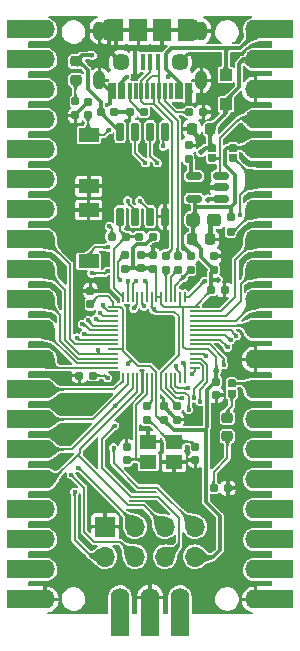
<source format=gbr>
%TF.GenerationSoftware,KiCad,Pcbnew,(6.0.7)*%
%TF.CreationDate,2022-09-23T08:48:44+05:30*%
%TF.ProjectId,Mitayi-Pico-RP2040,4d697461-7969-42d5-9069-636f2d525032,0.4*%
%TF.SameCoordinates,PX825e060PY6d4a840*%
%TF.FileFunction,Copper,L1,Top*%
%TF.FilePolarity,Positive*%
%FSLAX46Y46*%
G04 Gerber Fmt 4.6, Leading zero omitted, Abs format (unit mm)*
G04 Created by KiCad (PCBNEW (6.0.7)) date 2022-09-23 08:48:44*
%MOMM*%
%LPD*%
G01*
G04 APERTURE LIST*
G04 Aperture macros list*
%AMRoundRect*
0 Rectangle with rounded corners*
0 $1 Rounding radius*
0 $2 $3 $4 $5 $6 $7 $8 $9 X,Y pos of 4 corners*
0 Add a 4 corners polygon primitive as box body*
4,1,4,$2,$3,$4,$5,$6,$7,$8,$9,$2,$3,0*
0 Add four circle primitives for the rounded corners*
1,1,$1+$1,$2,$3*
1,1,$1+$1,$4,$5*
1,1,$1+$1,$6,$7*
1,1,$1+$1,$8,$9*
0 Add four rect primitives between the rounded corners*
20,1,$1+$1,$2,$3,$4,$5,0*
20,1,$1+$1,$4,$5,$6,$7,0*
20,1,$1+$1,$6,$7,$8,$9,0*
20,1,$1+$1,$8,$9,$2,$3,0*%
%AMFreePoly0*
4,1,13,-0.340000,0.160000,-0.327821,0.221229,-0.293137,0.273137,-0.241229,0.307821,-0.180000,0.320000,0.340000,0.320000,0.340000,-0.320000,-0.180000,-0.320000,-0.241229,-0.307821,-0.293137,-0.273137,-0.327821,-0.221229,-0.340000,-0.160000,-0.340000,0.160000,-0.340000,0.160000,$1*%
%AMFreePoly1*
4,1,13,-0.340000,0.320000,0.180000,0.320000,0.241229,0.307821,0.293137,0.273137,0.327821,0.221229,0.340000,0.160000,0.340000,-0.160000,0.327821,-0.221229,0.293137,-0.273137,0.241229,-0.307821,0.180000,-0.320000,-0.340000,-0.320000,-0.340000,0.320000,-0.340000,0.320000,$1*%
G04 Aperture macros list end*
%TA.AperFunction,SMDPad,CuDef*%
%ADD10FreePoly0,270.000000*%
%TD*%
%TA.AperFunction,SMDPad,CuDef*%
%ADD11FreePoly1,270.000000*%
%TD*%
%TA.AperFunction,SMDPad,CuDef*%
%ADD12RoundRect,0.218750X0.256250X-0.218750X0.256250X0.218750X-0.256250X0.218750X-0.256250X-0.218750X0*%
%TD*%
%TA.AperFunction,SMDPad,CuDef*%
%ADD13RoundRect,0.155000X0.155000X-0.212500X0.155000X0.212500X-0.155000X0.212500X-0.155000X-0.212500X0*%
%TD*%
%TA.AperFunction,SMDPad,CuDef*%
%ADD14RoundRect,0.225000X0.225000X0.250000X-0.225000X0.250000X-0.225000X-0.250000X0.225000X-0.250000X0*%
%TD*%
%TA.AperFunction,SMDPad,CuDef*%
%ADD15RoundRect,0.155000X0.212500X0.155000X-0.212500X0.155000X-0.212500X-0.155000X0.212500X-0.155000X0*%
%TD*%
%TA.AperFunction,SMDPad,CuDef*%
%ADD16RoundRect,0.160000X0.197500X0.160000X-0.197500X0.160000X-0.197500X-0.160000X0.197500X-0.160000X0*%
%TD*%
%TA.AperFunction,SMDPad,CuDef*%
%ADD17RoundRect,0.160000X-0.160000X0.197500X-0.160000X-0.197500X0.160000X-0.197500X0.160000X0.197500X0*%
%TD*%
%TA.AperFunction,SMDPad,CuDef*%
%ADD18RoundRect,0.155000X-0.212500X-0.155000X0.212500X-0.155000X0.212500X0.155000X-0.212500X0.155000X0*%
%TD*%
%TA.AperFunction,SMDPad,CuDef*%
%ADD19RoundRect,0.050000X-0.387500X-0.050000X0.387500X-0.050000X0.387500X0.050000X-0.387500X0.050000X0*%
%TD*%
%TA.AperFunction,SMDPad,CuDef*%
%ADD20RoundRect,0.050000X-0.050000X-0.387500X0.050000X-0.387500X0.050000X0.387500X-0.050000X0.387500X0*%
%TD*%
%TA.AperFunction,ComponentPad*%
%ADD21C,0.600000*%
%TD*%
%TA.AperFunction,SMDPad,CuDef*%
%ADD22RoundRect,0.144000X-1.456000X-1.456000X1.456000X-1.456000X1.456000X1.456000X-1.456000X1.456000X0*%
%TD*%
%TA.AperFunction,SMDPad,CuDef*%
%ADD23RoundRect,0.155000X-0.155000X0.212500X-0.155000X-0.212500X0.155000X-0.212500X0.155000X0.212500X0*%
%TD*%
%TA.AperFunction,SMDPad,CuDef*%
%ADD24RoundRect,0.150000X0.150000X-0.650000X0.150000X0.650000X-0.150000X0.650000X-0.150000X-0.650000X0*%
%TD*%
%TA.AperFunction,ComponentPad*%
%ADD25O,1.600000X1.700000*%
%TD*%
%TA.AperFunction,ComponentPad*%
%ADD26R,1.600000X3.200000*%
%TD*%
%TA.AperFunction,SMDPad,CuDef*%
%ADD27FreePoly0,90.000000*%
%TD*%
%TA.AperFunction,SMDPad,CuDef*%
%ADD28FreePoly1,90.000000*%
%TD*%
%TA.AperFunction,SMDPad,CuDef*%
%ADD29RoundRect,0.225000X-0.225000X-0.250000X0.225000X-0.250000X0.225000X0.250000X-0.225000X0.250000X0*%
%TD*%
%TA.AperFunction,SMDPad,CuDef*%
%ADD30R,0.300000X1.450000*%
%TD*%
%TA.AperFunction,ComponentPad*%
%ADD31RoundRect,0.500000X0.000000X0.300000X0.000000X0.300000X0.000000X-0.300000X0.000000X-0.300000X0*%
%TD*%
%TA.AperFunction,SMDPad,CuDef*%
%ADD32R,1.400000X1.200000*%
%TD*%
%TA.AperFunction,SMDPad,CuDef*%
%ADD33RoundRect,0.160000X0.160000X-0.197500X0.160000X0.197500X-0.160000X0.197500X-0.160000X-0.197500X0*%
%TD*%
%TA.AperFunction,SMDPad,CuDef*%
%ADD34R,1.000000X1.000000*%
%TD*%
%TA.AperFunction,SMDPad,CuDef*%
%ADD35R,0.400000X1.350000*%
%TD*%
%TA.AperFunction,SMDPad,CuDef*%
%ADD36R,1.500000X1.900000*%
%TD*%
%TA.AperFunction,ComponentPad*%
%ADD37O,1.200000X1.900000*%
%TD*%
%TA.AperFunction,ComponentPad*%
%ADD38C,1.450000*%
%TD*%
%TA.AperFunction,SMDPad,CuDef*%
%ADD39R,1.200000X1.900000*%
%TD*%
%TA.AperFunction,SMDPad,CuDef*%
%ADD40R,1.700000X1.150000*%
%TD*%
%TA.AperFunction,ComponentPad*%
%ADD41R,3.200000X1.600000*%
%TD*%
%TA.AperFunction,ComponentPad*%
%ADD42O,1.700000X1.600000*%
%TD*%
%TA.AperFunction,SMDPad,CuDef*%
%ADD43RoundRect,0.250000X-0.312500X-0.275000X0.312500X-0.275000X0.312500X0.275000X-0.312500X0.275000X0*%
%TD*%
%TA.AperFunction,SMDPad,CuDef*%
%ADD44RoundRect,0.160000X-0.197500X-0.160000X0.197500X-0.160000X0.197500X0.160000X-0.197500X0.160000X0*%
%TD*%
%TA.AperFunction,SMDPad,CuDef*%
%ADD45RoundRect,0.150000X0.512500X0.150000X-0.512500X0.150000X-0.512500X-0.150000X0.512500X-0.150000X0*%
%TD*%
%TA.AperFunction,ComponentPad*%
%ADD46R,1.700000X1.700000*%
%TD*%
%TA.AperFunction,ComponentPad*%
%ADD47O,1.700000X1.700000*%
%TD*%
%TA.AperFunction,ViaPad*%
%ADD48C,0.400000*%
%TD*%
%TA.AperFunction,ViaPad*%
%ADD49C,0.508000*%
%TD*%
%TA.AperFunction,Conductor*%
%ADD50C,0.200000*%
%TD*%
%TA.AperFunction,Conductor*%
%ADD51C,0.300000*%
%TD*%
%TA.AperFunction,Conductor*%
%ADD52C,0.400000*%
%TD*%
G04 APERTURE END LIST*
D10*
%TO.P,JP5,1,A*%
%TO.N,/GPIO25*%
X17400000Y19730000D03*
D11*
%TO.P,JP5,2,B*%
%TO.N,Net-(D2-Pad2)*%
X17400000Y18850000D03*
%TD*%
D12*
%TO.P,D2,1,K*%
%TO.N,Net-(D2-Pad1)*%
X17030000Y15262500D03*
%TO.P,D2,2,A*%
%TO.N,Net-(D2-Pad2)*%
X17030000Y16837500D03*
%TD*%
D13*
%TO.P,C17,1*%
%TO.N,/XIN*%
X8510000Y13212500D03*
%TO.P,C17,2*%
%TO.N,GND*%
X8510000Y14347500D03*
%TD*%
%TO.P,C12,1*%
%TO.N,+3V3*%
X5430000Y26442500D03*
%TO.P,C12,2*%
%TO.N,GND*%
X5430000Y27577500D03*
%TD*%
D14*
%TO.P,C13,1*%
%TO.N,/VSYS*%
X15585000Y41290000D03*
%TO.P,C13,2*%
%TO.N,GND*%
X14035000Y41290000D03*
%TD*%
D15*
%TO.P,C6,1*%
%TO.N,+3V3*%
X5647500Y20400000D03*
%TO.P,C6,2*%
%TO.N,GND*%
X4512500Y20400000D03*
%TD*%
D13*
%TO.P,C11,1*%
%TO.N,+3V3*%
X15905000Y29362500D03*
%TO.P,C11,2*%
%TO.N,GND*%
X15905000Y30497500D03*
%TD*%
%TO.P,C19,1*%
%TO.N,/RUN*%
X5240000Y42422500D03*
%TO.P,C19,2*%
%TO.N,GND*%
X5240000Y43557500D03*
%TD*%
D16*
%TO.P,R2,1*%
%TO.N,/QSPI_SS*%
X8447500Y32170000D03*
%TO.P,R2,2*%
%TO.N,/~{USB_BOOT}*%
X7252500Y32170000D03*
%TD*%
%TO.P,R7,1*%
%TO.N,GND*%
X17067500Y10860000D03*
%TO.P,R7,2*%
%TO.N,Net-(D2-Pad1)*%
X15872500Y10860000D03*
%TD*%
D17*
%TO.P,R10,1*%
%TO.N,/XOUT*%
X10220000Y17817500D03*
%TO.P,R10,2*%
%TO.N,Net-(C18-Pad1)*%
X10220000Y16622500D03*
%TD*%
D18*
%TO.P,C10,1*%
%TO.N,+3V3*%
X15662500Y27630000D03*
%TO.P,C10,2*%
%TO.N,GND*%
X16797500Y27630000D03*
%TD*%
D19*
%TO.P,U3,1,IOVDD*%
%TO.N,+3V3*%
X7382500Y26230000D03*
%TO.P,U3,2,GPIO0*%
%TO.N,/GPIO0*%
X7382500Y25830000D03*
%TO.P,U3,3,GPIO1*%
%TO.N,/GPIO1*%
X7382500Y25430000D03*
%TO.P,U3,4,GPIO2*%
%TO.N,/GPIO2*%
X7382500Y25030000D03*
%TO.P,U3,5,GPIO3*%
%TO.N,/GPIO3*%
X7382500Y24630000D03*
%TO.P,U3,6,GPIO4*%
%TO.N,/GPIO4*%
X7382500Y24230000D03*
%TO.P,U3,7,GPIO5*%
%TO.N,/GPIO5*%
X7382500Y23830000D03*
%TO.P,U3,8,GPIO6*%
%TO.N,/GPIO6*%
X7382500Y23430000D03*
%TO.P,U3,9,GPIO7*%
%TO.N,/GPIO7*%
X7382500Y23030000D03*
%TO.P,U3,10,IOVDD*%
%TO.N,+3V3*%
X7382500Y22630000D03*
%TO.P,U3,11,GPIO8*%
%TO.N,/GPIO8*%
X7382500Y22230000D03*
%TO.P,U3,12,GPIO9*%
%TO.N,/GPIO9*%
X7382500Y21830000D03*
%TO.P,U3,13,GPIO10*%
%TO.N,/GPIO10*%
X7382500Y21430000D03*
%TO.P,U3,14,GPIO11*%
%TO.N,/GPIO11*%
X7382500Y21030000D03*
D20*
%TO.P,U3,15,GPIO12*%
%TO.N,/GPIO12*%
X8220000Y20192500D03*
%TO.P,U3,16,GPIO13*%
%TO.N,/GPIO13*%
X8620000Y20192500D03*
%TO.P,U3,17,GPIO14*%
%TO.N,/GPIO14*%
X9020000Y20192500D03*
%TO.P,U3,18,GPIO15*%
%TO.N,/GPIO15*%
X9420000Y20192500D03*
%TO.P,U3,19,TESTEN*%
%TO.N,GND*%
X9820000Y20192500D03*
%TO.P,U3,20,XIN*%
%TO.N,/XIN*%
X10220000Y20192500D03*
%TO.P,U3,21,XOUT*%
%TO.N,/XOUT*%
X10620000Y20192500D03*
%TO.P,U3,22,IOVDD*%
%TO.N,+3V3*%
X11020000Y20192500D03*
%TO.P,U3,23,DVDD*%
%TO.N,+1V1*%
X11420000Y20192500D03*
%TO.P,U3,24,SWCLK*%
%TO.N,/SWCLK*%
X11820000Y20192500D03*
%TO.P,U3,25,SWDIO*%
%TO.N,/SWDIO*%
X12220000Y20192500D03*
%TO.P,U3,26,RUN*%
%TO.N,/RUN*%
X12620000Y20192500D03*
%TO.P,U3,27,GPIO16*%
%TO.N,/GPIO16*%
X13020000Y20192500D03*
%TO.P,U3,28,GPIO17*%
%TO.N,/GPIO17*%
X13420000Y20192500D03*
D19*
%TO.P,U3,29,GPIO18*%
%TO.N,/GPIO18*%
X14257500Y21030000D03*
%TO.P,U3,30,GPIO19*%
%TO.N,/GPIO19*%
X14257500Y21430000D03*
%TO.P,U3,31,GPIO20*%
%TO.N,/GPIO20*%
X14257500Y21830000D03*
%TO.P,U3,32,GPIO21*%
%TO.N,/GPIO21*%
X14257500Y22230000D03*
%TO.P,U3,33,IOVDD*%
%TO.N,+3V3*%
X14257500Y22630000D03*
%TO.P,U3,34,GPIO22*%
%TO.N,/GPIO22*%
X14257500Y23030000D03*
%TO.P,U3,35,GPIO23*%
%TO.N,/GPIO23*%
X14257500Y23430000D03*
%TO.P,U3,36,GPIO24*%
%TO.N,/GPIO24*%
X14257500Y23830000D03*
%TO.P,U3,37,GPIO25*%
%TO.N,/GPIO25*%
X14257500Y24230000D03*
%TO.P,U3,38,GPIO26/ADC0*%
%TO.N,/GPIO26*%
X14257500Y24630000D03*
%TO.P,U3,39,GPIO27/ADC1*%
%TO.N,/GPIO27*%
X14257500Y25030000D03*
%TO.P,U3,40,GPIO28/ADC2*%
%TO.N,/GPIO28*%
X14257500Y25430000D03*
%TO.P,U3,41,GPIO29/ADC3*%
%TO.N,/GPIO29*%
X14257500Y25830000D03*
%TO.P,U3,42,IOVDD*%
%TO.N,+3V3*%
X14257500Y26230000D03*
D20*
%TO.P,U3,43,ADC-AVDD*%
%TO.N,/AREF*%
X13420000Y27067500D03*
%TO.P,U3,44,VREG-VIN*%
%TO.N,+3V3*%
X13020000Y27067500D03*
%TO.P,U3,45,VREG-VOUT*%
%TO.N,+1V1*%
X12620000Y27067500D03*
%TO.P,U3,46,USB-DM*%
%TO.N,Net-(R6-Pad2)*%
X12220000Y27067500D03*
%TO.P,U3,47,USB-DP*%
%TO.N,Net-(R5-Pad2)*%
X11820000Y27067500D03*
%TO.P,U3,48,USB-VDD*%
%TO.N,+3V3*%
X11420000Y27067500D03*
%TO.P,U3,49,IOVDD*%
X11020000Y27067500D03*
%TO.P,U3,50,DVDD*%
%TO.N,+1V1*%
X10620000Y27067500D03*
%TO.P,U3,51,QSPI-SD3*%
%TO.N,/QSPI_SD3*%
X10220000Y27067500D03*
%TO.P,U3,52,QSPI-SCLK*%
%TO.N,/QSPI_SCLK*%
X9820000Y27067500D03*
%TO.P,U3,53,QSPI-SD0*%
%TO.N,/QSPI_SD0*%
X9420000Y27067500D03*
%TO.P,U3,54,QSPI-SD2*%
%TO.N,/QSPI_SD2*%
X9020000Y27067500D03*
%TO.P,U3,55,QSPI-SD1*%
%TO.N,/QSPI_SD1*%
X8620000Y27067500D03*
%TO.P,U3,56,QSPI-SS-N*%
%TO.N,/QSPI_SS*%
X8220000Y27067500D03*
D21*
%TO.P,U3,57,GND*%
%TO.N,GND*%
X10820000Y24905000D03*
X12095000Y24905000D03*
X10820000Y23630000D03*
X10820000Y22355000D03*
X9545000Y23630000D03*
X12095000Y23630000D03*
D22*
X10820000Y23630000D03*
D21*
X9545000Y22355000D03*
X9545000Y24905000D03*
X12095000Y22355000D03*
%TD*%
D17*
%TO.P,R5,1*%
%TO.N,/USB_D+*%
X11825000Y30547500D03*
%TO.P,R5,2*%
%TO.N,Net-(R5-Pad2)*%
X11825000Y29352500D03*
%TD*%
D23*
%TO.P,C2,1*%
%TO.N,+1V1*%
X12750000Y17797500D03*
%TO.P,C2,2*%
%TO.N,GND*%
X12750000Y16662500D03*
%TD*%
D24*
%TO.P,U1,1,~{CS}*%
%TO.N,/QSPI_SS*%
X7955000Y33850000D03*
%TO.P,U1,2,DO(IO1)*%
%TO.N,/QSPI_SD1*%
X9225000Y33850000D03*
%TO.P,U1,3,IO2*%
%TO.N,/QSPI_SD2*%
X10495000Y33850000D03*
%TO.P,U1,4,GND*%
%TO.N,GND*%
X11765000Y33850000D03*
%TO.P,U1,5,DI(IO0)*%
%TO.N,/QSPI_SD0*%
X11765000Y41050000D03*
%TO.P,U1,6,CLK*%
%TO.N,/QSPI_SCLK*%
X10495000Y41050000D03*
%TO.P,U1,7,IO3*%
%TO.N,/QSPI_SD3*%
X9225000Y41050000D03*
%TO.P,U1,8,VCC*%
%TO.N,+3V3*%
X7955000Y41050000D03*
%TD*%
D13*
%TO.P,C5,1*%
%TO.N,+3V3*%
X10720000Y29457500D03*
%TO.P,C5,2*%
%TO.N,GND*%
X10720000Y30592500D03*
%TD*%
D16*
%TO.P,R1,1*%
%TO.N,+3V3*%
X10777500Y32170000D03*
%TO.P,R1,2*%
%TO.N,/QSPI_SS*%
X9582500Y32170000D03*
%TD*%
D13*
%TO.P,C4,1*%
%TO.N,+1V1*%
X13930000Y29372500D03*
%TO.P,C4,2*%
%TO.N,GND*%
X13930000Y30507500D03*
%TD*%
D18*
%TO.P,C1,1*%
%TO.N,+3V3*%
X6342500Y42700000D03*
%TO.P,C1,2*%
%TO.N,GND*%
X7477500Y42700000D03*
%TD*%
D25*
%TO.P,J5,1,Pin_1*%
%TO.N,/SWCLK*%
X7950000Y1600000D03*
D26*
X7950000Y-10000D03*
D25*
%TO.P,J5,2,Pin_2*%
%TO.N,GND*%
X10490000Y1600000D03*
D26*
X10490000Y-10000D03*
D25*
%TO.P,J5,3,Pin_3*%
%TO.N,/SWDIO*%
X13030000Y1600000D03*
D26*
X13030000Y-10000D03*
%TD*%
D27*
%TO.P,JP1,1,A*%
%TO.N,/AREF*%
X17500000Y38810000D03*
D28*
%TO.P,JP1,2,B*%
%TO.N,+3V3*%
X17500000Y39690000D03*
%TD*%
D17*
%TO.P,R9,1*%
%TO.N,+3V3*%
X17300000Y33787500D03*
%TO.P,R9,2*%
%TO.N,/RUN*%
X17300000Y32592500D03*
%TD*%
D13*
%TO.P,C9,1*%
%TO.N,+3V3*%
X11630000Y16652500D03*
%TO.P,C9,2*%
%TO.N,GND*%
X11630000Y17787500D03*
%TD*%
D23*
%TO.P,C8,1*%
%TO.N,+3V3*%
X16100000Y19877500D03*
%TO.P,C8,2*%
%TO.N,GND*%
X16100000Y18742500D03*
%TD*%
D29*
%TO.P,C15,1*%
%TO.N,+3V3*%
X14015000Y31920000D03*
%TO.P,C15,2*%
%TO.N,GND*%
X15565000Y31920000D03*
%TD*%
D30*
%TO.P,J2,A1,GND*%
%TO.N,GND*%
X13910000Y44470000D03*
%TO.P,J2,A4,VBUS*%
%TO.N,VBUS*%
X13110000Y44470000D03*
%TO.P,J2,A5,CC1*%
%TO.N,Net-(J2-PadA5)*%
X11760000Y44470000D03*
%TO.P,J2,A6,D+*%
%TO.N,/USB_D+*%
X10760000Y44470000D03*
%TO.P,J2,A7,D-*%
%TO.N,/USB_D-*%
X10260000Y44470000D03*
%TO.P,J2,A8,SBU1*%
%TO.N,unconnected-(J2-PadA8)*%
X9260000Y44470000D03*
%TO.P,J2,A9,VBUS*%
%TO.N,VBUS*%
X7910000Y44470000D03*
%TO.P,J2,A12,GND*%
%TO.N,GND*%
X7110000Y44470000D03*
%TO.P,J2,B1,GND*%
X7410000Y44470000D03*
%TO.P,J2,B4,VBUS*%
%TO.N,VBUS*%
X8210000Y44470000D03*
%TO.P,J2,B5,CC2*%
%TO.N,Net-(J2-PadB5)*%
X8760000Y44470000D03*
%TO.P,J2,B6,D+*%
%TO.N,/USB_D+*%
X9760000Y44470000D03*
%TO.P,J2,B7,D-*%
%TO.N,/USB_D-*%
X11260000Y44470000D03*
%TO.P,J2,B8,SBU2*%
%TO.N,unconnected-(J2-PadB8)*%
X12260000Y44470000D03*
%TO.P,J2,B9,VBUS*%
%TO.N,VBUS*%
X12810000Y44470000D03*
%TO.P,J2,B12,GND*%
%TO.N,GND*%
X13610000Y44470000D03*
D31*
%TO.P,J2,S1,SHIELD*%
X14830000Y45390000D03*
X6190000Y45390000D03*
X14830000Y49570000D03*
X6190000Y49570000D03*
%TD*%
D13*
%TO.P,C16,1*%
%TO.N,Net-(C16-Pad1)*%
X13760000Y38752500D03*
%TO.P,C16,2*%
%TO.N,GND*%
X13760000Y39887500D03*
%TD*%
D10*
%TO.P,JP4,1,A*%
%TO.N,/VSYS*%
X15750000Y39690000D03*
D11*
%TO.P,JP4,2,B*%
%TO.N,/V_EN*%
X15750000Y38810000D03*
%TD*%
D16*
%TO.P,R4,1*%
%TO.N,Net-(J2-PadB5)*%
X9947500Y42700000D03*
%TO.P,R4,2*%
%TO.N,GND*%
X8752500Y42700000D03*
%TD*%
D32*
%TO.P,Y1,1,1*%
%TO.N,/XIN*%
X10330000Y13100000D03*
%TO.P,Y1,2,2*%
%TO.N,GND*%
X12530000Y13100000D03*
%TO.P,Y1,3,3*%
%TO.N,Net-(C18-Pad1)*%
X12530000Y14800000D03*
%TO.P,Y1,4,4*%
%TO.N,GND*%
X10330000Y14800000D03*
%TD*%
D33*
%TO.P,R8,1*%
%TO.N,GND*%
X4170000Y42422500D03*
%TO.P,R8,2*%
%TO.N,Net-(D3-Pad1)*%
X4170000Y43617500D03*
%TD*%
D34*
%TO.P,D1,1,K*%
%TO.N,/VSYS*%
X16900000Y43350000D03*
%TO.P,D1,2,A*%
%TO.N,VBUS*%
X16900000Y45850000D03*
%TD*%
D12*
%TO.P,D3,1,K*%
%TO.N,Net-(D3-Pad1)*%
X4200000Y45412500D03*
%TO.P,D3,2,A*%
%TO.N,+3V3*%
X4200000Y46987500D03*
%TD*%
D35*
%TO.P,J6,1,VBUS*%
%TO.N,VBUS*%
X11810000Y46937500D03*
%TO.P,J6,2,D-*%
%TO.N,/USB_D-*%
X11160000Y46937500D03*
%TO.P,J6,3,D+*%
%TO.N,/USB_D+*%
X10510000Y46937500D03*
%TO.P,J6,4,ID*%
%TO.N,unconnected-(J6-Pad4)*%
X9860000Y46937500D03*
%TO.P,J6,5,GND*%
%TO.N,GND*%
X9210000Y46937500D03*
D36*
%TO.P,J6,6,Shield*%
X11510000Y49637500D03*
D37*
X7010000Y49637500D03*
D38*
X13010000Y46937500D03*
D39*
X13410000Y49637500D03*
D38*
X8010000Y46937500D03*
D37*
X14010000Y49637500D03*
D39*
X7610000Y49637500D03*
D36*
X9510000Y49637500D03*
%TD*%
D40*
%TO.P,SW1,1,1*%
%TO.N,/RUN*%
X5300000Y40775000D03*
%TO.P,SW1,2,2*%
%TO.N,GND*%
X5300000Y36425000D03*
%TD*%
D23*
%TO.P,C18,1*%
%TO.N,Net-(C18-Pad1)*%
X14330000Y14377500D03*
%TO.P,C18,2*%
%TO.N,GND*%
X14330000Y13242500D03*
%TD*%
D13*
%TO.P,C7,1*%
%TO.N,+3V3*%
X9720000Y29462500D03*
%TO.P,C7,2*%
%TO.N,GND*%
X9720000Y30597500D03*
%TD*%
D17*
%TO.P,R6,1*%
%TO.N,/USB_D-*%
X12825000Y30547500D03*
%TO.P,R6,2*%
%TO.N,Net-(R6-Pad2)*%
X12825000Y29352500D03*
%TD*%
D41*
%TO.P,J3,1,Pin_1*%
%TO.N,/GPIO0*%
X-10000Y49700000D03*
D42*
X1600000Y49700000D03*
D41*
%TO.P,J3,2,Pin_2*%
%TO.N,/GPIO1*%
X-10000Y47160000D03*
D42*
X1600000Y47160000D03*
D41*
%TO.P,J3,3,Pin_3*%
%TO.N,/GPIO2*%
X-10000Y44620000D03*
D42*
X1600000Y44620000D03*
D41*
%TO.P,J3,4,Pin_4*%
%TO.N,/GPIO3*%
X-10000Y42080000D03*
D42*
X1600000Y42080000D03*
%TO.P,J3,5,Pin_5*%
%TO.N,/GPIO4*%
X1600000Y39540000D03*
D41*
X-10000Y39540000D03*
D42*
%TO.P,J3,6,Pin_6*%
%TO.N,/GPIO5*%
X1600000Y37000000D03*
D41*
X-10000Y37000000D03*
%TO.P,J3,7,Pin_7*%
%TO.N,/GPIO6*%
X-10000Y34460000D03*
D42*
X1600000Y34460000D03*
D41*
%TO.P,J3,8,Pin_8*%
%TO.N,/GPIO7*%
X-10000Y31920000D03*
D42*
X1600000Y31920000D03*
%TO.P,J3,9,Pin_9*%
%TO.N,/GPIO8*%
X1600000Y29380000D03*
D41*
X-10000Y29380000D03*
%TO.P,J3,10,Pin_10*%
%TO.N,/GPIO9*%
X-10000Y26840000D03*
D42*
X1600000Y26840000D03*
D41*
%TO.P,J3,11,Pin_11*%
%TO.N,/GPIO10*%
X-10000Y24300000D03*
D42*
X1600000Y24300000D03*
D41*
%TO.P,J3,12,Pin_12*%
%TO.N,/GPIO11*%
X-10000Y21760000D03*
D42*
X1600000Y21760000D03*
D41*
%TO.P,J3,13,Pin_13*%
%TO.N,/GPIO12*%
X-10000Y19220000D03*
D42*
X1600000Y19220000D03*
D41*
%TO.P,J3,14,Pin_14*%
%TO.N,/GPIO13*%
X-10000Y16680000D03*
D42*
X1600000Y16680000D03*
D41*
%TO.P,J3,15,Pin_15*%
%TO.N,/GPIO14*%
X-10000Y14140000D03*
D42*
X1600000Y14140000D03*
D41*
%TO.P,J3,16,Pin_16*%
%TO.N,/GPIO15*%
X-10000Y11600000D03*
D42*
X1600000Y11600000D03*
%TO.P,J3,17,Pin_17*%
%TO.N,/GPIO16*%
X1600000Y9060000D03*
D41*
X-10000Y9060000D03*
%TO.P,J3,18,Pin_18*%
%TO.N,/GPIO17*%
X-10000Y6520000D03*
D42*
X1600000Y6520000D03*
D41*
%TO.P,J3,19,Pin_19*%
%TO.N,/GPIO18*%
X-10000Y3980000D03*
D42*
X1600000Y3980000D03*
D41*
%TO.P,J3,20,Pin_20*%
%TO.N,GND*%
X-10000Y1440000D03*
D42*
X1600000Y1440000D03*
%TD*%
D43*
%TO.P,C14,1*%
%TO.N,+3V3*%
X14147500Y33600000D03*
%TO.P,C14,2*%
%TO.N,GND*%
X15922500Y33600000D03*
%TD*%
D44*
%TO.P,R3,1*%
%TO.N,Net-(J2-PadA5)*%
X13802500Y42700000D03*
%TO.P,R3,2*%
%TO.N,GND*%
X14997500Y42700000D03*
%TD*%
D45*
%TO.P,U2,1,IN*%
%TO.N,/VSYS*%
X16487500Y35380000D03*
%TO.P,U2,2,GND*%
%TO.N,GND*%
X16487500Y36330000D03*
%TO.P,U2,3,EN*%
%TO.N,/V_EN*%
X16487500Y37280000D03*
%TO.P,U2,4,BP*%
%TO.N,Net-(C16-Pad1)*%
X14212500Y37280000D03*
%TO.P,U2,5,OUT*%
%TO.N,+3V3*%
X14212500Y35380000D03*
%TD*%
D17*
%TO.P,R11,1*%
%TO.N,/GPIO2*%
X8330000Y30627500D03*
%TO.P,R11,2*%
%TO.N,+3V3*%
X8330000Y29432500D03*
%TD*%
D40*
%TO.P,SW2,1,1*%
%TO.N,Net-(JP6-Pad2)*%
X5285000Y30060000D03*
%TO.P,SW2,2,2*%
%TO.N,GND*%
X5285000Y34410000D03*
%TD*%
D46*
%TO.P,J1,1,Pin_1*%
%TO.N,GND*%
X6675000Y7600000D03*
D47*
%TO.P,J1,2,Pin_2*%
%TO.N,/GPIO9*%
X6675000Y5060000D03*
%TO.P,J1,3,Pin_3*%
%TO.N,/GPIO12*%
X9215000Y7600000D03*
%TO.P,J1,4,Pin_4*%
%TO.N,/GPIO13*%
X9215000Y5060000D03*
%TO.P,J1,5,Pin_5*%
%TO.N,/GPIO15*%
X11755000Y7600000D03*
%TO.P,J1,6,Pin_6*%
%TO.N,/GPIO14*%
X11755000Y5060000D03*
%TO.P,J1,7,Pin_7*%
%TO.N,/GPIO8*%
X14295000Y7600000D03*
%TO.P,J1,8,Pin_8*%
%TO.N,+3V3*%
X14295000Y5060000D03*
%TD*%
D41*
%TO.P,J4,1,Pin_1*%
%TO.N,VBUS*%
X21010000Y49700000D03*
D42*
X19400000Y49700000D03*
D41*
%TO.P,J4,2,Pin_2*%
%TO.N,/VSYS*%
X21010000Y47160000D03*
D42*
X19400000Y47160000D03*
D41*
%TO.P,J4,3,Pin_3*%
%TO.N,GND*%
X21010000Y44620000D03*
D42*
X19400000Y44620000D03*
%TO.P,J4,4,Pin_4*%
%TO.N,/V_EN*%
X19400000Y42080000D03*
D41*
X21010000Y42080000D03*
D42*
%TO.P,J4,5,Pin_5*%
%TO.N,+3V3*%
X19400000Y39540000D03*
D41*
X21010000Y39540000D03*
%TO.P,J4,6,Pin_6*%
%TO.N,/AREF*%
X21010000Y37000000D03*
D42*
X19400000Y37000000D03*
D41*
%TO.P,J4,7,Pin_7*%
%TO.N,/RUN*%
X21010000Y34460000D03*
D42*
X19400000Y34460000D03*
%TO.P,J4,8,Pin_8*%
%TO.N,/GPIO29*%
X19400000Y31920000D03*
D41*
X21010000Y31920000D03*
%TO.P,J4,9,Pin_9*%
%TO.N,/GPIO28*%
X21010000Y29380000D03*
D42*
X19400000Y29380000D03*
D41*
%TO.P,J4,10,Pin_10*%
%TO.N,/GPIO27*%
X21010000Y26840000D03*
D42*
X19400000Y26840000D03*
D41*
%TO.P,J4,11,Pin_11*%
%TO.N,/GPIO26*%
X21010000Y24300000D03*
D42*
X19400000Y24300000D03*
D41*
%TO.P,J4,12,Pin_12*%
%TO.N,GND*%
X21010000Y21760000D03*
D42*
X19400000Y21760000D03*
%TO.P,J4,13,Pin_13*%
%TO.N,/GPIO25*%
X19400000Y19220000D03*
D41*
X21010000Y19220000D03*
D42*
%TO.P,J4,14,Pin_14*%
%TO.N,/GPIO24*%
X19400000Y16680000D03*
D41*
X21010000Y16680000D03*
%TO.P,J4,15,Pin_15*%
%TO.N,/GPIO23*%
X21010000Y14140000D03*
D42*
X19400000Y14140000D03*
%TO.P,J4,16,Pin_16*%
%TO.N,/GPIO22*%
X19400000Y11600000D03*
D41*
X21010000Y11600000D03*
%TO.P,J4,17,Pin_17*%
%TO.N,/GPIO21*%
X21010000Y9060000D03*
D42*
X19400000Y9060000D03*
%TO.P,J4,18,Pin_18*%
%TO.N,/GPIO20*%
X19400000Y6520000D03*
D41*
X21010000Y6520000D03*
%TO.P,J4,19,Pin_19*%
%TO.N,/GPIO19*%
X21010000Y3980000D03*
D42*
X19400000Y3980000D03*
D41*
%TO.P,J4,20,Pin_20*%
%TO.N,GND*%
X21010000Y1440000D03*
D42*
X19400000Y1440000D03*
%TD*%
D48*
%TO.N,+1V1*%
X13300000Y28700000D03*
X10800000Y26000000D03*
%TO.N,GND*%
X15300000Y1800000D03*
X15700000Y26800000D03*
X9800000Y11700000D03*
X18600000Y40900000D03*
X5600000Y900000D03*
X15000000Y38300000D03*
X10200000Y6300000D03*
X13900000Y9400000D03*
X14900000Y36300000D03*
X13950000Y28300000D03*
X17000000Y30900000D03*
X11800000Y36600000D03*
X18600000Y23100000D03*
X8200000Y37800000D03*
X13700000Y6300000D03*
X4200000Y38300000D03*
X12300000Y10900000D03*
X18500000Y15400000D03*
X6900000Y28300000D03*
X2500000Y5300000D03*
X6700000Y18600000D03*
X3000000Y44500000D03*
X2600000Y17900000D03*
X15300000Y900000D03*
X2600000Y15200000D03*
X16100000Y13300000D03*
X12156250Y17256250D03*
X13900000Y36300000D03*
X9000000Y10700000D03*
X18900000Y5200000D03*
X14800000Y40300000D03*
X3100000Y34400000D03*
X14400000Y36300000D03*
X18600000Y18000000D03*
X8200000Y38500000D03*
X2600000Y8100000D03*
X2600000Y13000000D03*
X8500000Y15400000D03*
X11800000Y32300000D03*
X13400000Y36300000D03*
X2600000Y20400000D03*
X18600000Y43300000D03*
X8600000Y11100000D03*
X8200000Y37100000D03*
X5600000Y1800000D03*
X18500000Y10300000D03*
X15300000Y2700000D03*
X5600000Y2700000D03*
X3100000Y36600000D03*
X11800000Y39000000D03*
X14500000Y38300000D03*
X18300000Y2800000D03*
X2600000Y10300000D03*
%TO.N,+3V3*%
X5600000Y47500000D03*
X8600000Y21400000D03*
D49*
X16100000Y20800000D03*
D48*
X6900000Y20200000D03*
D49*
X16200000Y28500000D03*
D48*
%TO.N,VBUS*%
X8500000Y45700000D03*
X12000000Y45700000D03*
%TO.N,/RUN*%
X7000000Y41200000D03*
X13711781Y19317906D03*
%TO.N,/GPIO0*%
X6500000Y26400000D03*
%TO.N,/GPIO1*%
X6250000Y25700000D03*
%TO.N,/GPIO2*%
X5550500Y29050000D03*
X7950000Y28500000D03*
X5900000Y25200000D03*
X6900500Y29250000D03*
%TO.N,/GPIO3*%
X5260287Y25060287D03*
%TO.N,/GPIO4*%
X4750000Y24750000D03*
%TO.N,/GPIO5*%
X4934529Y23929500D03*
%TO.N,/GPIO6*%
X4297924Y23598424D03*
%TO.N,/GPIO8*%
X6100000Y22530500D03*
X7400000Y14300000D03*
%TO.N,/GPIO9*%
X4100000Y10550000D03*
%TO.N,/GPIO12*%
X4400000Y12600000D03*
%TO.N,/GPIO13*%
X3800000Y12000000D03*
%TO.N,/GPIO14*%
X7550000Y17850000D03*
X7500000Y16150000D03*
%TO.N,/GPIO16*%
X12700000Y21200000D03*
%TO.N,/GPIO17*%
X13300000Y21500000D03*
%TO.N,/GPIO18*%
X14000000Y20500000D03*
%TO.N,/~{USB_BOOT}*%
X7050000Y33050000D03*
%TO.N,/AREF*%
X15100000Y28400000D03*
X18100000Y34000000D03*
%TO.N,/GPIO25*%
X17800000Y23750000D03*
%TO.N,/GPIO24*%
X17300000Y23400000D03*
%TO.N,/GPIO23*%
X17050500Y22800000D03*
%TO.N,/GPIO22*%
X16719500Y21300000D03*
%TO.N,/GPIO21*%
X15247114Y22032814D03*
%TO.N,/GPIO20*%
X14700000Y18200000D03*
%TO.N,/GPIO19*%
X14200000Y18500000D03*
%TO.N,/SWCLK*%
X13185709Y18492899D03*
%TO.N,/SWDIO*%
X13750500Y17500000D03*
%TO.N,/QSPI_SD1*%
X8600000Y35200000D03*
X8600000Y28400000D03*
%TO.N,/QSPI_SD2*%
X9300000Y28400000D03*
X9600500Y35200000D03*
%TO.N,/QSPI_SD0*%
X9100000Y26100000D03*
X11600000Y39800000D03*
%TO.N,/QSPI_SCLK*%
X9986439Y26269688D03*
X11100000Y38400000D03*
%TO.N,/QSPI_SD3*%
X10100000Y28400000D03*
X10100000Y38400000D03*
D49*
%TO.N,/VSYS*%
X15400000Y35300000D03*
X14800000Y39300000D03*
D48*
%TO.N,Net-(JP6-Pad2)*%
X6900500Y31250000D03*
%TD*%
D50*
%TO.N,+1V1*%
X12900000Y22134264D02*
X12900000Y25400000D01*
X12500000Y25800000D02*
X11000000Y25800000D01*
X12900000Y25400000D02*
X12500000Y25800000D01*
X13300000Y28700000D02*
X13300000Y28742500D01*
X12750000Y17797500D02*
X12750000Y17902730D01*
X10620000Y27067500D02*
X10620000Y26180000D01*
X12620000Y28020000D02*
X12620000Y27067500D01*
X11000000Y25800000D02*
X10800000Y26000000D01*
X13300000Y28742500D02*
X13930000Y29372500D01*
X13300000Y28700000D02*
X12620000Y28020000D01*
X11420000Y20192500D02*
X11420000Y20654264D01*
X11420000Y19232730D02*
X11420000Y20192500D01*
X11420000Y20654264D02*
X12900000Y22134264D01*
X12750000Y17902730D02*
X11420000Y19232730D01*
X10620000Y26180000D02*
X10800000Y26000000D01*
D51*
%TO.N,GND*%
X13930000Y30670000D02*
X13300000Y31300000D01*
D50*
X9820000Y20192500D02*
X9820000Y18920000D01*
D52*
X15565000Y31920000D02*
X15565000Y33242500D01*
X14035000Y41290000D02*
X14035000Y41065000D01*
D50*
X8500000Y17600000D02*
X8500000Y15400000D01*
D51*
X7410000Y44470000D02*
X7110000Y44470000D01*
X11630000Y17787500D02*
X11630000Y17782500D01*
D52*
X16487500Y36330000D02*
X14930000Y36330000D01*
D50*
X9820000Y18920000D02*
X8500000Y17600000D01*
D51*
X4170000Y42422500D02*
X4170000Y42487500D01*
D52*
X14930000Y36330000D02*
X14900000Y36300000D01*
X15565000Y33242500D02*
X15922500Y33600000D01*
D51*
X7110000Y44470000D02*
X6190000Y45390000D01*
X13930000Y30507500D02*
X13930000Y30670000D01*
X4170000Y42487500D02*
X5240000Y43557500D01*
X12156250Y17256250D02*
X12750000Y16662500D01*
D52*
X14035000Y41065000D02*
X14800000Y40300000D01*
D51*
X11630000Y17782500D02*
X12156250Y17256250D01*
%TO.N,+3V3*%
X15200000Y15900000D02*
X15300000Y16000000D01*
D50*
X11020000Y27067500D02*
X11420000Y27067500D01*
D51*
X9062500Y29462500D02*
X9062500Y31162500D01*
X9720000Y29462500D02*
X10715000Y29462500D01*
X15860000Y5060000D02*
X16400000Y5600000D01*
X9720000Y29462500D02*
X9062500Y29462500D01*
D50*
X8170000Y22630000D02*
X8170000Y22480000D01*
X14257500Y22630000D02*
X13520000Y22630000D01*
D51*
X15200000Y11300000D02*
X15200000Y15900000D01*
X15100000Y15800000D02*
X15200000Y15900000D01*
D50*
X6087500Y27100000D02*
X5430000Y26442500D01*
X15427744Y22630000D02*
X16100000Y21957744D01*
D51*
X14312500Y34637500D02*
X14312500Y33765000D01*
D50*
X10500000Y21200000D02*
X11020000Y20680000D01*
D51*
X16400000Y8500000D02*
X15215000Y9685000D01*
X17700000Y35000000D02*
X17700000Y37366396D01*
X17337500Y34637500D02*
X17337500Y33825000D01*
D50*
X13020000Y27067500D02*
X13020000Y26280000D01*
X14257500Y26230000D02*
X15657500Y27630000D01*
D51*
X4512500Y46987500D02*
X5200000Y46300000D01*
X14147500Y32052500D02*
X14015000Y31920000D01*
X16800000Y38266396D02*
X16800000Y39500000D01*
D50*
X13300000Y26100000D02*
X13170000Y26230000D01*
D51*
X10107500Y31500000D02*
X10777500Y32170000D01*
X6342500Y42700000D02*
X6342500Y42662500D01*
D50*
X7382500Y26617500D02*
X6900000Y27100000D01*
D51*
X15300000Y16000000D02*
X15300000Y19200000D01*
D50*
X11020000Y20680000D02*
X11020000Y20192500D01*
D51*
X17700000Y37366396D02*
X16800000Y38266396D01*
X14295000Y5060000D02*
X15860000Y5060000D01*
D50*
X11020000Y20192500D02*
X11020000Y16980000D01*
D51*
X14015000Y31920000D02*
X14800000Y31135000D01*
X11630000Y16652500D02*
X12482500Y15800000D01*
X17500000Y39690000D02*
X19250000Y39690000D01*
X14312500Y34637500D02*
X17337500Y34637500D01*
X15977500Y19877500D02*
X16100000Y19877500D01*
X15662500Y29120000D02*
X15662500Y28537500D01*
D50*
X8170000Y22480000D02*
X8925000Y21725000D01*
D51*
X9062500Y31162500D02*
X9400000Y31500000D01*
X15905000Y29362500D02*
X15662500Y29120000D01*
X10715000Y29462500D02*
X10720000Y29457500D01*
D50*
X11020000Y27067500D02*
X11020000Y29157500D01*
X11670000Y26230000D02*
X13070000Y26230000D01*
D51*
X19250000Y39690000D02*
X19400000Y39540000D01*
D50*
X16100000Y21957744D02*
X16100000Y20800000D01*
X13020000Y26280000D02*
X13070000Y26230000D01*
D51*
X6342500Y42662500D02*
X7955000Y41050000D01*
X17337500Y34637500D02*
X17700000Y35000000D01*
X15300000Y19200000D02*
X15977500Y19877500D01*
D50*
X13300000Y22850000D02*
X13300000Y26100000D01*
D51*
X9062500Y29462500D02*
X8360000Y29462500D01*
D50*
X13520000Y22630000D02*
X13300000Y22850000D01*
D51*
X16800000Y39500000D02*
X16990000Y39690000D01*
D50*
X11020000Y29157500D02*
X10720000Y29457500D01*
X6900000Y27100000D02*
X6087500Y27100000D01*
X11420000Y26480000D02*
X11670000Y26230000D01*
D51*
X16100000Y20800000D02*
X16100000Y19877500D01*
X16990000Y39690000D02*
X17500000Y39690000D01*
D50*
X11347500Y16652500D02*
X11630000Y16652500D01*
D51*
X6342500Y43557500D02*
X6342500Y42700000D01*
X14312500Y33765000D02*
X14147500Y33600000D01*
X5200000Y46300000D02*
X5200000Y44700000D01*
D50*
X8170000Y26030000D02*
X7970000Y26230000D01*
X13070000Y26230000D02*
X13170000Y26230000D01*
D51*
X14312500Y35280000D02*
X14312500Y34637500D01*
D50*
X11420000Y27067500D02*
X11420000Y26480000D01*
X7382500Y26230000D02*
X7382500Y26617500D01*
X8925000Y21725000D02*
X9450000Y21200000D01*
D51*
X14147500Y33600000D02*
X14147500Y32052500D01*
X8360000Y29462500D02*
X8330000Y29432500D01*
D50*
X6700000Y20400000D02*
X6900000Y20200000D01*
X15657500Y27630000D02*
X15662500Y27630000D01*
D51*
X14800000Y30467500D02*
X15905000Y29362500D01*
D50*
X7970000Y26230000D02*
X7382500Y26230000D01*
D51*
X14212500Y35380000D02*
X14312500Y35280000D01*
X16400000Y5600000D02*
X16400000Y8500000D01*
X5600000Y47500000D02*
X4712500Y47500000D01*
D50*
X11020000Y16980000D02*
X11347500Y16652500D01*
D51*
X12482500Y15800000D02*
X15100000Y15800000D01*
X5200000Y44700000D02*
X6342500Y43557500D01*
D50*
X8600000Y21400000D02*
X8925000Y21725000D01*
X8170000Y22630000D02*
X7382500Y22630000D01*
D51*
X15215000Y9685000D02*
X15215000Y11285000D01*
D50*
X13170000Y26230000D02*
X14257500Y26230000D01*
D51*
X15215000Y11285000D02*
X15200000Y11300000D01*
X17337500Y33825000D02*
X17300000Y33787500D01*
X4200000Y46987500D02*
X4512500Y46987500D01*
X4712500Y47500000D02*
X4200000Y46987500D01*
D50*
X14257500Y22630000D02*
X15427744Y22630000D01*
D51*
X15662500Y28537500D02*
X15662500Y27630000D01*
D50*
X8170000Y22630000D02*
X8170000Y26030000D01*
D51*
X15700000Y28500000D02*
X15662500Y28537500D01*
X16200000Y28500000D02*
X15700000Y28500000D01*
D50*
X5647500Y20400000D02*
X6700000Y20400000D01*
D51*
X14800000Y31135000D02*
X14800000Y30467500D01*
D50*
X9450000Y21200000D02*
X10500000Y21200000D01*
D51*
X9400000Y31500000D02*
X10107500Y31500000D01*
%TO.N,VBUS*%
X12300000Y48100000D02*
X17100000Y48100000D01*
X7910000Y45110000D02*
X8500000Y45700000D01*
X7910000Y44470000D02*
X7910000Y45110000D01*
X16900000Y45850000D02*
X16900000Y47900000D01*
X12000000Y45700000D02*
X12200000Y45900000D01*
X16900000Y47900000D02*
X17100000Y48100000D01*
X13110000Y44470000D02*
X13110000Y45090000D01*
X18100000Y48100000D02*
X19400000Y49400000D01*
X13110000Y45090000D02*
X12350000Y45850000D01*
X11810000Y46390000D02*
X11810000Y46937500D01*
X12350000Y45850000D02*
X11810000Y46390000D01*
X17100000Y48100000D02*
X18100000Y48100000D01*
X11810000Y47610000D02*
X12300000Y48100000D01*
X19400000Y49400000D02*
X19400000Y49700000D01*
X12300000Y45900000D02*
X12350000Y45850000D01*
X11810000Y46937500D02*
X11810000Y47610000D01*
X12200000Y45900000D02*
X12300000Y45900000D01*
D50*
%TO.N,/RUN*%
X12819746Y19317906D02*
X13711781Y19317906D01*
X5240000Y42422500D02*
X5240000Y40835000D01*
X17300000Y32592500D02*
X17532500Y32592500D01*
X17532500Y32592500D02*
X19400000Y34460000D01*
X6575000Y40775000D02*
X7000000Y41200000D01*
X12620000Y20192500D02*
X12620000Y19517652D01*
X5300000Y40775000D02*
X6575000Y40775000D01*
X12620000Y19517652D02*
X12819746Y19317906D01*
X5240000Y40835000D02*
X5300000Y40775000D01*
%TO.N,/XIN*%
X9200000Y13300000D02*
X9300000Y13400000D01*
X10330000Y13100000D02*
X10130000Y13300000D01*
X9300000Y13400000D02*
X9300000Y17900000D01*
X10220000Y18820000D02*
X10220000Y20192500D01*
X10130000Y13300000D02*
X9200000Y13300000D01*
X8597500Y13300000D02*
X8510000Y13212500D01*
X9300000Y17900000D02*
X10220000Y18820000D01*
X9200000Y13300000D02*
X8597500Y13300000D01*
D51*
%TO.N,Net-(C16-Pad1)*%
X14212500Y37280000D02*
X13950000Y37542500D01*
X13950000Y37542500D02*
X13950000Y38562500D01*
X13950000Y38562500D02*
X13760000Y38752500D01*
D50*
%TO.N,/USB_D+*%
X10760000Y44470000D02*
X10760000Y43895000D01*
X10785000Y43415000D02*
X12374999Y41825001D01*
X9985000Y43415000D02*
X10785000Y43415000D01*
X12374999Y31097499D02*
X11825000Y30547500D01*
X10510000Y46110000D02*
X9760000Y45360000D01*
X12374999Y41825001D02*
X12374999Y31097499D01*
X10760000Y43895000D02*
X10785000Y43870000D01*
X9760000Y43640000D02*
X9985000Y43415000D01*
X10785000Y43870000D02*
X10785000Y43415000D01*
X9760000Y44470000D02*
X9760000Y43640000D01*
X9760000Y45360000D02*
X9760000Y44470000D01*
X10510000Y46937500D02*
X10510000Y46110000D01*
%TO.N,/USB_D-*%
X11260000Y44470000D02*
X11260000Y43540000D01*
X10655000Y45740000D02*
X11260000Y45740000D01*
X11260000Y45740000D02*
X11260000Y44470000D01*
X10260000Y45345000D02*
X10655000Y45740000D01*
X12825000Y41975000D02*
X12825000Y30547500D01*
X11260000Y43540000D02*
X12825000Y41975000D01*
X11160000Y46937500D02*
X11260000Y46837500D01*
X10260000Y44470000D02*
X10260000Y45345000D01*
X11260000Y46837500D02*
X11260000Y45740000D01*
%TO.N,Net-(C18-Pad1)*%
X12530000Y14800000D02*
X13907500Y14800000D01*
X10377500Y16622500D02*
X10220000Y16622500D01*
X12200000Y14800000D02*
X10377500Y16622500D01*
X12530000Y14800000D02*
X12200000Y14800000D01*
X13907500Y14800000D02*
X14330000Y14377500D01*
%TO.N,Net-(D2-Pad1)*%
X17030000Y13430000D02*
X17030000Y15262500D01*
X15872500Y10860000D02*
X15872500Y12272500D01*
X15872500Y12272500D02*
X17030000Y13430000D01*
%TO.N,/GPIO0*%
X6920736Y25830000D02*
X7382500Y25830000D01*
X6500000Y26400000D02*
X6500000Y26250736D01*
X6500000Y26250736D02*
X6920736Y25830000D01*
%TO.N,/GPIO1*%
X6250000Y25700000D02*
X6520000Y25430000D01*
X6520000Y25430000D02*
X7382500Y25430000D01*
%TO.N,/GPIO2*%
X7950000Y28500000D02*
X7750000Y28700000D01*
X7750000Y30047500D02*
X8330000Y30627500D01*
X5900000Y25200000D02*
X6070000Y25030000D01*
X6070000Y25030000D02*
X7382500Y25030000D01*
X5550500Y29050000D02*
X6700500Y29050000D01*
X7750000Y28700000D02*
X7750000Y30047500D01*
X6700500Y29050000D02*
X6900500Y29250000D01*
%TO.N,/GPIO3*%
X5690574Y24630000D02*
X7382500Y24630000D01*
X5260287Y25060287D02*
X5690574Y24630000D01*
%TO.N,/GPIO4*%
X5384174Y24230000D02*
X7382500Y24230000D01*
X4864174Y24750000D02*
X5384174Y24230000D01*
X4750000Y24750000D02*
X4864174Y24750000D01*
%TO.N,/GPIO5*%
X5034029Y23830000D02*
X7382500Y23830000D01*
X4934529Y23929500D02*
X5034029Y23830000D01*
%TO.N,/GPIO6*%
X4466348Y23430000D02*
X7382500Y23430000D01*
X4297924Y23598424D02*
X4466348Y23430000D01*
%TO.N,/GPIO7*%
X3700000Y29820000D02*
X1600000Y31920000D01*
X3700000Y23489948D02*
X3700000Y29820000D01*
X4159948Y23030000D02*
X3700000Y23489948D01*
X7382500Y23030000D02*
X4159948Y23030000D01*
%TO.N,/GPIO8*%
X7400000Y14300000D02*
X7400000Y13000000D01*
X3300000Y27680000D02*
X1600000Y29380000D01*
X6120000Y22230000D02*
X4464974Y22230000D01*
X6120000Y22510500D02*
X6120000Y22230000D01*
X7382500Y22230000D02*
X6120000Y22230000D01*
X3300000Y23394974D02*
X3300000Y27680000D01*
X11100000Y10900000D02*
X14295000Y7705000D01*
X14295000Y7705000D02*
X14295000Y7600000D01*
X4464974Y22230000D02*
X3300000Y23394974D01*
X7400000Y13000000D02*
X9500000Y10900000D01*
X6100000Y22530500D02*
X6120000Y22510500D01*
X9500000Y10900000D02*
X11100000Y10900000D01*
%TO.N,/GPIO9*%
X7382500Y21830000D02*
X4370000Y21830000D01*
X2900000Y23300000D02*
X2900000Y25540000D01*
X5540000Y5060000D02*
X6675000Y5060000D01*
X2900000Y25540000D02*
X1600000Y26840000D01*
X4100000Y6500000D02*
X5540000Y5060000D01*
X4370000Y21830000D02*
X2900000Y23300000D01*
X4100000Y10550000D02*
X4100000Y6500000D01*
%TO.N,/GPIO10*%
X7382500Y21430000D02*
X4270000Y21430000D01*
X4270000Y21430000D02*
X1600000Y24100000D01*
X1600000Y24100000D02*
X1600000Y24300000D01*
%TO.N,/GPIO11*%
X7382500Y21030000D02*
X2330000Y21030000D01*
X2330000Y21030000D02*
X1600000Y21760000D01*
%TO.N,/GPIO12*%
X9215000Y7835000D02*
X9215000Y7600000D01*
X7470000Y19220000D02*
X1600000Y19220000D01*
X4450000Y12600000D02*
X9215000Y7835000D01*
X4400000Y12600000D02*
X4450000Y12600000D01*
X8220000Y19970000D02*
X7470000Y19220000D01*
X8220000Y20192500D02*
X8220000Y19970000D01*
%TO.N,/GPIO13*%
X5630000Y16680000D02*
X1600000Y16680000D01*
X4900000Y10900000D02*
X4900000Y7175000D01*
X7965000Y6310000D02*
X9215000Y5060000D01*
X3800000Y12000000D02*
X4900000Y10900000D01*
X4900000Y7175000D02*
X5765000Y6310000D01*
X8620000Y19670000D02*
X5630000Y16680000D01*
X8620000Y20192500D02*
X8620000Y19670000D01*
X5765000Y6310000D02*
X7965000Y6310000D01*
%TO.N,/GPIO14*%
X9020000Y20192500D02*
X9020000Y19320000D01*
X6400000Y15050000D02*
X6400000Y12600000D01*
X7500000Y16150000D02*
X6400000Y15050000D01*
X11150000Y10150000D02*
X12950000Y8350000D01*
X9020000Y19320000D02*
X7750000Y18050000D01*
X7550000Y17850000D02*
X7750000Y18050000D01*
X6400000Y12600000D02*
X8850000Y10150000D01*
X12950000Y6255000D02*
X11755000Y5060000D01*
X12950000Y8350000D02*
X12950000Y6255000D01*
X8850000Y10150000D02*
X11150000Y10150000D01*
X3840000Y14140000D02*
X1600000Y14140000D01*
X7750000Y18050000D02*
X3840000Y14140000D01*
%TO.N,/GPIO15*%
X2285319Y11600000D02*
X1600000Y11600000D01*
X4567659Y13882341D02*
X2285319Y11600000D01*
X4567659Y14167659D02*
X4567659Y13882341D01*
X4567659Y13882341D02*
X4400000Y13714682D01*
X9420000Y20192500D02*
X9420000Y19020000D01*
X4400000Y13714682D02*
X4400000Y13650000D01*
X9420000Y19020000D02*
X4567659Y14167659D01*
X4400000Y13650000D02*
X8650000Y9400000D01*
X9955000Y9400000D02*
X11755000Y7600000D01*
X8650000Y9400000D02*
X9955000Y9400000D01*
%TO.N,/GPIO16*%
X12700000Y21200000D02*
X12700000Y20974264D01*
X12700000Y20974264D02*
X13020000Y20654264D01*
X13020000Y20654264D02*
X13020000Y20192500D01*
%TO.N,/GPIO17*%
X13300000Y21500000D02*
X13420000Y21380000D01*
X13420000Y21380000D02*
X13420000Y20192500D01*
%TO.N,/GPIO18*%
X14000000Y20500000D02*
X14257500Y20757500D01*
X14257500Y20757500D02*
X14257500Y21030000D01*
%TO.N,/V_EN*%
X15750000Y38810000D02*
X16310000Y38810000D01*
X19400000Y42080000D02*
X17980000Y42080000D01*
X17980000Y42080000D02*
X16400000Y40500000D01*
X16400000Y40500000D02*
X16400000Y38900000D01*
X16400000Y38900000D02*
X16400000Y37367500D01*
X16310000Y38810000D02*
X16400000Y38900000D01*
X16400000Y37367500D02*
X16487500Y37280000D01*
%TO.N,/~{USB_BOOT}*%
X7252500Y32847500D02*
X7252500Y32170000D01*
X7050000Y33050000D02*
X7252500Y32847500D01*
%TO.N,/AREF*%
X17500000Y38810000D02*
X17590000Y38810000D01*
X18100000Y34000000D02*
X18100000Y35700000D01*
X15100000Y28400000D02*
X13767500Y27067500D01*
X13767500Y27067500D02*
X13420000Y27067500D01*
X18100000Y35700000D02*
X19400000Y37000000D01*
X17590000Y38810000D02*
X19400000Y37000000D01*
%TO.N,/GPIO29*%
X17700000Y30220000D02*
X19400000Y31920000D01*
X17700000Y27050000D02*
X17700000Y30220000D01*
X16480000Y25830000D02*
X17700000Y27050000D01*
X14257500Y25830000D02*
X16480000Y25830000D01*
%TO.N,/GPIO28*%
X18150000Y26697056D02*
X18150000Y28130000D01*
X16882944Y25430000D02*
X18150000Y26697056D01*
X18150000Y28130000D02*
X19400000Y29380000D01*
X14257500Y25430000D02*
X16882944Y25430000D01*
%TO.N,/GPIO27*%
X17730000Y25030000D02*
X19400000Y26700000D01*
X19400000Y26700000D02*
X19400000Y26840000D01*
X14257500Y25030000D02*
X17730000Y25030000D01*
%TO.N,/GPIO26*%
X14257500Y24630000D02*
X19070000Y24630000D01*
X19070000Y24630000D02*
X19400000Y24300000D01*
%TO.N,/GPIO25*%
X18890000Y19730000D02*
X17400000Y19730000D01*
X17320000Y24230000D02*
X14257500Y24230000D01*
X17800000Y23750000D02*
X17320000Y24230000D01*
X19400000Y19220000D02*
X18890000Y19730000D01*
%TO.N,/GPIO24*%
X16870000Y23830000D02*
X14257500Y23830000D01*
X17300000Y23400000D02*
X16870000Y23830000D01*
%TO.N,/GPIO23*%
X17050500Y22800000D02*
X16420500Y23430000D01*
X16420500Y23430000D02*
X14257500Y23430000D01*
%TO.N,/GPIO22*%
X16719500Y21833219D02*
X15522719Y23030000D01*
X15522719Y23030000D02*
X14257500Y23030000D01*
X16719500Y21300000D02*
X16719500Y21833219D01*
%TO.N,/GPIO21*%
X15049928Y22230000D02*
X14257500Y22230000D01*
X15247114Y22032814D02*
X15049928Y22230000D01*
%TO.N,/GPIO20*%
X15344238Y19844238D02*
X15344238Y21300000D01*
X15344238Y21300000D02*
X14814238Y21830000D01*
X14700000Y19200000D02*
X15344238Y19844238D01*
X14700000Y18200000D02*
X14700000Y19200000D01*
X14814238Y21830000D02*
X14257500Y21830000D01*
%TO.N,/GPIO19*%
X14945000Y21204264D02*
X14719264Y21430000D01*
X14719264Y21430000D02*
X14257500Y21430000D01*
X14945000Y20045000D02*
X14945000Y21204264D01*
X14200000Y18500000D02*
X14200000Y19300000D01*
X14200000Y19300000D02*
X14945000Y20045000D01*
%TO.N,/SWCLK*%
X13185709Y18492899D02*
X12654805Y18492899D01*
X12654805Y18492899D02*
X11820000Y19327704D01*
X11820000Y19327704D02*
X11820000Y20192500D01*
%TO.N,/SWDIO*%
X12700279Y18942399D02*
X12220000Y19422678D01*
X12220000Y19422678D02*
X12220000Y20192500D01*
X13750500Y17500000D02*
X13750500Y18656607D01*
X13464708Y18942399D02*
X12700279Y18942399D01*
X13750500Y18656607D02*
X13464708Y18942399D01*
%TO.N,/QSPI_SS*%
X8447500Y32170000D02*
X9582500Y32170000D01*
X8447500Y32170000D02*
X7950000Y32667500D01*
X7950000Y33845000D02*
X7955000Y33850000D01*
X7400000Y31122500D02*
X8447500Y32170000D01*
X8182500Y27067500D02*
X7400000Y27850000D01*
X8220000Y27067500D02*
X8182500Y27067500D01*
X7400000Y27850000D02*
X7400000Y31122500D01*
X7950000Y32667500D02*
X7950000Y33845000D01*
%TO.N,/XOUT*%
X10220000Y17817500D02*
X10620000Y18217500D01*
X10620000Y18217500D02*
X10620000Y20192500D01*
%TO.N,/QSPI_SD1*%
X8600000Y28400000D02*
X8620000Y28380000D01*
X9225000Y34375000D02*
X9225000Y33850000D01*
X8620000Y28380000D02*
X8620000Y27067500D01*
X8600000Y35200000D02*
X8600000Y35000000D01*
X8600000Y35000000D02*
X9225000Y34375000D01*
%TO.N,/QSPI_SD2*%
X9600500Y35200000D02*
X9600500Y35199500D01*
X9300000Y28400000D02*
X9020000Y28120000D01*
X9600500Y35199500D02*
X10495000Y34305000D01*
X10495000Y34305000D02*
X10495000Y33850000D01*
X9020000Y28120000D02*
X9020000Y27067500D01*
%TO.N,/QSPI_SD0*%
X11600000Y40885000D02*
X11765000Y41050000D01*
X9420000Y26420000D02*
X9100000Y26100000D01*
X11600000Y39800000D02*
X11600000Y40885000D01*
X9420000Y27067500D02*
X9420000Y26420000D01*
%TO.N,/QSPI_SCLK*%
X9820000Y26436127D02*
X9986439Y26269688D01*
X9820000Y27067500D02*
X9820000Y26436127D01*
X10495000Y39005000D02*
X10495000Y41050000D01*
X11100000Y38400000D02*
X10495000Y39005000D01*
%TO.N,/QSPI_SD3*%
X10170000Y28330000D02*
X10170000Y28235025D01*
X10100000Y38400000D02*
X9225000Y39275000D01*
X10220000Y28185025D02*
X10220000Y27067500D01*
X10100000Y28400000D02*
X10170000Y28330000D01*
X9225000Y39275000D02*
X9225000Y41050000D01*
X10170000Y28235025D02*
X10220000Y28185025D01*
%TO.N,Net-(R5-Pad2)*%
X11820000Y27067500D02*
X11820000Y29347500D01*
X11820000Y29347500D02*
X11825000Y29352500D01*
%TO.N,Net-(R6-Pad2)*%
X12220000Y28747500D02*
X12825000Y29352500D01*
X12220000Y27067500D02*
X12220000Y28747500D01*
%TO.N,Net-(D2-Pad2)*%
X17400000Y17800000D02*
X17400000Y18850000D01*
X17030000Y16837500D02*
X17030000Y17430000D01*
X17030000Y17430000D02*
X17400000Y17800000D01*
%TO.N,Net-(D3-Pad1)*%
X4170000Y43617500D02*
X4170000Y45382500D01*
X4170000Y45382500D02*
X4200000Y45412500D01*
D51*
%TO.N,/VSYS*%
X14800000Y39300000D02*
X15190000Y39690000D01*
X15480000Y35380000D02*
X16487500Y35380000D01*
X16900000Y42605000D02*
X16900000Y43350000D01*
X18360000Y47160000D02*
X19400000Y47160000D01*
X15400000Y35300000D02*
X15480000Y35380000D01*
X16900000Y43350000D02*
X16900000Y43700000D01*
X15750000Y39690000D02*
X15585000Y39855000D01*
X18000000Y44800000D02*
X18000000Y46800000D01*
X16900000Y43700000D02*
X18000000Y44800000D01*
X15190000Y39690000D02*
X15750000Y39690000D01*
X15585000Y41290000D02*
X16900000Y42605000D01*
X18000000Y46800000D02*
X18360000Y47160000D01*
X15585000Y39855000D02*
X15585000Y41290000D01*
D50*
%TO.N,Net-(J2-PadA5)*%
X11760000Y43640000D02*
X11760000Y44470000D01*
X12700000Y42700000D02*
X11760000Y43640000D01*
X13802500Y42700000D02*
X12700000Y42700000D01*
%TO.N,Net-(J2-PadB5)*%
X9700000Y42700000D02*
X9947500Y42700000D01*
X8760000Y43640000D02*
X9700000Y42700000D01*
X8760000Y44470000D02*
X8760000Y43640000D01*
%TO.N,Net-(JP6-Pad2)*%
X5850000Y31250000D02*
X5285000Y30685000D01*
X6900500Y31250000D02*
X5850000Y31250000D01*
X5285000Y30685000D02*
X5285000Y30060000D01*
%TD*%
%TA.AperFunction,Conductor*%
%TO.N,+3V3*%
G36*
X6489290Y43306573D02*
G01*
X6492715Y43298520D01*
X6493777Y43241736D01*
X6497615Y43183273D01*
X6504021Y43132666D01*
X6513005Y43087972D01*
X6524574Y43047248D01*
X6524646Y43047052D01*
X6524648Y43047045D01*
X6538679Y43008705D01*
X6538685Y43008690D01*
X6538737Y43008548D01*
X6555503Y42969930D01*
X6574880Y42929450D01*
X6574910Y42929390D01*
X6596857Y42885201D01*
X6596876Y42885163D01*
X6617877Y42842487D01*
X6618455Y42833551D01*
X6615812Y42829211D01*
X6574146Y42785884D01*
X6574146Y42785883D01*
X6572532Y42784205D01*
X6572533Y42784205D01*
X6342500Y42545000D01*
X6132275Y42763608D01*
X6069188Y42829211D01*
X6065923Y42837550D01*
X6067123Y42842487D01*
X6088104Y42885125D01*
X6088123Y42885163D01*
X6110089Y42929390D01*
X6110119Y42929450D01*
X6129496Y42969930D01*
X6146262Y43008548D01*
X6146314Y43008690D01*
X6146320Y43008705D01*
X6160351Y43047045D01*
X6160353Y43047052D01*
X6160425Y43047248D01*
X6171994Y43087972D01*
X6180978Y43132666D01*
X6187384Y43183273D01*
X6191222Y43241736D01*
X6192285Y43298519D01*
X6195866Y43306727D01*
X6203983Y43310000D01*
X6481017Y43310000D01*
X6489290Y43306573D01*
G37*
%TD.AperFunction*%
%TD*%
%TA.AperFunction,Conductor*%
%TO.N,+1V1*%
G36*
X10980495Y26065800D02*
G01*
X10988698Y26062212D01*
X10991432Y26057591D01*
X10996305Y26041965D01*
X10996425Y26041548D01*
X11002763Y26018016D01*
X11008952Y25994954D01*
X11015776Y25973140D01*
X11015870Y25972913D01*
X11015872Y25972908D01*
X11023911Y25953531D01*
X11023914Y25953525D01*
X11024075Y25953137D01*
X11034691Y25935509D01*
X11048466Y25920819D01*
X11066241Y25909628D01*
X11077273Y25906151D01*
X11088253Y25902691D01*
X11088256Y25902690D01*
X11088857Y25902501D01*
X11089482Y25902446D01*
X11089486Y25902445D01*
X11106487Y25900943D01*
X11114426Y25896801D01*
X11117157Y25889288D01*
X11117157Y25712439D01*
X11113730Y25704166D01*
X11104741Y25700761D01*
X11072248Y25702752D01*
X11070691Y25702953D01*
X11033870Y25710246D01*
X11032345Y25710657D01*
X11001099Y25721382D01*
X10999866Y25721886D01*
X10972371Y25735021D01*
X10971623Y25735413D01*
X10946232Y25749929D01*
X10946060Y25750029D01*
X10921343Y25764725D01*
X10921327Y25764734D01*
X10921216Y25764800D01*
X10895741Y25778401D01*
X10868101Y25789600D01*
X10858525Y25791919D01*
X10837178Y25797088D01*
X10837174Y25797089D01*
X10836714Y25797200D01*
X10808320Y25799365D01*
X10800333Y25803411D01*
X10797891Y25808074D01*
X10773241Y25902445D01*
X10729290Y26070710D01*
X10980495Y26065800D01*
G37*
%TD.AperFunction*%
%TD*%
%TA.AperFunction,Conductor*%
%TO.N,+1V1*%
G36*
X13632340Y28933418D02*
G01*
X13603156Y28903078D01*
X13596077Y28894944D01*
X13579298Y28875666D01*
X13560071Y28850360D01*
X13544775Y28826339D01*
X13532716Y28802780D01*
X13523196Y28778863D01*
X13515519Y28753764D01*
X13508988Y28726661D01*
X13508976Y28726601D01*
X13508972Y28726584D01*
X13502906Y28696734D01*
X13498085Y28671159D01*
X13493184Y28663664D01*
X13488553Y28661793D01*
X13428128Y28651504D01*
X13370474Y28641688D01*
X13370473Y28641687D01*
X13368180Y28641297D01*
X13240579Y28619570D01*
X13208086Y28868955D01*
X13210415Y28877601D01*
X13214298Y28880850D01*
X13241416Y28894927D01*
X13241456Y28894930D01*
X13241449Y28894944D01*
X13271836Y28910592D01*
X13271870Y28910610D01*
X13285571Y28917829D01*
X13299265Y28925045D01*
X13324661Y28939252D01*
X13337061Y28946858D01*
X13348922Y28954133D01*
X13348936Y28954142D01*
X13349050Y28954212D01*
X13349160Y28954287D01*
X13349178Y28954299D01*
X13373323Y28970837D01*
X13373433Y28970912D01*
X13398811Y28990338D01*
X13426184Y29013477D01*
X13426253Y29013540D01*
X13448373Y29033817D01*
X13448382Y29033826D01*
X13448537Y29033968D01*
X13448540Y29033971D01*
X13456552Y29041316D01*
X13490918Y29074840D01*
X13632340Y28933418D01*
G37*
%TD.AperFunction*%
%TD*%
%TA.AperFunction,Conductor*%
%TO.N,+1V1*%
G36*
X14035775Y29478598D02*
G01*
X14039363Y29469936D01*
X14031898Y29088064D01*
X14028310Y29079860D01*
X14023727Y29077137D01*
X13974250Y29061492D01*
X13973697Y29061332D01*
X13922566Y29047919D01*
X13922266Y29047845D01*
X13875675Y29037088D01*
X13832512Y29027064D01*
X13832500Y29027061D01*
X13832397Y29027037D01*
X13812055Y29021450D01*
X13791440Y29015789D01*
X13791430Y29015786D01*
X13791223Y29015729D01*
X13791029Y29015659D01*
X13791016Y29015655D01*
X13767060Y29007026D01*
X13750796Y29001168D01*
X13709757Y28981357D01*
X13666746Y28954299D01*
X13620405Y28917997D01*
X13569376Y28870455D01*
X13427955Y29011876D01*
X13451444Y29037088D01*
X13475496Y29062906D01*
X13511798Y29109247D01*
X13538856Y29152258D01*
X13558667Y29193297D01*
X13564525Y29209561D01*
X13573154Y29233517D01*
X13573158Y29233530D01*
X13573228Y29233724D01*
X13584536Y29274898D01*
X13594587Y29318176D01*
X13605344Y29364767D01*
X13605422Y29365085D01*
X13618835Y29416212D01*
X13618997Y29416771D01*
X13634637Y29466228D01*
X13640398Y29473083D01*
X13645563Y29474398D01*
X14027436Y29481863D01*
X14035775Y29478598D01*
G37*
%TD.AperFunction*%
%TD*%
%TA.AperFunction,Conductor*%
%TO.N,+1V1*%
G36*
X13368180Y28641297D02*
G01*
X13367451Y28603980D01*
X13365795Y28519266D01*
X13362207Y28511062D01*
X13357885Y28508425D01*
X13332287Y28499665D01*
X13332286Y28499665D01*
X13318894Y28495084D01*
X13302668Y28489534D01*
X13302648Y28489527D01*
X13302637Y28489523D01*
X13295148Y28486811D01*
X13275903Y28479842D01*
X13275829Y28479812D01*
X13275811Y28479805D01*
X13261765Y28474084D01*
X13251117Y28469747D01*
X13227434Y28458406D01*
X13212298Y28449739D01*
X13204174Y28445088D01*
X13204167Y28445084D01*
X13203979Y28444976D01*
X13179877Y28428615D01*
X13154253Y28408480D01*
X13126233Y28383729D01*
X13103360Y28361647D01*
X13103210Y28361502D01*
X13094878Y28358222D01*
X13086811Y28361647D01*
X12961647Y28486811D01*
X12958220Y28495084D01*
X12961502Y28503210D01*
X12983629Y28526131D01*
X12983638Y28526140D01*
X12983728Y28526234D01*
X13008479Y28554254D01*
X13028614Y28579878D01*
X13044975Y28603980D01*
X13058405Y28627435D01*
X13069746Y28651118D01*
X13079841Y28675904D01*
X13089533Y28702669D01*
X13099663Y28732285D01*
X13099665Y28732288D01*
X13099664Y28732288D01*
X13108425Y28757886D01*
X13114347Y28764603D01*
X13119266Y28765795D01*
X13129221Y28765990D01*
X13370710Y28770710D01*
X13368180Y28641297D01*
G37*
%TD.AperFunction*%
%TD*%
%TA.AperFunction,Conductor*%
%TO.N,+1V1*%
G36*
X12446793Y18346650D02*
G01*
X12459413Y18334030D01*
X12460868Y18332257D01*
X12474204Y18312298D01*
X12475162Y18311658D01*
X12495121Y18298322D01*
X12495122Y18298321D01*
X12519289Y18282173D01*
X12520229Y18281474D01*
X12540418Y18264839D01*
X12545962Y18260270D01*
X12592256Y18227728D01*
X12635679Y18201996D01*
X12677703Y18180703D01*
X12677791Y18180663D01*
X12677803Y18180657D01*
X12719800Y18161477D01*
X12763318Y18142001D01*
X12763567Y18141886D01*
X12809853Y18119855D01*
X12810329Y18119616D01*
X12860981Y18092621D01*
X12861516Y18092316D01*
X12911178Y18062158D01*
X12916470Y18054936D01*
X12916522Y18049605D01*
X12866098Y17824313D01*
X12833100Y17676883D01*
X12827948Y17669558D01*
X12818682Y17668129D01*
X12449444Y17766071D01*
X12442326Y17771505D01*
X12440776Y17776521D01*
X12437259Y17824313D01*
X12437238Y17824668D01*
X12435071Y17874961D01*
X12435069Y17875007D01*
X12433277Y17920715D01*
X12433274Y17920801D01*
X12430261Y17963229D01*
X12424438Y18003454D01*
X12414214Y18042685D01*
X12397996Y18082132D01*
X12374192Y18123003D01*
X12341208Y18166509D01*
X12339879Y18167947D01*
X12305087Y18205596D01*
X12301989Y18213998D01*
X12305407Y18221810D01*
X12430247Y18346650D01*
X12438520Y18350077D01*
X12446793Y18346650D01*
G37*
%TD.AperFunction*%
%TD*%
%TA.AperFunction,Conductor*%
%TO.N,+1V1*%
G36*
X10717413Y26322014D02*
G01*
X10720808Y26314612D01*
X10722041Y26298073D01*
X10727905Y26275433D01*
X10737201Y26256891D01*
X10749541Y26241817D01*
X10749993Y26241448D01*
X10749995Y26241446D01*
X10764172Y26229875D01*
X10764177Y26229871D01*
X10764533Y26229581D01*
X10764928Y26229351D01*
X10764933Y26229348D01*
X10776263Y26222764D01*
X10781788Y26219553D01*
X10782065Y26219431D01*
X10782074Y26219426D01*
X10792589Y26214781D01*
X10800915Y26211103D01*
X10801102Y26211035D01*
X10821429Y26203637D01*
X10821443Y26203632D01*
X10821526Y26203602D01*
X10843193Y26196431D01*
X10843224Y26196404D01*
X10843229Y26196419D01*
X10857810Y26191541D01*
X10864568Y26185666D01*
X10865796Y26180674D01*
X10870710Y25929290D01*
X10758579Y25958579D01*
X10757186Y25958943D01*
X10705700Y25972391D01*
X10608210Y25997855D01*
X10601073Y26003261D01*
X10599489Y26008471D01*
X10597782Y26036794D01*
X10597760Y26037163D01*
X10591680Y26069236D01*
X10582720Y26097743D01*
X10577695Y26109966D01*
X10571873Y26124128D01*
X10571865Y26124146D01*
X10571840Y26124207D01*
X10560045Y26150056D01*
X10559977Y26150207D01*
X10548299Y26176788D01*
X10548035Y26177443D01*
X10537466Y26206079D01*
X10537141Y26207101D01*
X10536050Y26211187D01*
X10528480Y26239522D01*
X10528223Y26240744D01*
X10522335Y26278619D01*
X10522210Y26279850D01*
X10520595Y26313175D01*
X10523617Y26321604D01*
X10532281Y26325441D01*
X10709140Y26325441D01*
X10717413Y26322014D01*
G37*
%TD.AperFunction*%
%TD*%
%TA.AperFunction,Conductor*%
%TO.N,+3V3*%
G36*
X10595284Y29732895D02*
G01*
X10704876Y29623993D01*
X10874979Y29454960D01*
X10617279Y29215147D01*
X10615699Y29213676D01*
X10615698Y29213676D01*
X10586320Y29186337D01*
X10577929Y29183210D01*
X10573022Y29184485D01*
X10530535Y29206213D01*
X10530521Y29206220D01*
X10515990Y29213676D01*
X10486398Y29228859D01*
X10445980Y29248721D01*
X10419333Y29260524D01*
X10407495Y29265768D01*
X10407489Y29265770D01*
X10407350Y29265832D01*
X10368576Y29280224D01*
X10368356Y29280287D01*
X10368350Y29280289D01*
X10355569Y29283951D01*
X10327730Y29291928D01*
X10327508Y29291973D01*
X10327499Y29291975D01*
X10283079Y29300936D01*
X10283070Y29300937D01*
X10282879Y29300976D01*
X10269242Y29302701D01*
X10232270Y29307378D01*
X10232094Y29307400D01*
X10173444Y29311231D01*
X10105000Y29312500D01*
X10105000Y29612500D01*
X10174448Y29613739D01*
X10219788Y29616579D01*
X10219794Y29616579D01*
X10226384Y29616992D01*
X10233932Y29617465D01*
X10234105Y29617486D01*
X10234117Y29617487D01*
X10272542Y29622135D01*
X10285436Y29623694D01*
X10285630Y29623731D01*
X10285641Y29623733D01*
X10330724Y29632398D01*
X10330723Y29632398D01*
X10330948Y29632441D01*
X10372456Y29643722D01*
X10372660Y29643794D01*
X10372665Y29643795D01*
X10411787Y29657496D01*
X10411797Y29657500D01*
X10411946Y29657552D01*
X10412096Y29657614D01*
X10412103Y29657617D01*
X10430571Y29665291D01*
X10451405Y29673947D01*
X10492819Y29692923D01*
X10538142Y29714477D01*
X10538177Y29714494D01*
X10582047Y29735179D01*
X10590992Y29735607D01*
X10595284Y29732895D01*
G37*
%TD.AperFunction*%
%TD*%
%TA.AperFunction,Conductor*%
%TO.N,+3V3*%
G36*
X9862487Y29737877D02*
G01*
X9905162Y29716877D01*
X9949449Y29694881D01*
X9989929Y29675504D01*
X9990060Y29675447D01*
X9990069Y29675443D01*
X10013389Y29665319D01*
X10028547Y29658738D01*
X10028689Y29658686D01*
X10028704Y29658680D01*
X10067044Y29644649D01*
X10067051Y29644647D01*
X10067247Y29644575D01*
X10067443Y29644519D01*
X10067447Y29644518D01*
X10080914Y29640692D01*
X10107971Y29633006D01*
X10117503Y29631090D01*
X10152454Y29624064D01*
X10152465Y29624062D01*
X10152665Y29624022D01*
X10152880Y29623995D01*
X10152891Y29623993D01*
X10173560Y29621377D01*
X10203272Y29617616D01*
X10209285Y29617221D01*
X10219046Y29616580D01*
X10219053Y29616580D01*
X10261735Y29613778D01*
X10330000Y29612500D01*
X10330000Y29312500D01*
X10261735Y29311223D01*
X10203272Y29307385D01*
X10181136Y29304583D01*
X10152891Y29301008D01*
X10152880Y29301006D01*
X10152665Y29300979D01*
X10152465Y29300939D01*
X10152454Y29300937D01*
X10127696Y29295960D01*
X10107971Y29291995D01*
X10080914Y29284309D01*
X10067447Y29280483D01*
X10067443Y29280482D01*
X10067247Y29280426D01*
X10067051Y29280354D01*
X10067044Y29280352D01*
X10028704Y29266321D01*
X10028689Y29266315D01*
X10028547Y29266263D01*
X10028393Y29266196D01*
X9990069Y29249558D01*
X9990060Y29249554D01*
X9989929Y29249497D01*
X9949449Y29230120D01*
X9949389Y29230090D01*
X9949366Y29230079D01*
X9905200Y29208143D01*
X9905162Y29208124D01*
X9862487Y29187123D01*
X9853551Y29186545D01*
X9849211Y29189188D01*
X9721679Y29311830D01*
X9721678Y29311830D01*
X9720000Y29313444D01*
X9565000Y29462500D01*
X9720000Y29611556D01*
X9742014Y29632726D01*
X9849211Y29735812D01*
X9857550Y29739077D01*
X9862487Y29737877D01*
G37*
%TD.AperFunction*%
%TD*%
%TA.AperFunction,Conductor*%
%TO.N,+3V3*%
G36*
X9590789Y29735812D02*
G01*
X9718321Y29613170D01*
X9718323Y29613169D01*
X9719019Y29612500D01*
X9875000Y29462500D01*
X9720000Y29313444D01*
X9718408Y29311913D01*
X9590789Y29189188D01*
X9582450Y29185923D01*
X9577513Y29187123D01*
X9534837Y29208124D01*
X9534799Y29208143D01*
X9490633Y29230079D01*
X9490610Y29230090D01*
X9490550Y29230120D01*
X9450070Y29249497D01*
X9449939Y29249554D01*
X9449930Y29249558D01*
X9411606Y29266196D01*
X9411452Y29266263D01*
X9411310Y29266315D01*
X9411295Y29266321D01*
X9372955Y29280352D01*
X9372948Y29280354D01*
X9372752Y29280426D01*
X9372556Y29280482D01*
X9372552Y29280483D01*
X9359085Y29284309D01*
X9332028Y29291995D01*
X9316090Y29295199D01*
X9287545Y29300937D01*
X9287534Y29300939D01*
X9287334Y29300979D01*
X9287119Y29301006D01*
X9287108Y29301008D01*
X9259326Y29304524D01*
X9236727Y29307385D01*
X9178264Y29311223D01*
X9178123Y29311226D01*
X9178115Y29311226D01*
X9150744Y29311738D01*
X9121480Y29312285D01*
X9113274Y29315866D01*
X9110000Y29323983D01*
X9110000Y29601017D01*
X9113427Y29609290D01*
X9121481Y29612715D01*
X9133914Y29612948D01*
X9178115Y29613775D01*
X9178123Y29613775D01*
X9178264Y29613778D01*
X9236727Y29617616D01*
X9266439Y29621377D01*
X9287108Y29623993D01*
X9287119Y29623995D01*
X9287334Y29624022D01*
X9287534Y29624062D01*
X9287545Y29624064D01*
X9316090Y29629802D01*
X9332028Y29633006D01*
X9359085Y29640692D01*
X9372552Y29644518D01*
X9372556Y29644519D01*
X9372752Y29644575D01*
X9372948Y29644647D01*
X9372955Y29644649D01*
X9411295Y29658680D01*
X9411310Y29658686D01*
X9411452Y29658738D01*
X9426610Y29665319D01*
X9449930Y29675443D01*
X9449939Y29675447D01*
X9450070Y29675504D01*
X9490550Y29694881D01*
X9534837Y29716877D01*
X9577513Y29737877D01*
X9586449Y29738455D01*
X9590789Y29735812D01*
G37*
%TD.AperFunction*%
%TD*%
%TA.AperFunction,Conductor*%
%TO.N,+3V3*%
G36*
X5798610Y26936559D02*
G01*
X5924060Y26811109D01*
X5927487Y26802836D01*
X5924348Y26794862D01*
X5884503Y26752095D01*
X5848201Y26705754D01*
X5821143Y26662743D01*
X5801332Y26621704D01*
X5801229Y26621417D01*
X5786845Y26581484D01*
X5786841Y26581471D01*
X5786771Y26581277D01*
X5775463Y26540103D01*
X5775439Y26540000D01*
X5775436Y26539988D01*
X5765412Y26496825D01*
X5754660Y26450253D01*
X5754577Y26449916D01*
X5741169Y26398808D01*
X5741008Y26398250D01*
X5725363Y26348773D01*
X5719601Y26341918D01*
X5714436Y26340602D01*
X5332564Y26333137D01*
X5324225Y26336402D01*
X5320637Y26345064D01*
X5328102Y26726937D01*
X5331690Y26735141D01*
X5336271Y26737863D01*
X5385734Y26753504D01*
X5386288Y26753665D01*
X5437433Y26767082D01*
X5437733Y26767156D01*
X5484324Y26777913D01*
X5527487Y26787937D01*
X5527499Y26787940D01*
X5527602Y26787964D01*
X5547944Y26793551D01*
X5568559Y26799212D01*
X5568569Y26799215D01*
X5568776Y26799272D01*
X5568970Y26799342D01*
X5568983Y26799346D01*
X5601640Y26811109D01*
X5609203Y26813833D01*
X5650242Y26833644D01*
X5693253Y26860702D01*
X5739594Y26897004D01*
X5752448Y26908980D01*
X5782362Y26936847D01*
X5790751Y26939979D01*
X5798610Y26936559D01*
G37*
%TD.AperFunction*%
%TD*%
%TA.AperFunction,Conductor*%
%TO.N,+3V3*%
G36*
X14459433Y34626573D02*
G01*
X14462854Y34618665D01*
X14466703Y34495468D01*
X14466710Y34495244D01*
X14478382Y34382026D01*
X14496077Y34285506D01*
X14518355Y34200843D01*
X14543779Y34123196D01*
X14556314Y34088326D01*
X14570877Y34047812D01*
X14570908Y34047725D01*
X14598227Y33969807D01*
X14598373Y33969362D01*
X14624426Y33884281D01*
X14624613Y33883596D01*
X14648048Y33786351D01*
X14648209Y33785569D01*
X14666294Y33679099D01*
X14664301Y33670369D01*
X14660256Y33666812D01*
X14447631Y33553634D01*
X14447630Y33553633D01*
X14065974Y33350481D01*
X13773075Y33956746D01*
X13772562Y33965686D01*
X13775379Y33970151D01*
X13836345Y34030499D01*
X13836634Y34030775D01*
X13898842Y34088281D01*
X13898890Y34088326D01*
X13955993Y34140521D01*
X13956061Y34140583D01*
X14007441Y34190699D01*
X14052467Y34241951D01*
X14090572Y34297618D01*
X14121193Y34360979D01*
X14143765Y34435310D01*
X14157722Y34523891D01*
X14161997Y34618826D01*
X14165792Y34626937D01*
X14173685Y34630000D01*
X14451160Y34630000D01*
X14459433Y34626573D01*
G37*
%TD.AperFunction*%
%TD*%
%TA.AperFunction,Conductor*%
%TO.N,+3V3*%
G36*
X17484254Y34431573D02*
G01*
X17487680Y34423483D01*
X17488586Y34365552D01*
X17488699Y34358291D01*
X17492274Y34292723D01*
X17498187Y34235999D01*
X17498218Y34235811D01*
X17502635Y34208831D01*
X17506402Y34185817D01*
X17516883Y34139877D01*
X17529593Y34095880D01*
X17544496Y34051526D01*
X17561555Y34004514D01*
X17580735Y33952544D01*
X17599222Y33901049D01*
X17598792Y33892106D01*
X17595666Y33888080D01*
X17291175Y33636292D01*
X17282615Y33633661D01*
X17274418Y33638211D01*
X17034703Y33952336D01*
X17032408Y33960992D01*
X17034146Y33965736D01*
X17060645Y34007187D01*
X17087974Y34050264D01*
X17087984Y34050280D01*
X17088006Y34050315D01*
X17111889Y34090120D01*
X17132364Y34128501D01*
X17137382Y34139877D01*
X17149391Y34167106D01*
X17149391Y34167107D01*
X17149499Y34167351D01*
X17163363Y34208566D01*
X17174027Y34254043D01*
X17181558Y34305678D01*
X17186026Y34365365D01*
X17186030Y34365552D01*
X17187258Y34423548D01*
X17190859Y34431746D01*
X17198955Y34435000D01*
X17475981Y34435000D01*
X17484254Y34431573D01*
G37*
%TD.AperFunction*%
%TD*%
%TA.AperFunction,Conductor*%
%TO.N,+3V3*%
G36*
X15768596Y27585327D02*
G01*
X15764459Y27452733D01*
X15761078Y27344390D01*
X15757395Y27336228D01*
X15752790Y27333562D01*
X15702998Y27318411D01*
X15702467Y27318264D01*
X15651070Y27305276D01*
X15650757Y27305201D01*
X15603950Y27294734D01*
X15560500Y27284854D01*
X15560374Y27284820D01*
X15560363Y27284817D01*
X15540637Y27279452D01*
X15519191Y27273620D01*
X15518979Y27273544D01*
X15518970Y27273541D01*
X15478937Y27259156D01*
X15478932Y27259154D01*
X15478654Y27259054D01*
X15478391Y27258927D01*
X15478384Y27258924D01*
X15437809Y27239321D01*
X15437804Y27239318D01*
X15437522Y27239182D01*
X15394426Y27212025D01*
X15348000Y27175608D01*
X15347825Y27175445D01*
X15347824Y27175444D01*
X15305139Y27135657D01*
X15296750Y27132523D01*
X15288888Y27135943D01*
X15163446Y27261385D01*
X15160019Y27269658D01*
X15163164Y27277639D01*
X15203408Y27320776D01*
X15203411Y27320779D01*
X15203571Y27320951D01*
X15240407Y27367734D01*
X15240566Y27367984D01*
X15240573Y27367994D01*
X15267803Y27410833D01*
X15267804Y27410835D01*
X15267977Y27411107D01*
X15288298Y27452449D01*
X15303385Y27493141D01*
X15315255Y27534561D01*
X15325922Y27578092D01*
X15337366Y27624956D01*
X15337449Y27625275D01*
X15351641Y27676729D01*
X15351808Y27677280D01*
X15368247Y27727166D01*
X15374091Y27733951D01*
X15379266Y27735204D01*
X15392158Y27735306D01*
X15412025Y27735463D01*
X15773370Y27738317D01*
X15768596Y27585327D01*
G37*
%TD.AperFunction*%
%TD*%
%TA.AperFunction,Conductor*%
%TO.N,+3V3*%
G36*
X4576221Y47227363D02*
G01*
X4631305Y47165128D01*
X4656437Y47134310D01*
X4657966Y47132435D01*
X4677771Y47108150D01*
X4677997Y47107863D01*
X4719239Y47053861D01*
X4734862Y47032717D01*
X4758642Y47000533D01*
X4799344Y46945915D01*
X4799407Y46945832D01*
X4839277Y46894709D01*
X4844701Y46887754D01*
X4897909Y46824008D01*
X4962270Y46752496D01*
X4962323Y46752441D01*
X4962339Y46752424D01*
X5033059Y46679341D01*
X5036349Y46671013D01*
X5032924Y46662932D01*
X4836825Y46466833D01*
X4828552Y46463406D01*
X4820675Y46466455D01*
X4772479Y46510343D01*
X4772476Y46510345D01*
X4772225Y46510574D01*
X4719023Y46548836D01*
X4718653Y46549029D01*
X4718647Y46549032D01*
X4668618Y46575039D01*
X4668617Y46575039D01*
X4668187Y46575263D01*
X4667732Y46575411D01*
X4667727Y46575413D01*
X4642295Y46583681D01*
X4618581Y46591391D01*
X4618107Y46591462D01*
X4618105Y46591462D01*
X4603675Y46593609D01*
X4569069Y46598759D01*
X4518515Y46598902D01*
X4465782Y46593358D01*
X4409734Y46583664D01*
X4367333Y46575039D01*
X4349247Y46571360D01*
X4349237Y46571358D01*
X4291214Y46559608D01*
X4282425Y46561324D01*
X4278888Y46565008D01*
X4165230Y46752424D01*
X4115640Y46834196D01*
X3995247Y47032718D01*
X3993887Y47041568D01*
X3999184Y47048788D01*
X4000127Y47049301D01*
X4509359Y47296859D01*
X4576221Y47227363D01*
G37*
%TD.AperFunction*%
%TD*%
%TA.AperFunction,Conductor*%
%TO.N,+3V3*%
G36*
X10886811Y32279634D02*
G01*
X10890399Y32270972D01*
X10883680Y31927235D01*
X10882677Y31875945D01*
X10879089Y31867741D01*
X10874725Y31865090D01*
X10827506Y31849130D01*
X10827416Y31849100D01*
X10778570Y31833031D01*
X10734412Y31817999D01*
X10712911Y31809864D01*
X10693730Y31802608D01*
X10693724Y31802606D01*
X10693564Y31802545D01*
X10654598Y31785196D01*
X10616089Y31764479D01*
X10615893Y31764352D01*
X10615886Y31764348D01*
X10582238Y31742564D01*
X10576609Y31738920D01*
X10576436Y31738788D01*
X10576427Y31738782D01*
X10534868Y31707147D01*
X10534734Y31707045D01*
X10489035Y31667382D01*
X10446357Y31626397D01*
X10438018Y31623139D01*
X10429982Y31626564D01*
X10234064Y31822482D01*
X10230637Y31830755D01*
X10233898Y31838858D01*
X10274881Y31881536D01*
X10314544Y31927235D01*
X10314646Y31927369D01*
X10346281Y31968928D01*
X10346287Y31968937D01*
X10346419Y31969110D01*
X10371978Y32008590D01*
X10392695Y32047099D01*
X10410044Y32086065D01*
X10425498Y32126913D01*
X10440530Y32171071D01*
X10456614Y32219963D01*
X10472590Y32267226D01*
X10478486Y32273966D01*
X10483444Y32275177D01*
X10717038Y32279743D01*
X10878472Y32282899D01*
X10886811Y32279634D01*
G37*
%TD.AperFunction*%
%TD*%
%TA.AperFunction,Conductor*%
%TO.N,+3V3*%
G36*
X14673205Y5820310D02*
G01*
X14811345Y5736161D01*
X14812787Y5735124D01*
X14942763Y5625843D01*
X14943559Y5625109D01*
X15062070Y5505106D01*
X15062362Y5504799D01*
X15172593Y5384773D01*
X15172665Y5384695D01*
X15278004Y5275282D01*
X15381698Y5187307D01*
X15487216Y5131357D01*
X15488287Y5131228D01*
X15596737Y5118174D01*
X15596738Y5118174D01*
X15598026Y5118019D01*
X15599255Y5118429D01*
X15599257Y5118429D01*
X15658561Y5138199D01*
X15717596Y5157879D01*
X15840057Y5254182D01*
X15841232Y5255106D01*
X15849853Y5257526D01*
X15856737Y5254182D01*
X16052706Y5058213D01*
X16056133Y5049940D01*
X16052161Y5041156D01*
X15928233Y4932128D01*
X15926897Y4931113D01*
X15802623Y4850045D01*
X15801118Y4849214D01*
X15686294Y4796472D01*
X15683438Y4795160D01*
X15682069Y4794633D01*
X15569043Y4759030D01*
X15568175Y4758792D01*
X15487170Y4739977D01*
X15457776Y4733150D01*
X15457700Y4733132D01*
X15348576Y4709079D01*
X15239452Y4678162D01*
X15128744Y4631860D01*
X15070965Y4596245D01*
X15015218Y4561884D01*
X15015214Y4561881D01*
X15014818Y4561637D01*
X15014464Y4561331D01*
X15014460Y4561328D01*
X14902377Y4464438D01*
X14893878Y4461620D01*
X14888812Y4463194D01*
X13883338Y5052187D01*
X13877932Y5059325D01*
X13879157Y5068196D01*
X13881142Y5070715D01*
X13930333Y5118019D01*
X14659008Y5818751D01*
X14667347Y5822016D01*
X14673205Y5820310D01*
G37*
%TD.AperFunction*%
%TD*%
%TA.AperFunction,Conductor*%
%TO.N,+3V3*%
G36*
X14440077Y32067678D02*
G01*
X14452264Y32029388D01*
X14452377Y32029033D01*
X14452378Y32029029D01*
X14466677Y31984100D01*
X14466828Y31983586D01*
X14486819Y31909145D01*
X14486893Y31908852D01*
X14503176Y31841277D01*
X14518577Y31778575D01*
X14535888Y31718930D01*
X14557948Y31660348D01*
X14587591Y31600833D01*
X14627655Y31538390D01*
X14680975Y31471025D01*
X14681133Y31470856D01*
X14742668Y31405005D01*
X14745812Y31396621D01*
X14742392Y31388744D01*
X14546256Y31192608D01*
X14537983Y31189181D01*
X14529995Y31192332D01*
X14464144Y31253867D01*
X14463975Y31254025D01*
X14396610Y31307345D01*
X14334167Y31347409D01*
X14274652Y31377052D01*
X14216070Y31399112D01*
X14215846Y31399177D01*
X14215840Y31399179D01*
X14156564Y31416383D01*
X14156549Y31416387D01*
X14156425Y31416423D01*
X14156304Y31416453D01*
X14156288Y31416457D01*
X14093784Y31431809D01*
X14093723Y31431824D01*
X14026148Y31448107D01*
X14025855Y31448181D01*
X13951414Y31468172D01*
X13950900Y31468323D01*
X13910640Y31481136D01*
X13875307Y31492381D01*
X13868463Y31498156D01*
X13867158Y31503301D01*
X13866477Y31538161D01*
X13855901Y32079099D01*
X14440077Y32067678D01*
G37*
%TD.AperFunction*%
%TD*%
%TA.AperFunction,Conductor*%
%TO.N,+3V3*%
G36*
X11679881Y16758983D02*
G01*
X11682365Y16758934D01*
X11682366Y16758934D01*
X11914628Y16754394D01*
X11922832Y16750806D01*
X11925475Y16746466D01*
X11940800Y16701441D01*
X11956562Y16654572D01*
X11971485Y16612247D01*
X11986937Y16573085D01*
X11986997Y16572955D01*
X11987005Y16572937D01*
X12002449Y16539662D01*
X12004286Y16535705D01*
X12024902Y16498728D01*
X12025032Y16498533D01*
X12025036Y16498526D01*
X12029479Y16491848D01*
X12050153Y16460773D01*
X12081407Y16420458D01*
X12120034Y16376405D01*
X12120113Y16376323D01*
X12159435Y16335501D01*
X12162706Y16327165D01*
X12159281Y16319111D01*
X11963389Y16123219D01*
X11955116Y16119792D01*
X11946999Y16123065D01*
X11906177Y16162387D01*
X11906095Y16162466D01*
X11862042Y16201093D01*
X11821727Y16232347D01*
X11814436Y16237198D01*
X11783974Y16257464D01*
X11783967Y16257468D01*
X11783772Y16257598D01*
X11746795Y16278214D01*
X11742838Y16280051D01*
X11709563Y16295495D01*
X11709545Y16295503D01*
X11709415Y16295563D01*
X11670253Y16311015D01*
X11670125Y16311060D01*
X11670112Y16311065D01*
X11627974Y16325922D01*
X11627928Y16325938D01*
X11581059Y16341700D01*
X11536034Y16357025D01*
X11529306Y16362935D01*
X11528106Y16367872D01*
X11527075Y16420581D01*
X11520399Y16762101D01*
X11679881Y16758983D01*
G37*
%TD.AperFunction*%
%TD*%
%TA.AperFunction,Conductor*%
%TO.N,+3V3*%
G36*
X17646853Y39974354D02*
G01*
X17691571Y39952230D01*
X17737516Y39929031D01*
X17779369Y39908436D01*
X17779433Y39908407D01*
X17779446Y39908401D01*
X17819029Y39890547D01*
X17819045Y39890540D01*
X17819181Y39890479D01*
X17859001Y39875194D01*
X17879493Y39869038D01*
X17900644Y39862684D01*
X17900648Y39862683D01*
X17900881Y39862613D01*
X17914669Y39859662D01*
X17946654Y39852816D01*
X17946665Y39852814D01*
X17946871Y39852770D01*
X17947091Y39852740D01*
X17947092Y39852740D01*
X17984152Y39847714D01*
X17984155Y39847714D01*
X17999020Y39845698D01*
X18059379Y39841430D01*
X18130000Y39840000D01*
X18130000Y39540000D01*
X18059379Y39538571D01*
X17999020Y39534303D01*
X17977967Y39531448D01*
X17977966Y39531448D01*
X17977429Y39531375D01*
X17977425Y39531375D01*
X17947092Y39527261D01*
X17946871Y39527231D01*
X17946665Y39527187D01*
X17946654Y39527185D01*
X17920818Y39521655D01*
X17900881Y39517388D01*
X17900648Y39517318D01*
X17900644Y39517317D01*
X17891663Y39514619D01*
X17859001Y39504807D01*
X17819181Y39489522D01*
X17819045Y39489461D01*
X17819029Y39489454D01*
X17779446Y39471600D01*
X17779433Y39471594D01*
X17779369Y39471565D01*
X17779300Y39471531D01*
X17737516Y39450970D01*
X17737474Y39450949D01*
X17691615Y39427793D01*
X17691529Y39427750D01*
X17646854Y39405647D01*
X17637919Y39405050D01*
X17633556Y39407701D01*
X17501679Y39534521D01*
X17340000Y39690000D01*
X17461136Y39806491D01*
X17461137Y39806491D01*
X17633557Y39972300D01*
X17641895Y39975565D01*
X17646853Y39974354D01*
G37*
%TD.AperFunction*%
%TD*%
%TA.AperFunction,Conductor*%
%TO.N,+3V3*%
G36*
X19192502Y40309063D02*
G01*
X19196662Y40305446D01*
X19785936Y39475304D01*
X19787930Y39466575D01*
X19782790Y39458735D01*
X19076138Y38997562D01*
X18930213Y38902329D01*
X18921412Y38900677D01*
X18916483Y38903013D01*
X18799665Y38997040D01*
X18799059Y38997562D01*
X18695466Y39093319D01*
X18695117Y39093656D01*
X18604600Y39184561D01*
X18604587Y39184574D01*
X18521006Y39268791D01*
X18520991Y39268805D01*
X18520905Y39268892D01*
X18487811Y39299144D01*
X18438070Y39344613D01*
X18438063Y39344619D01*
X18437856Y39344808D01*
X18349104Y39410647D01*
X18248294Y39464747D01*
X18129075Y39505447D01*
X17985094Y39531085D01*
X17984730Y39531104D01*
X17984726Y39531104D01*
X17981533Y39531266D01*
X17977966Y39531448D01*
X17810000Y39540000D01*
X17810000Y39840000D01*
X17984670Y39847644D01*
X17992528Y39847988D01*
X18009128Y39848714D01*
X18009135Y39848715D01*
X18009417Y39848727D01*
X18174720Y39873129D01*
X18313599Y39910536D01*
X18433742Y39958281D01*
X18433978Y39958401D01*
X18433985Y39958404D01*
X18542703Y40013628D01*
X18542837Y40013696D01*
X18648575Y40074111D01*
X18648576Y40074110D01*
X18648584Y40074116D01*
X18758395Y40136717D01*
X18758860Y40136969D01*
X18880343Y40199072D01*
X18881148Y40199445D01*
X19022045Y40258475D01*
X19023025Y40258835D01*
X19183580Y40309825D01*
X19192502Y40309063D01*
G37*
%TD.AperFunction*%
%TD*%
%TA.AperFunction,Conductor*%
%TO.N,+3V3*%
G36*
X16012742Y29467713D02*
G01*
X16013429Y29467052D01*
X16014406Y29462137D01*
X16012590Y29369214D01*
X16008572Y29163692D01*
X16006891Y29077717D01*
X16003303Y29069513D01*
X15999160Y29066940D01*
X15973669Y29057754D01*
X15973591Y29057722D01*
X15973577Y29057717D01*
X15957693Y29051268D01*
X15942878Y29045254D01*
X15914644Y29031492D01*
X15914399Y29031341D01*
X15914398Y29031340D01*
X15913412Y29030730D01*
X15889251Y29015792D01*
X15866984Y28997475D01*
X15866665Y28997109D01*
X15849665Y28977626D01*
X15848128Y28975865D01*
X15832967Y28950284D01*
X15821786Y28920056D01*
X15814869Y28884503D01*
X15814846Y28884108D01*
X15814846Y28884104D01*
X15813129Y28853981D01*
X15809237Y28845916D01*
X15801448Y28842947D01*
X15524577Y28842947D01*
X15516304Y28846374D01*
X15512883Y28855018D01*
X15514797Y28915273D01*
X15514850Y28916080D01*
X15518359Y28950744D01*
X15521040Y28977229D01*
X15521151Y28978038D01*
X15524447Y28997109D01*
X15530260Y29030739D01*
X15530403Y29031438D01*
X15541484Y29078147D01*
X15541604Y29078611D01*
X15553750Y29121835D01*
X15553781Y29121942D01*
X15565941Y29163692D01*
X15565960Y29163757D01*
X15577179Y29206468D01*
X15586092Y29250657D01*
X15586377Y29252068D01*
X15586379Y29252082D01*
X15586420Y29252284D01*
X15592690Y29303522D01*
X15595000Y29362500D01*
X16010338Y29470987D01*
X16011211Y29471215D01*
X16012742Y29467713D01*
G37*
%TD.AperFunction*%
%TD*%
%TA.AperFunction,Conductor*%
%TO.N,+3V3*%
G36*
X16196889Y21300573D02*
G01*
X16200312Y21292621D01*
X16201567Y21246913D01*
X16206144Y21198581D01*
X16213544Y21157201D01*
X16223578Y21120970D01*
X16236060Y21088084D01*
X16250800Y21056740D01*
X16250851Y21056644D01*
X16250858Y21056630D01*
X16267612Y21025134D01*
X16286307Y20991464D01*
X16286359Y20991369D01*
X16306617Y20954077D01*
X16306772Y20953782D01*
X16324844Y20918127D01*
X16325528Y20909198D01*
X16322842Y20904728D01*
X16100000Y20673000D01*
X15877159Y20904728D01*
X15873894Y20913066D01*
X15875156Y20918126D01*
X15893219Y20953767D01*
X15893374Y20954063D01*
X15913640Y20991369D01*
X15913692Y20991464D01*
X15932387Y21025134D01*
X15949141Y21056630D01*
X15949148Y21056644D01*
X15949199Y21056740D01*
X15963939Y21088084D01*
X15976421Y21120970D01*
X15986455Y21157201D01*
X15993855Y21198581D01*
X15998432Y21246913D01*
X15999687Y21292622D01*
X16003340Y21300797D01*
X16011383Y21304000D01*
X16188616Y21304000D01*
X16196889Y21300573D01*
G37*
%TD.AperFunction*%
%TD*%
%TA.AperFunction,Conductor*%
%TO.N,+3V3*%
G36*
X7652144Y41565265D02*
G01*
X7691278Y41527445D01*
X7733693Y41489852D01*
X7772452Y41459216D01*
X7786385Y41449678D01*
X7808701Y41434400D01*
X7808714Y41434392D01*
X7808889Y41434272D01*
X7809079Y41434162D01*
X7809087Y41434157D01*
X7844151Y41413865D01*
X7844338Y41413757D01*
X7880133Y41396407D01*
X7917608Y41380959D01*
X7917686Y41380931D01*
X7917700Y41380925D01*
X7958097Y41366148D01*
X8002933Y41350712D01*
X8045710Y41336040D01*
X8052424Y41330115D01*
X8053612Y41325202D01*
X8060828Y40956099D01*
X8057563Y40947760D01*
X8048901Y40944172D01*
X7714732Y40950705D01*
X7679798Y40951388D01*
X7671594Y40954976D01*
X7668960Y40959290D01*
X7654288Y41002067D01*
X7638852Y41046903D01*
X7624075Y41087300D01*
X7624069Y41087314D01*
X7624041Y41087392D01*
X7608593Y41124867D01*
X7591243Y41160662D01*
X7570728Y41196111D01*
X7570608Y41196286D01*
X7570600Y41196299D01*
X7545902Y41232375D01*
X7545784Y41232548D01*
X7515148Y41271307D01*
X7477555Y41313722D01*
X7439735Y41352856D01*
X7436450Y41361186D01*
X7439875Y41369259D01*
X7635741Y41565125D01*
X7644014Y41568552D01*
X7652144Y41565265D01*
G37*
%TD.AperFunction*%
%TD*%
%TA.AperFunction,Conductor*%
%TO.N,+3V3*%
G36*
X6574479Y42784003D02*
G01*
X6634674Y42777773D01*
X6642550Y42773512D01*
X6644810Y42769011D01*
X6656477Y42723000D01*
X6668917Y42675094D01*
X6681363Y42631843D01*
X6681401Y42631733D01*
X6681407Y42631713D01*
X6694987Y42592079D01*
X6695056Y42591878D01*
X6711234Y42553827D01*
X6731139Y42516319D01*
X6756011Y42477984D01*
X6787090Y42437450D01*
X6825615Y42393347D01*
X6864868Y42352573D01*
X6868137Y42344237D01*
X6864712Y42336186D01*
X6668847Y42140321D01*
X6660574Y42136894D01*
X6652426Y42140198D01*
X6608296Y42183025D01*
X6608290Y42183031D01*
X6608203Y42183115D01*
X6561574Y42225073D01*
X6552571Y42232411D01*
X6519412Y42259439D01*
X6519402Y42259447D01*
X6519285Y42259542D01*
X6479811Y42288015D01*
X6441626Y42311989D01*
X6441481Y42312068D01*
X6441471Y42312074D01*
X6403330Y42332890D01*
X6403326Y42332892D01*
X6403207Y42332957D01*
X6363027Y42352416D01*
X6319561Y42371861D01*
X6271286Y42392785D01*
X6271248Y42392802D01*
X6224185Y42413399D01*
X6217980Y42419855D01*
X6217200Y42424866D01*
X6225484Y42554057D01*
X6242432Y42818368D01*
X6574479Y42784003D01*
G37*
%TD.AperFunction*%
%TD*%
%TA.AperFunction,Conductor*%
%TO.N,+3V3*%
G36*
X16235270Y19953177D02*
G01*
X16195309Y19821610D01*
X16162672Y19714154D01*
X16120655Y19575818D01*
X16114972Y19568898D01*
X16110182Y19567540D01*
X16067655Y19564915D01*
X16022175Y19561230D01*
X16022042Y19561213D01*
X16022029Y19561212D01*
X15980930Y19556057D01*
X15980922Y19556056D01*
X15980725Y19556031D01*
X15980538Y19555994D01*
X15980527Y19555992D01*
X15959997Y19551904D01*
X15942180Y19548356D01*
X15941921Y19548278D01*
X15941914Y19548276D01*
X15921379Y19542073D01*
X15905411Y19537249D01*
X15869294Y19521751D01*
X15832700Y19500902D01*
X15832455Y19500728D01*
X15832449Y19500724D01*
X15818101Y19490522D01*
X15794504Y19473744D01*
X15794313Y19473583D01*
X15753716Y19439434D01*
X15753706Y19439425D01*
X15753580Y19439319D01*
X15753449Y19439194D01*
X15717068Y19404543D01*
X15708714Y19401318D01*
X15700726Y19404742D01*
X15504853Y19600615D01*
X15501426Y19608888D01*
X15504764Y19617072D01*
X15551592Y19664917D01*
X15597351Y19714154D01*
X15597408Y19714219D01*
X15635651Y19758060D01*
X15635663Y19758075D01*
X15635715Y19758134D01*
X15668453Y19798477D01*
X15669284Y19799580D01*
X15697272Y19836721D01*
X15697295Y19836752D01*
X15697336Y19836807D01*
X15724132Y19874745D01*
X15750613Y19913912D01*
X15778547Y19955931D01*
X15792164Y19976251D01*
X15809627Y20002309D01*
X15809704Y20002424D01*
X15831547Y20034198D01*
X15845856Y20055012D01*
X16235270Y19953177D01*
G37*
%TD.AperFunction*%
%TD*%
%TA.AperFunction,Conductor*%
%TO.N,+3V3*%
G36*
X8449672Y29729318D02*
G01*
X8499468Y29710228D01*
X8499580Y29710184D01*
X8524526Y29700327D01*
X8549965Y29690274D01*
X8595660Y29672477D01*
X8617570Y29664559D01*
X8638704Y29656922D01*
X8638722Y29656916D01*
X8638816Y29656882D01*
X8638923Y29656849D01*
X8638943Y29656842D01*
X8675093Y29645590D01*
X8681675Y29643541D01*
X8726481Y29632507D01*
X8775474Y29623833D01*
X8775660Y29623812D01*
X8830742Y29617590D01*
X8830757Y29617589D01*
X8830896Y29617573D01*
X8831023Y29617565D01*
X8831040Y29617564D01*
X8894889Y29613783D01*
X8894891Y29613783D01*
X8894991Y29613777D01*
X8958499Y29612696D01*
X8966713Y29609129D01*
X8970000Y29600998D01*
X8970000Y29323953D01*
X8966573Y29315680D01*
X8958549Y29312256D01*
X8901002Y29311030D01*
X8900996Y29311030D01*
X8900822Y29311026D01*
X8900651Y29311013D01*
X8900648Y29311013D01*
X8841772Y29306590D01*
X8841764Y29306589D01*
X8841576Y29306575D01*
X8841399Y29306549D01*
X8841388Y29306548D01*
X8790574Y29299139D01*
X8790570Y29299138D01*
X8790349Y29299106D01*
X8790131Y29299055D01*
X8790125Y29299054D01*
X8745496Y29288638D01*
X8745493Y29288637D01*
X8745231Y29288576D01*
X8744975Y29288491D01*
X8744969Y29288489D01*
X8732373Y29284293D01*
X8704309Y29274944D01*
X8665673Y29258167D01*
X8642718Y29246190D01*
X8627553Y29238278D01*
X8627540Y29238271D01*
X8627412Y29238204D01*
X8587612Y29215013D01*
X8587560Y29214981D01*
X8544365Y29188551D01*
X8502744Y29163057D01*
X8493899Y29161658D01*
X8489346Y29163881D01*
X8349973Y29274840D01*
X8180217Y29409989D01*
X8175879Y29417821D01*
X8178642Y29426780D01*
X8328833Y29600998D01*
X8436622Y29726032D01*
X8444620Y29730061D01*
X8449672Y29729318D01*
G37*
%TD.AperFunction*%
%TD*%
%TA.AperFunction,Conductor*%
%TO.N,+3V3*%
G36*
X11021635Y29459685D02*
G01*
X11028773Y29454279D01*
X11030367Y29448862D01*
X11032520Y29398242D01*
X11039360Y29347672D01*
X11049440Y29303338D01*
X11061680Y29262791D01*
X11073632Y29227607D01*
X11074968Y29223673D01*
X11075000Y29223579D01*
X11088236Y29183505D01*
X11088396Y29182978D01*
X11099973Y29141460D01*
X11100446Y29139762D01*
X11100644Y29138936D01*
X11110542Y29089930D01*
X11110695Y29088975D01*
X11117426Y29031522D01*
X11117497Y29030586D01*
X11119559Y28973890D01*
X11116435Y28965498D01*
X11107867Y28961765D01*
X10930665Y28961765D01*
X10922392Y28965192D01*
X10919015Y28972385D01*
X10915567Y29009558D01*
X10915503Y29010253D01*
X10902672Y29047799D01*
X10882492Y29076157D01*
X10855948Y29097081D01*
X10855360Y29097362D01*
X10824409Y29112142D01*
X10824404Y29112144D01*
X10824027Y29112324D01*
X10787714Y29123637D01*
X10747996Y29132776D01*
X10747890Y29132798D01*
X10706015Y29141460D01*
X10705756Y29141516D01*
X10683518Y29146643D01*
X10662631Y29151460D01*
X10661943Y29151641D01*
X10626453Y29162227D01*
X10619504Y29167876D01*
X10618099Y29173210D01*
X10617898Y29183505D01*
X10610399Y29567101D01*
X11021635Y29459685D01*
G37*
%TD.AperFunction*%
%TD*%
%TA.AperFunction,Conductor*%
%TO.N,+3V3*%
G36*
X16323015Y20695092D02*
G01*
X16326280Y20686753D01*
X16325166Y20681996D01*
X16310346Y20650542D01*
X16295058Y20615257D01*
X16282489Y20582083D01*
X16272394Y20549677D01*
X16264527Y20516692D01*
X16258641Y20481783D01*
X16254492Y20443604D01*
X16254484Y20443472D01*
X16252173Y20406311D01*
X16252173Y20406297D01*
X16251832Y20400811D01*
X16250417Y20352059D01*
X16250000Y20296000D01*
X15950000Y20296000D01*
X15949582Y20352059D01*
X15948167Y20400811D01*
X15947826Y20406297D01*
X15947826Y20406311D01*
X15945515Y20443472D01*
X15945507Y20443604D01*
X15941358Y20481783D01*
X15935472Y20516692D01*
X15927605Y20549677D01*
X15917510Y20582083D01*
X15904941Y20615257D01*
X15889653Y20650542D01*
X15874834Y20681995D01*
X15874408Y20690940D01*
X15876985Y20695092D01*
X15976256Y20798321D01*
X15976256Y20798322D01*
X16100000Y20927000D01*
X16323015Y20695092D01*
G37*
%TD.AperFunction*%
%TD*%
%TA.AperFunction,Conductor*%
%TO.N,+3V3*%
G36*
X16251277Y20419236D02*
G01*
X16252150Y20405936D01*
X16252150Y20405933D01*
X16255115Y20360773D01*
X16261521Y20310166D01*
X16270505Y20265472D01*
X16282074Y20224748D01*
X16282146Y20224552D01*
X16282148Y20224545D01*
X16296179Y20186205D01*
X16296185Y20186190D01*
X16296237Y20186048D01*
X16313003Y20147430D01*
X16332380Y20106950D01*
X16332410Y20106890D01*
X16354357Y20062701D01*
X16354376Y20062663D01*
X16375377Y20019987D01*
X16375955Y20011051D01*
X16373312Y20006711D01*
X16242250Y19870423D01*
X16195309Y19821610D01*
X16195309Y19821609D01*
X16100000Y19722500D01*
X15821000Y20012625D01*
X15845623Y20062663D01*
X15867619Y20106950D01*
X15886996Y20147430D01*
X15903762Y20186048D01*
X15903814Y20186190D01*
X15903820Y20186205D01*
X15917851Y20224545D01*
X15917853Y20224552D01*
X15917925Y20224748D01*
X15929494Y20265472D01*
X15938478Y20310166D01*
X15944884Y20360773D01*
X15945925Y20376635D01*
X15947825Y20405560D01*
X15947825Y20405573D01*
X15948722Y20419236D01*
X15950000Y20487500D01*
X16250000Y20487500D01*
X16251277Y20419236D01*
G37*
%TD.AperFunction*%
%TD*%
%TA.AperFunction,Conductor*%
%TO.N,+3V3*%
G36*
X17280815Y39912121D02*
G01*
X17459128Y39807668D01*
X17660000Y39690000D01*
X17436097Y39474682D01*
X17366763Y39408007D01*
X17358424Y39404742D01*
X17352950Y39406225D01*
X17321846Y39423593D01*
X17321010Y39424107D01*
X17284553Y39448684D01*
X17284199Y39448932D01*
X17248887Y39474682D01*
X17214647Y39499095D01*
X17214645Y39499096D01*
X17214494Y39499204D01*
X17214062Y39499472D01*
X17181046Y39519917D01*
X17181045Y39519917D01*
X17180710Y39520125D01*
X17180353Y39520285D01*
X17180349Y39520287D01*
X17147644Y39534933D01*
X17147641Y39534934D01*
X17147056Y39535196D01*
X17113051Y39542169D01*
X17112182Y39542085D01*
X17112180Y39542085D01*
X17093033Y39540231D01*
X17078217Y39538796D01*
X17042074Y39522826D01*
X17041466Y39522332D01*
X17012331Y39498664D01*
X17003749Y39496107D01*
X16996681Y39499472D01*
X16800921Y39695232D01*
X16797494Y39703505D01*
X16801556Y39712368D01*
X16845912Y39750596D01*
X16847463Y39751725D01*
X16898242Y39782659D01*
X16899963Y39783522D01*
X16929025Y39795212D01*
X16948832Y39803179D01*
X16950357Y39803674D01*
X16997974Y39815577D01*
X16998953Y39815778D01*
X17045925Y39823332D01*
X17046140Y39823364D01*
X17078933Y39828015D01*
X17092497Y39829939D01*
X17138227Y39839006D01*
X17183483Y39854069D01*
X17228553Y39878651D01*
X17267413Y39911016D01*
X17275964Y39913678D01*
X17280815Y39912121D01*
G37*
%TD.AperFunction*%
%TD*%
%TA.AperFunction,Conductor*%
%TO.N,/RUN*%
G36*
X5657218Y41234866D02*
G01*
X5695900Y41209478D01*
X5695901Y41209477D01*
X5745864Y41176685D01*
X5746475Y41176256D01*
X5822578Y41119036D01*
X5822828Y41118843D01*
X5891970Y41063861D01*
X5959149Y41012848D01*
X5959346Y41012721D01*
X5959353Y41012716D01*
X5985464Y40995869D01*
X6029421Y40967507D01*
X6107964Y40929446D01*
X6199957Y40900269D01*
X6200361Y40900201D01*
X6200360Y40900201D01*
X6310238Y40881643D01*
X6310239Y40881643D01*
X6310576Y40881586D01*
X6310918Y40881569D01*
X6310920Y40881569D01*
X6433873Y40875545D01*
X6441968Y40871717D01*
X6445000Y40863859D01*
X6445000Y40686141D01*
X6441573Y40677868D01*
X6433872Y40674455D01*
X6310922Y40668432D01*
X6310921Y40668432D01*
X6310576Y40668415D01*
X6310239Y40668358D01*
X6310238Y40668358D01*
X6247371Y40657740D01*
X6199957Y40649732D01*
X6107964Y40620555D01*
X6029421Y40582494D01*
X5985464Y40554132D01*
X5959353Y40537285D01*
X5959346Y40537280D01*
X5959149Y40537153D01*
X5958962Y40537011D01*
X5891996Y40486160D01*
X5891946Y40486121D01*
X5822829Y40431159D01*
X5822578Y40430965D01*
X5746475Y40373745D01*
X5745864Y40373316D01*
X5657639Y40315411D01*
X5656789Y40314903D01*
X5558151Y40261564D01*
X5549245Y40260643D01*
X5544477Y40263423D01*
X5173294Y40620372D01*
X5012500Y40775000D01*
X5550636Y41292500D01*
X5657218Y41234866D01*
G37*
%TD.AperFunction*%
%TD*%
%TA.AperFunction,Conductor*%
%TO.N,+3V3*%
G36*
X14174433Y35516264D02*
G01*
X14503075Y35348131D01*
X14508879Y35341312D01*
X14509355Y35336255D01*
X14502618Y35282678D01*
X14495255Y35228580D01*
X14488386Y35179766D01*
X14482113Y35133902D01*
X14476532Y35088655D01*
X14476527Y35088605D01*
X14471959Y35043788D01*
X14471745Y35041691D01*
X14467848Y34990678D01*
X14467843Y34990570D01*
X14467840Y34990529D01*
X14464943Y34933280D01*
X14463127Y34867166D01*
X14462594Y34801605D01*
X14459100Y34793360D01*
X14450894Y34790000D01*
X14173915Y34790000D01*
X14165642Y34793427D01*
X14162219Y34801412D01*
X14161088Y34847301D01*
X14161084Y34847479D01*
X14156743Y34897212D01*
X14149338Y34940468D01*
X14138726Y34978513D01*
X14124769Y35012616D01*
X14107325Y35044044D01*
X14107165Y35044272D01*
X14107160Y35044280D01*
X14086379Y35073887D01*
X14086378Y35073888D01*
X14086254Y35074065D01*
X14061417Y35103946D01*
X14032672Y35134955D01*
X14005545Y35162587D01*
X14002195Y35170890D01*
X14003279Y35175700D01*
X14158489Y35510767D01*
X14165074Y35516832D01*
X14174433Y35516264D01*
G37*
%TD.AperFunction*%
%TD*%
%TA.AperFunction,Conductor*%
%TO.N,+3V3*%
G36*
X14300583Y32688331D02*
G01*
X14309184Y32592053D01*
X14309212Y32591879D01*
X14309213Y32591869D01*
X14312435Y32571683D01*
X14322328Y32509691D01*
X14322373Y32509496D01*
X14331883Y32468289D01*
X14339041Y32437270D01*
X14358347Y32370815D01*
X14358380Y32370714D01*
X14358381Y32370710D01*
X14379274Y32306351D01*
X14400790Y32240077D01*
X14400889Y32239758D01*
X14422013Y32167757D01*
X14422157Y32167217D01*
X14441950Y32085487D01*
X14442086Y32084852D01*
X14459691Y31988913D01*
X13949093Y31704870D01*
X13688975Y32218765D01*
X13688296Y32227693D01*
X13690986Y32232163D01*
X13739947Y32282996D01*
X13740138Y32283189D01*
X13790484Y32333049D01*
X13836175Y32378665D01*
X13836264Y32378754D01*
X13877027Y32422850D01*
X13912440Y32467995D01*
X13942167Y32516847D01*
X13965872Y32572066D01*
X13983219Y32636309D01*
X13988367Y32672990D01*
X13990764Y32690073D01*
X13990764Y32690075D01*
X13990874Y32690859D01*
X13990874Y32690860D01*
X13993873Y32712234D01*
X13997500Y32802500D01*
X14297500Y32802500D01*
X14300583Y32688331D01*
G37*
%TD.AperFunction*%
%TD*%
%TA.AperFunction,Conductor*%
%TO.N,+3V3*%
G36*
X14446570Y33551504D02*
G01*
X14614158Y33377232D01*
X14617423Y33368893D01*
X14616089Y33363693D01*
X14571155Y33277922D01*
X14570828Y33277339D01*
X14523403Y33198164D01*
X14523174Y33197798D01*
X14477832Y33128074D01*
X14477802Y33128027D01*
X14435422Y33063525D01*
X14397068Y33000266D01*
X14363648Y32934032D01*
X14336072Y32860606D01*
X14315249Y32775770D01*
X14302088Y32675307D01*
X14297500Y32555000D01*
X13997500Y32555000D01*
X13992911Y32675307D01*
X13979750Y32775770D01*
X13958927Y32860606D01*
X13931351Y32934032D01*
X13897931Y33000266D01*
X13859577Y33063525D01*
X13817197Y33128027D01*
X13817167Y33128074D01*
X13771825Y33197798D01*
X13771596Y33198164D01*
X13724171Y33277339D01*
X13723844Y33277922D01*
X13720035Y33285193D01*
X13678910Y33363695D01*
X13678106Y33372611D01*
X13680841Y33377232D01*
X13926972Y33633178D01*
X14147500Y33862500D01*
X14446570Y33551504D01*
G37*
%TD.AperFunction*%
%TD*%
%TA.AperFunction,Conductor*%
%TO.N,+3V3*%
G36*
X6627751Y20497248D02*
G01*
X6629308Y20497047D01*
X6666129Y20489754D01*
X6667654Y20489343D01*
X6698900Y20478618D01*
X6700133Y20478114D01*
X6727628Y20464979D01*
X6728376Y20464587D01*
X6753767Y20450071D01*
X6753939Y20449971D01*
X6778656Y20435275D01*
X6778671Y20435266D01*
X6778783Y20435200D01*
X6790198Y20429106D01*
X6803980Y20421749D01*
X6803986Y20421746D01*
X6804258Y20421601D01*
X6804547Y20421484D01*
X6804551Y20421482D01*
X6828035Y20411966D01*
X6831898Y20410400D01*
X6832325Y20410297D01*
X6832330Y20410295D01*
X6862821Y20402912D01*
X6862825Y20402911D01*
X6863285Y20402800D01*
X6891680Y20400635D01*
X6899667Y20396589D01*
X6902109Y20391926D01*
X6966803Y20144247D01*
X6965578Y20135376D01*
X6958440Y20129970D01*
X6955255Y20129592D01*
X6719506Y20134200D01*
X6711303Y20137788D01*
X6708567Y20142414D01*
X6703700Y20158019D01*
X6703572Y20158460D01*
X6697236Y20181985D01*
X6697233Y20181996D01*
X6691081Y20204921D01*
X6691079Y20204929D01*
X6691047Y20205047D01*
X6684223Y20226861D01*
X6684127Y20227093D01*
X6676088Y20246470D01*
X6676085Y20246476D01*
X6675924Y20246864D01*
X6665308Y20264492D01*
X6651533Y20279182D01*
X6633758Y20290373D01*
X6622726Y20293850D01*
X6611746Y20297310D01*
X6611743Y20297311D01*
X6611142Y20297500D01*
X6610515Y20297555D01*
X6610512Y20297556D01*
X6601412Y20298360D01*
X6593513Y20299057D01*
X6585574Y20303199D01*
X6582843Y20310712D01*
X6582843Y20487561D01*
X6586270Y20495834D01*
X6595259Y20499239D01*
X6627751Y20497248D01*
G37*
%TD.AperFunction*%
%TD*%
%TA.AperFunction,Conductor*%
%TO.N,+3V3*%
G36*
X15588001Y29891935D02*
G01*
X15628904Y29852535D01*
X15672957Y29813908D01*
X15713272Y29782654D01*
X15713448Y29782537D01*
X15751025Y29757537D01*
X15751032Y29757533D01*
X15751227Y29757403D01*
X15788204Y29736787D01*
X15788383Y29736704D01*
X15825436Y29719506D01*
X15825454Y29719498D01*
X15825584Y29719438D01*
X15864746Y29703986D01*
X15864874Y29703941D01*
X15864887Y29703936D01*
X15907025Y29689079D01*
X15907071Y29689063D01*
X15910723Y29687835D01*
X15953940Y29673301D01*
X15953981Y29673287D01*
X15998966Y29657975D01*
X16005694Y29652065D01*
X16006894Y29647128D01*
X16007061Y29638596D01*
X16012458Y29362511D01*
X16012458Y29362500D01*
X16012460Y29362398D01*
X16014426Y29261849D01*
X16012495Y29256917D01*
X16012928Y29256728D01*
X16011281Y29252964D01*
X16010318Y29252983D01*
X15612169Y29260766D01*
X15594199Y29313560D01*
X15578437Y29360429D01*
X15563514Y29402754D01*
X15548062Y29441916D01*
X15548002Y29442046D01*
X15547994Y29442064D01*
X15530796Y29479117D01*
X15530713Y29479296D01*
X15510097Y29516273D01*
X15484846Y29554228D01*
X15453592Y29594543D01*
X15414965Y29638596D01*
X15375565Y29679499D01*
X15372294Y29687835D01*
X15375719Y29695889D01*
X15571611Y29891781D01*
X15579884Y29895208D01*
X15588001Y29891935D01*
G37*
%TD.AperFunction*%
%TD*%
%TA.AperFunction,Conductor*%
%TO.N,+3V3*%
G36*
X5518430Y47674608D02*
G01*
X5544263Y47649766D01*
X5691231Y47508433D01*
X5694819Y47500229D01*
X5691231Y47491567D01*
X5541651Y47347723D01*
X5518430Y47325392D01*
X5510091Y47322127D01*
X5505682Y47323084D01*
X5488486Y47330510D01*
X5464385Y47338401D01*
X5439936Y47344029D01*
X5414555Y47347751D01*
X5402728Y47348706D01*
X5387785Y47349913D01*
X5387771Y47349914D01*
X5387657Y47349923D01*
X5387539Y47349927D01*
X5387521Y47349928D01*
X5371883Y47350455D01*
X5358660Y47350901D01*
X5358572Y47350901D01*
X5358546Y47350902D01*
X5327050Y47351041D01*
X5326936Y47351041D01*
X5292032Y47350701D01*
X5292028Y47350701D01*
X5253309Y47350236D01*
X5253233Y47350235D01*
X5221764Y47350064D01*
X5213472Y47353446D01*
X5210000Y47361764D01*
X5210000Y47638236D01*
X5213427Y47646509D01*
X5221763Y47649936D01*
X5253233Y47649766D01*
X5253310Y47649765D01*
X5292028Y47649300D01*
X5292032Y47649300D01*
X5326936Y47648960D01*
X5327050Y47648960D01*
X5358546Y47649099D01*
X5358572Y47649100D01*
X5358660Y47649100D01*
X5371883Y47649546D01*
X5387521Y47650073D01*
X5387539Y47650074D01*
X5387657Y47650078D01*
X5387771Y47650087D01*
X5387785Y47650088D01*
X5402728Y47651295D01*
X5414555Y47652250D01*
X5439936Y47655972D01*
X5464385Y47661600D01*
X5481681Y47667263D01*
X5488230Y47669407D01*
X5488234Y47669408D01*
X5488486Y47669491D01*
X5488730Y47669596D01*
X5488737Y47669599D01*
X5505682Y47676916D01*
X5514636Y47677050D01*
X5518430Y47674608D01*
G37*
%TD.AperFunction*%
%TD*%
%TA.AperFunction,Conductor*%
%TO.N,+3V3*%
G36*
X11178972Y16963316D02*
G01*
X11192481Y16951229D01*
X11206908Y16938320D01*
X11241349Y16915041D01*
X11274601Y16899912D01*
X11275133Y16899783D01*
X11275135Y16899782D01*
X11291957Y16895694D01*
X11307219Y16891985D01*
X11307761Y16891957D01*
X11307762Y16891957D01*
X11327964Y16890919D01*
X11339759Y16890313D01*
X11340222Y16890364D01*
X11340224Y16890364D01*
X11372432Y16893910D01*
X11372434Y16893910D01*
X11372776Y16893948D01*
X11373113Y16894027D01*
X11373118Y16894028D01*
X11406587Y16901885D01*
X11406590Y16901886D01*
X11406825Y16901941D01*
X11442461Y16913346D01*
X11442577Y16913389D01*
X11442587Y16913392D01*
X11480203Y16927201D01*
X11480240Y16927215D01*
X11513077Y16939694D01*
X11522026Y16939430D01*
X11526073Y16936420D01*
X11678253Y16760860D01*
X11678255Y16760859D01*
X11679881Y16758983D01*
X11679882Y16758983D01*
X11784362Y16638452D01*
X11525594Y16496341D01*
X11525594Y16496342D01*
X11498756Y16481603D01*
X11418529Y16437544D01*
X11409628Y16436565D01*
X11404587Y16439562D01*
X11365097Y16479402D01*
X11365019Y16479482D01*
X11362957Y16481603D01*
X11349288Y16495658D01*
X11326183Y16519417D01*
X11326108Y16519495D01*
X11292111Y16555110D01*
X11292051Y16555173D01*
X11260914Y16588279D01*
X11260885Y16588311D01*
X11230811Y16620525D01*
X11199908Y16653568D01*
X11199900Y16653576D01*
X11199847Y16653633D01*
X11166118Y16689332D01*
X11127721Y16729352D01*
X11082750Y16775423D01*
X11037514Y16821003D01*
X11034118Y16829289D01*
X11037545Y16837518D01*
X11162897Y16962870D01*
X11171170Y16966297D01*
X11178972Y16963316D01*
G37*
%TD.AperFunction*%
%TD*%
%TA.AperFunction,Conductor*%
%TO.N,+3V3*%
G36*
X8813189Y21738353D02*
G01*
X8938353Y21613189D01*
X8941780Y21604916D01*
X8938498Y21596790D01*
X8916271Y21573767D01*
X8891520Y21545747D01*
X8871385Y21520123D01*
X8855024Y21496021D01*
X8841594Y21472566D01*
X8830253Y21448883D01*
X8820158Y21424097D01*
X8820125Y21424005D01*
X8810466Y21397332D01*
X8810438Y21397251D01*
X8800335Y21367714D01*
X8800335Y21367713D01*
X8791575Y21342115D01*
X8785654Y21335397D01*
X8780734Y21334205D01*
X8541455Y21329528D01*
X8533116Y21332793D01*
X8529528Y21341455D01*
X8534205Y21580734D01*
X8537793Y21588938D01*
X8542114Y21591575D01*
X8567712Y21600336D01*
X8567712Y21600335D01*
X8567715Y21600337D01*
X8597250Y21610439D01*
X8597298Y21610456D01*
X8597346Y21610472D01*
X8597362Y21610478D01*
X8608488Y21614507D01*
X8624096Y21620159D01*
X8624170Y21620189D01*
X8624188Y21620196D01*
X8638234Y21625917D01*
X8648882Y21630254D01*
X8672565Y21641595D01*
X8687701Y21650262D01*
X8695825Y21654913D01*
X8695832Y21654917D01*
X8696020Y21655025D01*
X8720122Y21671386D01*
X8745746Y21691521D01*
X8773766Y21716272D01*
X8773869Y21716371D01*
X8796790Y21738498D01*
X8805122Y21741778D01*
X8813189Y21738353D01*
G37*
%TD.AperFunction*%
%TD*%
%TA.AperFunction,Conductor*%
%TO.N,+3V3*%
G36*
X4861228Y47646304D02*
G01*
X4865215Y47637506D01*
X4865215Y47360490D01*
X4861788Y47352217D01*
X4854788Y47348859D01*
X4820855Y47345144D01*
X4791597Y47341942D01*
X4790810Y47341607D01*
X4790808Y47341606D01*
X4738997Y47319518D01*
X4738995Y47319517D01*
X4738020Y47319101D01*
X4722570Y47304230D01*
X4701696Y47284139D01*
X4701694Y47284136D01*
X4701005Y47283473D01*
X4700566Y47282622D01*
X4700564Y47282619D01*
X4677368Y47237636D01*
X4677070Y47237058D01*
X4662736Y47181853D01*
X4654522Y47119857D01*
X4648949Y47053068D01*
X4642535Y46983484D01*
X4631802Y46913104D01*
X4613269Y46843924D01*
X4115640Y46834196D01*
X4060776Y46833123D01*
X4052438Y46836388D01*
X4048850Y46844592D01*
X4049228Y46847778D01*
X4066141Y46912529D01*
X4197894Y47416936D01*
X4203299Y47424073D01*
X4208309Y47425642D01*
X4281483Y47431300D01*
X4281961Y47431420D01*
X4281963Y47431420D01*
X4316812Y47440145D01*
X4349786Y47448400D01*
X4408605Y47473600D01*
X4461634Y47504200D01*
X4473050Y47511663D01*
X4512525Y47537470D01*
X4512664Y47537559D01*
X4564714Y47570549D01*
X4565505Y47571009D01*
X4622301Y47601059D01*
X4623633Y47601659D01*
X4688965Y47626292D01*
X4690632Y47626783D01*
X4768468Y47643520D01*
X4770161Y47643756D01*
X4852748Y47649181D01*
X4861228Y47646304D01*
G37*
%TD.AperFunction*%
%TD*%
%TA.AperFunction,Conductor*%
%TO.N,+3V3*%
G36*
X15809290Y28236573D02*
G01*
X15812715Y28228520D01*
X15813777Y28171736D01*
X15817615Y28113273D01*
X15824021Y28062666D01*
X15833005Y28017972D01*
X15844574Y27977248D01*
X15844646Y27977052D01*
X15844648Y27977045D01*
X15858679Y27938705D01*
X15858685Y27938690D01*
X15858737Y27938548D01*
X15875503Y27899930D01*
X15894880Y27859450D01*
X15894910Y27859390D01*
X15916857Y27815201D01*
X15916876Y27815163D01*
X15937877Y27772487D01*
X15938455Y27763551D01*
X15935812Y27759211D01*
X15770102Y27586894D01*
X15770101Y27586891D01*
X15662500Y27475000D01*
X15410469Y27737081D01*
X15389188Y27759211D01*
X15385923Y27767550D01*
X15387123Y27772487D01*
X15408104Y27815125D01*
X15408123Y27815163D01*
X15430089Y27859390D01*
X15430119Y27859450D01*
X15449496Y27899930D01*
X15466262Y27938548D01*
X15466314Y27938690D01*
X15466320Y27938705D01*
X15480351Y27977045D01*
X15480353Y27977052D01*
X15480425Y27977248D01*
X15491994Y28017972D01*
X15500978Y28062666D01*
X15507384Y28113273D01*
X15511222Y28171736D01*
X15512285Y28228519D01*
X15515866Y28236727D01*
X15523983Y28240000D01*
X15801017Y28240000D01*
X15809290Y28236573D01*
G37*
%TD.AperFunction*%
%TD*%
%TA.AperFunction,Conductor*%
%TO.N,+3V3*%
G36*
X16095740Y28722391D02*
G01*
X16315858Y28510715D01*
X16319446Y28502511D01*
X16316181Y28494172D01*
X16313662Y28492187D01*
X16027021Y28324277D01*
X16018150Y28323052D01*
X16014198Y28324929D01*
X15984345Y28346771D01*
X15984344Y28346772D01*
X15983571Y28347337D01*
X15982657Y28347623D01*
X15982656Y28347624D01*
X15945248Y28359347D01*
X15945246Y28359347D01*
X15944507Y28359579D01*
X15943733Y28359607D01*
X15943729Y28359608D01*
X15903941Y28361066D01*
X15903940Y28361066D01*
X15903476Y28361083D01*
X15860750Y28355812D01*
X15824200Y28349120D01*
X15816747Y28347756D01*
X15816410Y28347700D01*
X15806850Y28346237D01*
X15771951Y28340897D01*
X15770649Y28340771D01*
X15752765Y28340067D01*
X15726256Y28339024D01*
X15724003Y28339153D01*
X15694008Y28343806D01*
X15679801Y28346010D01*
X15676969Y28346825D01*
X15647902Y28359347D01*
X15632633Y28365925D01*
X15630006Y28367492D01*
X15594349Y28395680D01*
X15589984Y28403499D01*
X15592427Y28412114D01*
X15593332Y28413131D01*
X15788849Y28608648D01*
X15797122Y28612075D01*
X15804322Y28609597D01*
X15828467Y28590745D01*
X15859029Y28580082D01*
X15860158Y28580139D01*
X15860159Y28580139D01*
X15867065Y28580488D01*
X15888255Y28581559D01*
X15889144Y28581911D01*
X15889145Y28581911D01*
X15910670Y28590430D01*
X15916547Y28592756D01*
X15944309Y28611254D01*
X15971945Y28634635D01*
X15999856Y28660479D01*
X16028172Y28686117D01*
X16028753Y28686609D01*
X16057531Y28709411D01*
X16058772Y28710270D01*
X16081605Y28723987D01*
X16090461Y28725310D01*
X16095740Y28722391D01*
G37*
%TD.AperFunction*%
%TD*%
%TA.AperFunction,Conductor*%
%TO.N,+3V3*%
G36*
X5790076Y20675129D02*
G01*
X5793830Y20673179D01*
X5836136Y20651201D01*
X5836610Y20650940D01*
X5882280Y20624253D01*
X5882541Y20624094D01*
X5923084Y20598760D01*
X5960795Y20575265D01*
X5997905Y20554147D01*
X5998108Y20554051D01*
X5998109Y20554051D01*
X6036508Y20535988D01*
X6036512Y20535986D01*
X6036787Y20535857D01*
X6037073Y20535757D01*
X6037076Y20535756D01*
X6079510Y20520952D01*
X6079516Y20520950D01*
X6079815Y20520846D01*
X6129361Y20509566D01*
X6170649Y20504550D01*
X6187567Y20502495D01*
X6187571Y20502495D01*
X6187799Y20502467D01*
X6210241Y20501673D01*
X6246214Y20500399D01*
X6254361Y20496681D01*
X6257500Y20488706D01*
X6257500Y20311294D01*
X6254073Y20303021D01*
X6246214Y20299601D01*
X6216294Y20298542D01*
X6187799Y20297534D01*
X6187571Y20297506D01*
X6187567Y20297506D01*
X6170649Y20295451D01*
X6129361Y20290435D01*
X6079815Y20279155D01*
X6079516Y20279051D01*
X6079510Y20279049D01*
X6037076Y20264245D01*
X6037073Y20264244D01*
X6036787Y20264144D01*
X6036512Y20264015D01*
X6036508Y20264013D01*
X5998109Y20245950D01*
X5997905Y20245854D01*
X5960795Y20224736D01*
X5923084Y20201241D01*
X5882541Y20175907D01*
X5882280Y20175748D01*
X5836610Y20149061D01*
X5836136Y20148800D01*
X5799507Y20129770D01*
X5790076Y20124871D01*
X5781154Y20124098D01*
X5776572Y20126821D01*
X5652905Y20245746D01*
X5501269Y20391567D01*
X5497681Y20399771D01*
X5501269Y20408433D01*
X5599045Y20502459D01*
X5776572Y20673179D01*
X5784911Y20676444D01*
X5790076Y20675129D01*
G37*
%TD.AperFunction*%
%TD*%
%TA.AperFunction,Conductor*%
%TO.N,VBUS*%
G36*
X8566884Y45767207D02*
G01*
X8570472Y45758545D01*
X8565787Y45518854D01*
X8562199Y45510650D01*
X8558404Y45508208D01*
X8541251Y45501403D01*
X8541243Y45501399D01*
X8540995Y45501301D01*
X8530422Y45495944D01*
X8518607Y45489957D01*
X8518600Y45489953D01*
X8518373Y45489838D01*
X8497106Y45476530D01*
X8476527Y45461215D01*
X8455972Y45443731D01*
X8434776Y45423919D01*
X8412276Y45401617D01*
X8387805Y45376664D01*
X8360699Y45348900D01*
X8338567Y45326526D01*
X8330314Y45323054D01*
X8321977Y45326481D01*
X8126481Y45521977D01*
X8123054Y45530250D01*
X8126526Y45538568D01*
X8148844Y45560646D01*
X8148899Y45560700D01*
X8176663Y45587806D01*
X8201616Y45612277D01*
X8223918Y45634777D01*
X8243730Y45655973D01*
X8261214Y45676528D01*
X8276529Y45697107D01*
X8289837Y45718374D01*
X8301300Y45740996D01*
X8308208Y45758405D01*
X8314445Y45764830D01*
X8318854Y45765787D01*
X8558545Y45770472D01*
X8566884Y45767207D01*
G37*
%TD.AperFunction*%
%TD*%
%TA.AperFunction,Conductor*%
%TO.N,VBUS*%
G36*
X17047000Y46836573D02*
G01*
X17050419Y46828735D01*
X17054222Y46726371D01*
X17066345Y46631345D01*
X17085555Y46550980D01*
X17111036Y46481337D01*
X17141975Y46418474D01*
X17177555Y46358451D01*
X17216946Y46297353D01*
X17216952Y46297321D01*
X17216962Y46297328D01*
X17259288Y46231309D01*
X17259498Y46230967D01*
X17303828Y46156303D01*
X17304139Y46155747D01*
X17346104Y46075404D01*
X17346896Y46066484D01*
X17344166Y46061877D01*
X16908433Y45608769D01*
X16900229Y45605181D01*
X16891567Y45608769D01*
X16455834Y46061877D01*
X16452569Y46070216D01*
X16453896Y46075404D01*
X16495860Y46155747D01*
X16496171Y46156303D01*
X16540501Y46230967D01*
X16540711Y46231309D01*
X16583037Y46297328D01*
X16583044Y46297323D01*
X16583053Y46297353D01*
X16622444Y46358451D01*
X16658024Y46418474D01*
X16688963Y46481337D01*
X16714444Y46550980D01*
X16733654Y46631345D01*
X16745777Y46726371D01*
X16749581Y46828735D01*
X16753313Y46836875D01*
X16761273Y46840000D01*
X17038727Y46840000D01*
X17047000Y46836573D01*
G37*
%TD.AperFunction*%
%TD*%
%TA.AperFunction,Conductor*%
%TO.N,VBUS*%
G36*
X12388060Y46013123D02*
G01*
X12405900Y46001764D01*
X12411037Y45994431D01*
X12409484Y45985612D01*
X12407888Y45983623D01*
X12213290Y45789025D01*
X12205017Y45785598D01*
X12197937Y45787984D01*
X12195039Y45790187D01*
X12195037Y45790188D01*
X12193229Y45791562D01*
X12185535Y45790659D01*
X12181982Y45781049D01*
X12181570Y45764689D01*
X12183295Y45743537D01*
X12183304Y45743466D01*
X12183305Y45743450D01*
X12186156Y45719548D01*
X12189128Y45694876D01*
X12189165Y45694519D01*
X12191239Y45671329D01*
X12191285Y45670432D01*
X12191524Y45651166D01*
X12191369Y45649117D01*
X12190513Y45643957D01*
X12185781Y45636359D01*
X12179201Y45634175D01*
X11958331Y45629858D01*
X11949992Y45633123D01*
X11946404Y45641327D01*
X11949829Y45649829D01*
X12135822Y45835822D01*
X12144095Y45839249D01*
X12148700Y45838304D01*
X12160227Y45833368D01*
X12160228Y45833368D01*
X12162444Y45832419D01*
X12176056Y45838304D01*
X12184249Y45841846D01*
X12184250Y45841847D01*
X12185222Y45842267D01*
X12209651Y45865918D01*
X12235628Y45898324D01*
X12262903Y45934243D01*
X12263205Y45934624D01*
X12291357Y45968659D01*
X12292332Y45969701D01*
X12320704Y45996545D01*
X12323151Y45998322D01*
X12335237Y46004901D01*
X12350409Y46013159D01*
X12355831Y46014582D01*
X12381610Y46014953D01*
X12388060Y46013123D01*
G37*
%TD.AperFunction*%
%TD*%
%TA.AperFunction,Conductor*%
%TO.N,VBUS*%
G36*
X19595045Y50043276D02*
G01*
X19600799Y50035874D01*
X19808027Y49219451D01*
X19851255Y49049143D01*
X19849969Y49040282D01*
X19846107Y49036338D01*
X19700713Y48945646D01*
X19699765Y48945114D01*
X19561684Y48875880D01*
X19560822Y48875491D01*
X19433255Y48824288D01*
X19432659Y48824068D01*
X19311870Y48783224D01*
X19194578Y48745217D01*
X19077629Y48702518D01*
X19077418Y48702421D01*
X19077410Y48702418D01*
X18957864Y48647630D01*
X18957859Y48647628D01*
X18957581Y48647500D01*
X18830990Y48572537D01*
X18830728Y48572341D01*
X18830726Y48572339D01*
X18804504Y48552653D01*
X18694411Y48470003D01*
X18694201Y48469810D01*
X18552660Y48339853D01*
X18544248Y48336782D01*
X18536474Y48340198D01*
X18340116Y48536556D01*
X18336689Y48544829D01*
X18339689Y48552652D01*
X18425110Y48647630D01*
X18444972Y48669714D01*
X18444976Y48669719D01*
X18445226Y48669997D01*
X18524955Y48786196D01*
X18576748Y48896127D01*
X18605900Y49002920D01*
X18617703Y49109703D01*
X18617451Y49219604D01*
X18610437Y49335752D01*
X18601966Y49461100D01*
X18601947Y49461471D01*
X18597309Y49598931D01*
X18597307Y49599665D01*
X18601510Y49744486D01*
X18605175Y49752657D01*
X18609886Y49755366D01*
X19586140Y50044215D01*
X19595045Y50043276D01*
G37*
%TD.AperFunction*%
%TD*%
%TA.AperFunction,Conductor*%
%TO.N,VBUS*%
G36*
X11984608Y46855930D02*
G01*
X11987873Y46847591D01*
X11986916Y46843183D01*
X11979490Y46825987D01*
X11971599Y46801886D01*
X11965971Y46777437D01*
X11962249Y46752056D01*
X11960077Y46725158D01*
X11959099Y46696161D01*
X11958959Y46664481D01*
X11958959Y46664437D01*
X11959299Y46629533D01*
X11959299Y46629532D01*
X11959764Y46590810D01*
X11959765Y46590734D01*
X11959936Y46559264D01*
X11956554Y46550972D01*
X11948236Y46547500D01*
X11671764Y46547500D01*
X11663491Y46550927D01*
X11660064Y46559263D01*
X11660234Y46590734D01*
X11660235Y46590811D01*
X11660700Y46629532D01*
X11660700Y46629533D01*
X11661040Y46664437D01*
X11661040Y46664481D01*
X11660900Y46696161D01*
X11659922Y46725158D01*
X11657750Y46752056D01*
X11654028Y46777437D01*
X11648400Y46801886D01*
X11640509Y46825987D01*
X11633084Y46843182D01*
X11632950Y46852136D01*
X11635392Y46855930D01*
X11810000Y47037500D01*
X11984608Y46855930D01*
G37*
%TD.AperFunction*%
%TD*%
%TA.AperFunction,Conductor*%
%TO.N,VBUS*%
G36*
X11956509Y47324073D02*
G01*
X11959936Y47315736D01*
X11959765Y47284267D01*
X11959764Y47284191D01*
X11959299Y47245469D01*
X11959299Y47245468D01*
X11958959Y47210564D01*
X11958959Y47210520D01*
X11959099Y47178840D01*
X11960077Y47149843D01*
X11962249Y47122945D01*
X11965971Y47097564D01*
X11971599Y47073115D01*
X11979490Y47049014D01*
X11979592Y47048778D01*
X11986916Y47031819D01*
X11987050Y47022865D01*
X11984608Y47019070D01*
X11810000Y46837500D01*
X11635392Y47019070D01*
X11632127Y47027409D01*
X11633084Y47031818D01*
X11640401Y47048763D01*
X11640407Y47048778D01*
X11640509Y47049014D01*
X11648400Y47073115D01*
X11654028Y47097564D01*
X11657750Y47122945D01*
X11659922Y47149843D01*
X11660900Y47178840D01*
X11661040Y47210520D01*
X11660700Y47245468D01*
X11660234Y47284267D01*
X11660064Y47315737D01*
X11663446Y47324028D01*
X11671764Y47327500D01*
X11948236Y47327500D01*
X11956509Y47324073D01*
G37*
%TD.AperFunction*%
%TD*%
%TA.AperFunction,Conductor*%
%TO.N,/RUN*%
G36*
X13630507Y19492229D02*
G01*
X13803012Y19326339D01*
X13806600Y19318135D01*
X13803012Y19309473D01*
X13630730Y19143797D01*
X13622391Y19140532D01*
X13616123Y19142501D01*
X13592244Y19158456D01*
X13562449Y19178365D01*
X13561320Y19178590D01*
X13561319Y19178590D01*
X13538160Y19183196D01*
X13523375Y19186137D01*
X13521117Y19186830D01*
X13514561Y19189592D01*
X13514534Y19189602D01*
X13514402Y19189658D01*
X13489636Y19198385D01*
X13476410Y19201980D01*
X13463776Y19205414D01*
X13463768Y19205416D01*
X13463554Y19205474D01*
X13448240Y19208404D01*
X13435137Y19210911D01*
X13435134Y19210911D01*
X13434943Y19210948D01*
X13434743Y19210972D01*
X13402754Y19214809D01*
X13402749Y19214809D01*
X13402586Y19214829D01*
X13365270Y19217141D01*
X13357595Y19217276D01*
X13333275Y19217704D01*
X13325064Y19221276D01*
X13321781Y19229402D01*
X13321781Y19406410D01*
X13325208Y19414683D01*
X13333275Y19418108D01*
X13361368Y19418603D01*
X13365270Y19418672D01*
X13402586Y19420984D01*
X13402749Y19421004D01*
X13402754Y19421004D01*
X13434743Y19424841D01*
X13434943Y19424865D01*
X13435134Y19424902D01*
X13435137Y19424902D01*
X13448240Y19427409D01*
X13463554Y19430339D01*
X13463768Y19430397D01*
X13463776Y19430399D01*
X13476410Y19433833D01*
X13489636Y19437428D01*
X13514402Y19446155D01*
X13514554Y19446219D01*
X13514567Y19446224D01*
X13531505Y19453359D01*
X13539067Y19456544D01*
X13564846Y19468616D01*
X13592953Y19482396D01*
X13617250Y19494302D01*
X13626186Y19494866D01*
X13630507Y19492229D01*
G37*
%TD.AperFunction*%
%TD*%
%TA.AperFunction,Conductor*%
%TO.N,/RUN*%
G36*
X5248433Y42568731D02*
G01*
X5513179Y42293428D01*
X5516444Y42285089D01*
X5515129Y42279924D01*
X5491200Y42233864D01*
X5490939Y42233390D01*
X5464262Y42187737D01*
X5464093Y42187459D01*
X5438759Y42146916D01*
X5415264Y42109205D01*
X5394146Y42072095D01*
X5375856Y42033213D01*
X5360845Y41990185D01*
X5349565Y41940639D01*
X5342466Y41882201D01*
X5340000Y41812500D01*
X5140000Y41812500D01*
X5137533Y41882201D01*
X5130434Y41940639D01*
X5119154Y41990185D01*
X5104143Y42033213D01*
X5085853Y42072095D01*
X5064735Y42109205D01*
X5041240Y42146916D01*
X5015906Y42187459D01*
X5015737Y42187737D01*
X4989060Y42233390D01*
X4988799Y42233864D01*
X4964871Y42279924D01*
X4964099Y42288846D01*
X4966821Y42293428D01*
X5231567Y42568731D01*
X5239771Y42572319D01*
X5248433Y42568731D01*
G37*
%TD.AperFunction*%
%TD*%
%TA.AperFunction,Conductor*%
%TO.N,/RUN*%
G36*
X5346555Y41798795D02*
G01*
X5346616Y41798446D01*
X5346616Y41798443D01*
X5348260Y41788988D01*
X5365304Y41690930D01*
X5365436Y41690530D01*
X5365438Y41690523D01*
X5394725Y41601914D01*
X5394728Y41601908D01*
X5394868Y41601483D01*
X5395073Y41601084D01*
X5395075Y41601079D01*
X5408166Y41575586D01*
X5433870Y41525531D01*
X5480934Y41458153D01*
X5534681Y41394424D01*
X5593735Y41329423D01*
X5647487Y41268661D01*
X5656520Y41258450D01*
X5656907Y41257988D01*
X5722252Y41175911D01*
X5788962Y41077556D01*
X5329583Y40489027D01*
X4765981Y40965539D01*
X4761876Y40973498D01*
X4762724Y40978947D01*
X4807489Y41087094D01*
X4807914Y41088005D01*
X4858206Y41184570D01*
X4858614Y41185290D01*
X4874235Y41210719D01*
X4909718Y41268478D01*
X4909943Y41268831D01*
X4960192Y41344172D01*
X5007590Y41416751D01*
X5007599Y41416766D01*
X5007701Y41416922D01*
X5050571Y41492361D01*
X5068058Y41532458D01*
X5086868Y41575586D01*
X5086871Y41575593D01*
X5087021Y41575938D01*
X5094446Y41601483D01*
X5115161Y41672748D01*
X5115163Y41672755D01*
X5115264Y41673104D01*
X5133518Y41789308D01*
X5140000Y41930000D01*
X5340000Y41930000D01*
X5346555Y41798795D01*
G37*
%TD.AperFunction*%
%TD*%
%TA.AperFunction,Conductor*%
%TO.N,/RUN*%
G36*
X17780790Y32966461D02*
G01*
X17906215Y32841036D01*
X17909642Y32832763D01*
X17906368Y32824645D01*
X17856276Y32772654D01*
X17809179Y32719581D01*
X17809117Y32719505D01*
X17809106Y32719492D01*
X17770611Y32672225D01*
X17770538Y32672135D01*
X17770475Y32672051D01*
X17770470Y32672045D01*
X17737875Y32628788D01*
X17737822Y32628717D01*
X17708600Y32587866D01*
X17708575Y32587831D01*
X17680349Y32548005D01*
X17680224Y32547832D01*
X17650540Y32507523D01*
X17650282Y32507185D01*
X17616604Y32464774D01*
X17616261Y32464363D01*
X17576097Y32418279D01*
X17575730Y32417876D01*
X17532168Y32372382D01*
X17523972Y32368777D01*
X17518608Y32369949D01*
X17236009Y32507185D01*
X17156966Y32545570D01*
X17151021Y32552267D01*
X17151552Y32561206D01*
X17152064Y32562147D01*
X17356088Y32899687D01*
X17363300Y32904995D01*
X17368450Y32905097D01*
X17410546Y32896470D01*
X17456436Y32886657D01*
X17474791Y32883156D01*
X17498715Y32878593D01*
X17498725Y32878591D01*
X17498895Y32878559D01*
X17538791Y32873421D01*
X17539089Y32873414D01*
X17539098Y32873413D01*
X17557623Y32872960D01*
X17576991Y32872485D01*
X17592998Y32874416D01*
X17613869Y32876933D01*
X17613872Y32876934D01*
X17614364Y32876993D01*
X17651775Y32888189D01*
X17652228Y32888415D01*
X17689696Y32907119D01*
X17689699Y32907121D01*
X17690092Y32907317D01*
X17730183Y32935618D01*
X17764662Y32966858D01*
X17773093Y32969874D01*
X17780790Y32966461D01*
G37*
%TD.AperFunction*%
%TD*%
%TA.AperFunction,Conductor*%
%TO.N,/RUN*%
G36*
X19679016Y34739339D02*
G01*
X19682604Y34730677D01*
X19662708Y33712900D01*
X19659120Y33704696D01*
X19654290Y33701899D01*
X19498438Y33656411D01*
X19497343Y33656147D01*
X19410134Y33639666D01*
X19350301Y33628359D01*
X19349428Y33628228D01*
X19303626Y33623108D01*
X19215172Y33613221D01*
X19214783Y33613186D01*
X19089794Y33603835D01*
X18970771Y33592989D01*
X18970578Y33592957D01*
X18970573Y33592956D01*
X18930363Y33586211D01*
X18854444Y33573476D01*
X18854082Y33573367D01*
X18854079Y33573366D01*
X18737764Y33538239D01*
X18737757Y33538236D01*
X18737329Y33538107D01*
X18615942Y33479696D01*
X18486797Y33391053D01*
X18486513Y33390798D01*
X18486508Y33390794D01*
X18354662Y33272398D01*
X18346217Y33269420D01*
X18338572Y33272830D01*
X18212830Y33398572D01*
X18209403Y33406845D01*
X18212398Y33414662D01*
X18330793Y33546509D01*
X18330797Y33546514D01*
X18331052Y33546798D01*
X18419695Y33675943D01*
X18478106Y33797330D01*
X18478235Y33797758D01*
X18478238Y33797765D01*
X18513365Y33914080D01*
X18513366Y33914083D01*
X18513475Y33914445D01*
X18532988Y34030772D01*
X18543834Y34149795D01*
X18553185Y34274784D01*
X18553222Y34275190D01*
X18568227Y34409429D01*
X18568358Y34410302D01*
X18596145Y34557339D01*
X18596411Y34558444D01*
X18641898Y34714288D01*
X18647505Y34721270D01*
X18652900Y34722708D01*
X18741336Y34724437D01*
X19670677Y34742604D01*
X19679016Y34739339D01*
G37*
%TD.AperFunction*%
%TD*%
%TA.AperFunction,Conductor*%
%TO.N,/RUN*%
G36*
X7066884Y41267207D02*
G01*
X7070472Y41258545D01*
X7065795Y41019266D01*
X7062207Y41011062D01*
X7057885Y41008425D01*
X7032287Y40999665D01*
X7032286Y40999665D01*
X7018894Y40995084D01*
X7002668Y40989534D01*
X7002648Y40989527D01*
X7002637Y40989523D01*
X6995148Y40986811D01*
X6975903Y40979842D01*
X6975829Y40979812D01*
X6975811Y40979805D01*
X6961765Y40974084D01*
X6951117Y40969747D01*
X6927434Y40958406D01*
X6912298Y40949739D01*
X6904174Y40945088D01*
X6904167Y40945084D01*
X6903979Y40944976D01*
X6879877Y40928615D01*
X6854253Y40908480D01*
X6826233Y40883729D01*
X6803360Y40861647D01*
X6803210Y40861502D01*
X6794878Y40858222D01*
X6786811Y40861647D01*
X6661647Y40986811D01*
X6658220Y40995084D01*
X6661502Y41003210D01*
X6683629Y41026131D01*
X6683638Y41026140D01*
X6683728Y41026234D01*
X6708479Y41054254D01*
X6728614Y41079878D01*
X6744975Y41103980D01*
X6758405Y41127435D01*
X6769746Y41151118D01*
X6779841Y41175904D01*
X6789533Y41202669D01*
X6799663Y41232285D01*
X6799665Y41232288D01*
X6799664Y41232288D01*
X6808425Y41257886D01*
X6814347Y41264603D01*
X6819266Y41265795D01*
X7058545Y41270472D01*
X7066884Y41267207D01*
G37*
%TD.AperFunction*%
%TD*%
%TA.AperFunction,Conductor*%
%TO.N,/XIN*%
G36*
X10202238Y13682714D02*
G01*
X10206360Y13678636D01*
X10605830Y13012757D01*
X10607147Y13003900D01*
X10601816Y12996705D01*
X10599870Y12995770D01*
X10267350Y12872303D01*
X9871798Y12725432D01*
X9862849Y12725764D01*
X9858441Y12729280D01*
X9804939Y12799039D01*
X9804691Y12799374D01*
X9752779Y12872303D01*
X9752759Y12872331D01*
X9704478Y12940587D01*
X9704475Y12940591D01*
X9704422Y12940666D01*
X9656535Y13003268D01*
X9605920Y13059074D01*
X9549380Y13107052D01*
X9548969Y13107297D01*
X9548966Y13107299D01*
X9484161Y13145901D01*
X9484160Y13145901D01*
X9483716Y13146166D01*
X9483228Y13146349D01*
X9406185Y13175215D01*
X9406180Y13175216D01*
X9405730Y13175385D01*
X9312224Y13193674D01*
X9311823Y13193697D01*
X9311820Y13193697D01*
X9211041Y13199378D01*
X9202974Y13203265D01*
X9200000Y13211059D01*
X9200000Y13388744D01*
X9203427Y13397017D01*
X9211248Y13400435D01*
X9343082Y13405534D01*
X9343089Y13405535D01*
X9343358Y13405545D01*
X9343626Y13405579D01*
X9343635Y13405580D01*
X9439280Y13417812D01*
X9464111Y13420987D01*
X9464390Y13421051D01*
X9464397Y13421052D01*
X9524886Y13434879D01*
X9567138Y13444537D01*
X9567388Y13444620D01*
X9567396Y13444622D01*
X9629706Y13465261D01*
X9657319Y13474407D01*
X9739531Y13508807D01*
X9739626Y13508852D01*
X9739636Y13508856D01*
X9818656Y13545949D01*
X9899402Y13583964D01*
X9899781Y13584133D01*
X9986798Y13621149D01*
X9987519Y13621428D01*
X10085845Y13655780D01*
X10086744Y13656054D01*
X10137109Y13669224D01*
X10193368Y13683936D01*
X10202238Y13682714D01*
G37*
%TD.AperFunction*%
%TD*%
%TA.AperFunction,Conductor*%
%TO.N,/XIN*%
G36*
X8598026Y13510989D02*
G01*
X8626618Y13505365D01*
X8627273Y13505215D01*
X8656120Y13497745D01*
X8683059Y13490768D01*
X8683625Y13490606D01*
X8713341Y13481293D01*
X8732676Y13475232D01*
X8732986Y13475131D01*
X8778232Y13459447D01*
X8822115Y13444247D01*
X8822131Y13444242D01*
X8822220Y13444211D01*
X8867566Y13430169D01*
X8867734Y13430128D01*
X8867751Y13430123D01*
X8916790Y13418080D01*
X8916796Y13418079D01*
X8917019Y13418024D01*
X8917244Y13417986D01*
X8917253Y13417984D01*
X8973118Y13408514D01*
X8973129Y13408513D01*
X8973327Y13408479D01*
X9039238Y13402237D01*
X9106134Y13400325D01*
X9114306Y13396663D01*
X9117500Y13388630D01*
X9117500Y13211230D01*
X9114073Y13202957D01*
X9106279Y13199540D01*
X9055284Y13197449D01*
X9055283Y13197449D01*
X9054993Y13197437D01*
X9039389Y13195203D01*
X9002881Y13189975D01*
X9002874Y13189974D01*
X9002521Y13189923D01*
X9002171Y13189827D01*
X9002168Y13189826D01*
X8978891Y13183416D01*
X8958202Y13177718D01*
X8920157Y13161086D01*
X8886506Y13140287D01*
X8855369Y13115585D01*
X8855213Y13115440D01*
X8855206Y13115434D01*
X8838861Y13100244D01*
X8824866Y13087239D01*
X8824789Y13087162D01*
X8793116Y13055513D01*
X8758364Y13020792D01*
X8758132Y13020566D01*
X8724410Y12988686D01*
X8716045Y12985493D01*
X8710972Y12986809D01*
X8372092Y13163149D01*
X8366335Y13170008D01*
X8367333Y13179330D01*
X8556741Y13510989D01*
X8563820Y13516474D01*
X8569159Y13516667D01*
X8598026Y13510989D01*
G37*
%TD.AperFunction*%
%TD*%
%TA.AperFunction,Conductor*%
%TO.N,Net-(C16-Pad1)*%
G36*
X14097372Y37767841D02*
G01*
X14100770Y37760395D01*
X14102885Y37730513D01*
X14111195Y37696516D01*
X14124415Y37668408D01*
X14124792Y37667914D01*
X14141679Y37645772D01*
X14141683Y37645768D01*
X14142026Y37645318D01*
X14163511Y37626375D01*
X14188353Y37610707D01*
X14216035Y37597445D01*
X14246040Y37585718D01*
X14277852Y37574655D01*
X14286563Y37571689D01*
X14303185Y37566029D01*
X14309912Y37560118D01*
X14311112Y37555182D01*
X14318264Y37189390D01*
X14314999Y37181051D01*
X14306795Y37177463D01*
X14303609Y37177841D01*
X14182059Y37209590D01*
X13920744Y37277847D01*
X13913607Y37283252D01*
X13912021Y37288508D01*
X13909370Y37335585D01*
X13909350Y37335940D01*
X13900800Y37384313D01*
X13888200Y37427391D01*
X13872900Y37467442D01*
X13871462Y37470835D01*
X13856273Y37506682D01*
X13856213Y37506827D01*
X13839723Y37547240D01*
X13839490Y37547862D01*
X13824466Y37591641D01*
X13824178Y37592614D01*
X13811841Y37642198D01*
X13811616Y37643344D01*
X13803233Y37701151D01*
X13803124Y37702301D01*
X13800554Y37759039D01*
X13803603Y37767458D01*
X13812242Y37771268D01*
X14089099Y37771268D01*
X14097372Y37767841D01*
G37*
%TD.AperFunction*%
%TD*%
%TA.AperFunction,Conductor*%
%TO.N,Net-(C16-Pad1)*%
G36*
X13679630Y38871804D02*
G01*
X14061835Y38754995D01*
X14068745Y38749300D01*
X14070114Y38743963D01*
X14070840Y38689455D01*
X14073120Y38634367D01*
X14076480Y38584838D01*
X14076489Y38584741D01*
X14080555Y38538525D01*
X14080560Y38538472D01*
X14084996Y38492912D01*
X14085000Y38492873D01*
X14089435Y38445694D01*
X14089449Y38445527D01*
X14093509Y38394512D01*
X14093526Y38394265D01*
X14096872Y38336854D01*
X14096884Y38336596D01*
X14097595Y38315881D01*
X14099156Y38270343D01*
X14099161Y38270106D01*
X14099664Y38223552D01*
X14099872Y38204326D01*
X14096535Y38196017D01*
X14088173Y38192500D01*
X13811265Y38192500D01*
X13802992Y38195927D01*
X13799573Y38203756D01*
X13798221Y38239365D01*
X13798220Y38239371D01*
X13798211Y38239621D01*
X13792839Y38280636D01*
X13783872Y38316273D01*
X13771302Y38347256D01*
X13755118Y38374313D01*
X13738448Y38394390D01*
X13735561Y38397867D01*
X13735559Y38397869D01*
X13735310Y38398169D01*
X13711867Y38419549D01*
X13711590Y38419750D01*
X13684978Y38439038D01*
X13684970Y38439043D01*
X13684780Y38439181D01*
X13654039Y38457789D01*
X13626682Y38472349D01*
X13620989Y38479261D01*
X13620558Y38484031D01*
X13632315Y38584943D01*
X13664590Y38861970D01*
X13668950Y38869790D01*
X13677564Y38872236D01*
X13679630Y38871804D01*
G37*
%TD.AperFunction*%
%TD*%
%TA.AperFunction,Conductor*%
%TO.N,/USB_D+*%
G36*
X10768433Y44536231D02*
G01*
X10889488Y44410349D01*
X10892753Y44402010D01*
X10891699Y44397382D01*
X10885592Y44383996D01*
X10878042Y44364672D01*
X10872145Y44346003D01*
X10867697Y44327353D01*
X10864494Y44308080D01*
X10862331Y44287545D01*
X10861005Y44265110D01*
X10860310Y44240133D01*
X10860309Y44240025D01*
X10860043Y44211977D01*
X10860016Y44191684D01*
X10856578Y44183416D01*
X10848316Y44180000D01*
X10671684Y44180000D01*
X10663411Y44183427D01*
X10659984Y44191684D01*
X10659956Y44211977D01*
X10659690Y44240025D01*
X10659689Y44240133D01*
X10658994Y44265110D01*
X10657668Y44287545D01*
X10655505Y44308080D01*
X10652302Y44327353D01*
X10647854Y44346003D01*
X10641957Y44364672D01*
X10634407Y44383996D01*
X10628300Y44397383D01*
X10627984Y44406332D01*
X10630512Y44410349D01*
X10751567Y44536231D01*
X10759771Y44539819D01*
X10768433Y44536231D01*
G37*
%TD.AperFunction*%
%TD*%
%TA.AperFunction,Conductor*%
%TO.N,/USB_D+*%
G36*
X12207743Y31055710D02*
G01*
X12333209Y30930244D01*
X12336636Y30921971D01*
X12333504Y30914004D01*
X12294830Y30872411D01*
X12292055Y30869426D01*
X12254693Y30821405D01*
X12226999Y30776801D01*
X12206871Y30734212D01*
X12192207Y30692236D01*
X12180905Y30649471D01*
X12180885Y30649380D01*
X12180881Y30649365D01*
X12170865Y30604524D01*
X12170863Y30604516D01*
X12160017Y30556137D01*
X12159928Y30555770D01*
X12146229Y30502727D01*
X12146061Y30502139D01*
X12129802Y30450504D01*
X12124048Y30443642D01*
X12118871Y30442320D01*
X11724028Y30434601D01*
X11715689Y30437866D01*
X11712101Y30446528D01*
X11719820Y30841371D01*
X11723408Y30849575D01*
X11728004Y30852302D01*
X11779638Y30868562D01*
X11780226Y30868730D01*
X11833269Y30882429D01*
X11833636Y30882518D01*
X11882007Y30893362D01*
X11882015Y30893364D01*
X11926864Y30903382D01*
X11926879Y30903386D01*
X11926970Y30903406D01*
X11927064Y30903431D01*
X11927081Y30903435D01*
X11947870Y30908930D01*
X11969735Y30914708D01*
X11990526Y30921971D01*
X12011413Y30929268D01*
X12011711Y30929372D01*
X12054300Y30949500D01*
X12098904Y30977194D01*
X12146925Y31014556D01*
X12191505Y31056006D01*
X12199895Y31059129D01*
X12207743Y31055710D01*
G37*
%TD.AperFunction*%
%TD*%
%TA.AperFunction,Conductor*%
%TO.N,/USB_D+*%
G36*
X9833655Y44468408D02*
G01*
X9889488Y44410349D01*
X9892753Y44402010D01*
X9891699Y44397382D01*
X9885592Y44383996D01*
X9878042Y44364672D01*
X9872145Y44346003D01*
X9867697Y44327353D01*
X9864494Y44308080D01*
X9862331Y44287545D01*
X9861005Y44265110D01*
X9860310Y44240133D01*
X9860309Y44240025D01*
X9860043Y44211977D01*
X9860016Y44191684D01*
X9856578Y44183416D01*
X9848316Y44180000D01*
X9671684Y44180000D01*
X9663411Y44183427D01*
X9659984Y44191684D01*
X9659956Y44211977D01*
X9659690Y44240025D01*
X9659689Y44240133D01*
X9658994Y44265110D01*
X9657668Y44287545D01*
X9655505Y44308080D01*
X9652302Y44327353D01*
X9647854Y44346003D01*
X9641957Y44364672D01*
X9634407Y44383996D01*
X9628300Y44397383D01*
X9627984Y44406332D01*
X9630512Y44410349D01*
X9686262Y44468322D01*
X9760000Y44545000D01*
X9833655Y44468408D01*
G37*
%TD.AperFunction*%
%TD*%
%TA.AperFunction,Conductor*%
%TO.N,/USB_D+*%
G36*
X9856589Y44756573D02*
G01*
X9860016Y44748317D01*
X9860043Y44728024D01*
X9860310Y44699868D01*
X9861005Y44674891D01*
X9862331Y44652456D01*
X9864494Y44631921D01*
X9867697Y44612648D01*
X9872145Y44593998D01*
X9878042Y44575329D01*
X9885592Y44556005D01*
X9885652Y44555874D01*
X9891700Y44542617D01*
X9892016Y44533668D01*
X9889488Y44529652D01*
X9760000Y44395000D01*
X9630512Y44529651D01*
X9627247Y44537990D01*
X9628300Y44542617D01*
X9634347Y44555874D01*
X9634407Y44556005D01*
X9641957Y44575329D01*
X9647854Y44593998D01*
X9652302Y44612648D01*
X9655505Y44631921D01*
X9657668Y44652456D01*
X9658994Y44674891D01*
X9659689Y44699868D01*
X9659956Y44728024D01*
X9659984Y44748316D01*
X9663422Y44756585D01*
X9671684Y44760000D01*
X9848316Y44760000D01*
X9856589Y44756573D01*
G37*
%TD.AperFunction*%
%TD*%
%TA.AperFunction,Conductor*%
%TO.N,/USB_D+*%
G36*
X10518433Y47028731D02*
G01*
X10684322Y46856227D01*
X10687587Y46847888D01*
X10686395Y46842968D01*
X10674489Y46818673D01*
X10674488Y46818672D01*
X10667586Y46804593D01*
X10660709Y46790566D01*
X10648637Y46764787D01*
X10638248Y46740122D01*
X10629521Y46715356D01*
X10622432Y46689274D01*
X10616958Y46660663D01*
X10613077Y46628306D01*
X10610765Y46590990D01*
X10610763Y46590873D01*
X10610202Y46558994D01*
X10606630Y46550783D01*
X10598504Y46547500D01*
X10421496Y46547500D01*
X10413223Y46550927D01*
X10409798Y46558994D01*
X10409236Y46590873D01*
X10409234Y46590990D01*
X10406922Y46628306D01*
X10403041Y46660663D01*
X10397567Y46689274D01*
X10390478Y46715356D01*
X10381751Y46740122D01*
X10371362Y46764787D01*
X10359290Y46790566D01*
X10352413Y46804593D01*
X10345511Y46818672D01*
X10345510Y46818673D01*
X10333604Y46842968D01*
X10333040Y46851905D01*
X10335676Y46856225D01*
X10501567Y47028731D01*
X10509771Y47032319D01*
X10518433Y47028731D01*
G37*
%TD.AperFunction*%
%TD*%
%TA.AperFunction,Conductor*%
%TO.N,/USB_D-*%
G36*
X11333655Y44468408D02*
G01*
X11389488Y44410349D01*
X11392753Y44402010D01*
X11391699Y44397382D01*
X11385592Y44383996D01*
X11378042Y44364672D01*
X11372145Y44346003D01*
X11367697Y44327353D01*
X11364494Y44308080D01*
X11362331Y44287545D01*
X11361005Y44265110D01*
X11360310Y44240133D01*
X11360309Y44240025D01*
X11360043Y44211977D01*
X11360016Y44191684D01*
X11356578Y44183416D01*
X11348316Y44180000D01*
X11171684Y44180000D01*
X11163411Y44183427D01*
X11159984Y44191684D01*
X11159956Y44211977D01*
X11159690Y44240025D01*
X11159689Y44240133D01*
X11158994Y44265110D01*
X11157668Y44287545D01*
X11155505Y44308080D01*
X11152302Y44327353D01*
X11147854Y44346003D01*
X11141957Y44364672D01*
X11134407Y44383996D01*
X11128300Y44397383D01*
X11127984Y44406332D01*
X11130512Y44410349D01*
X11186262Y44468322D01*
X11260000Y44545000D01*
X11333655Y44468408D01*
G37*
%TD.AperFunction*%
%TD*%
%TA.AperFunction,Conductor*%
%TO.N,/USB_D-*%
G36*
X11356589Y44756573D02*
G01*
X11360016Y44748317D01*
X11360043Y44728024D01*
X11360310Y44699868D01*
X11361005Y44674891D01*
X11362331Y44652456D01*
X11364494Y44631921D01*
X11367697Y44612648D01*
X11372145Y44593998D01*
X11378042Y44575329D01*
X11385592Y44556005D01*
X11385652Y44555874D01*
X11391700Y44542617D01*
X11392016Y44533668D01*
X11389488Y44529652D01*
X11260000Y44395000D01*
X11130512Y44529651D01*
X11127247Y44537990D01*
X11128300Y44542617D01*
X11134347Y44555874D01*
X11134407Y44556005D01*
X11141957Y44575329D01*
X11147854Y44593998D01*
X11152302Y44612648D01*
X11155505Y44631921D01*
X11157668Y44652456D01*
X11158994Y44674891D01*
X11159689Y44699868D01*
X11159956Y44728024D01*
X11159984Y44748316D01*
X11163422Y44756585D01*
X11171684Y44760000D01*
X11348316Y44760000D01*
X11356589Y44756573D01*
G37*
%TD.AperFunction*%
%TD*%
%TA.AperFunction,Conductor*%
%TO.N,/USB_D-*%
G36*
X12921991Y31174073D02*
G01*
X12925410Y31166225D01*
X12927622Y31105395D01*
X12935159Y31045020D01*
X12947117Y30993897D01*
X12962999Y30949550D01*
X12982311Y30909499D01*
X13004559Y30871268D01*
X13004611Y30871186D01*
X13004622Y30871168D01*
X13029241Y30832386D01*
X13029246Y30832379D01*
X13055782Y30790506D01*
X13055978Y30790185D01*
X13083809Y30742974D01*
X13084106Y30742438D01*
X13109115Y30694440D01*
X13109899Y30685520D01*
X13107172Y30680924D01*
X12833433Y30396269D01*
X12825229Y30392681D01*
X12816567Y30396269D01*
X12542828Y30680924D01*
X12539563Y30689263D01*
X12540885Y30694440D01*
X12565893Y30742438D01*
X12566190Y30742974D01*
X12594021Y30790185D01*
X12594217Y30790506D01*
X12620753Y30832379D01*
X12620758Y30832386D01*
X12645377Y30871168D01*
X12645388Y30871186D01*
X12645440Y30871268D01*
X12667688Y30909499D01*
X12687000Y30949550D01*
X12702882Y30993897D01*
X12714840Y31045020D01*
X12722377Y31105395D01*
X12724590Y31166225D01*
X12728315Y31174368D01*
X12736282Y31177500D01*
X12913718Y31177500D01*
X12921991Y31174073D01*
G37*
%TD.AperFunction*%
%TD*%
%TA.AperFunction,Conductor*%
%TO.N,/USB_D-*%
G36*
X10356589Y44756573D02*
G01*
X10360016Y44748317D01*
X10360043Y44728024D01*
X10360310Y44699868D01*
X10361005Y44674891D01*
X10362331Y44652456D01*
X10364494Y44631921D01*
X10367697Y44612648D01*
X10372145Y44593998D01*
X10378042Y44575329D01*
X10385592Y44556005D01*
X10385652Y44555874D01*
X10391700Y44542617D01*
X10392016Y44533668D01*
X10389488Y44529651D01*
X10268433Y44403769D01*
X10260229Y44400181D01*
X10251567Y44403769D01*
X10130512Y44529651D01*
X10127247Y44537990D01*
X10128300Y44542617D01*
X10134347Y44555874D01*
X10134407Y44556005D01*
X10141957Y44575329D01*
X10147854Y44593998D01*
X10152302Y44612648D01*
X10155505Y44631921D01*
X10157668Y44652456D01*
X10158994Y44674891D01*
X10159689Y44699868D01*
X10159956Y44728024D01*
X10159984Y44748316D01*
X10163422Y44756585D01*
X10171684Y44760000D01*
X10348316Y44760000D01*
X10356589Y44756573D01*
G37*
%TD.AperFunction*%
%TD*%
%TA.AperFunction,Conductor*%
%TO.N,/USB_D-*%
G36*
X11123382Y47020714D02*
G01*
X11213024Y46989189D01*
X11352182Y46940249D01*
X11358849Y46934272D01*
X11360000Y46929212D01*
X11360000Y46729564D01*
X11359999Y46694643D01*
X11360000Y46655388D01*
X11360000Y46569200D01*
X11356573Y46560927D01*
X11348300Y46557500D01*
X11171345Y46557500D01*
X11163072Y46560927D01*
X11159651Y46568840D01*
X11158951Y46591570D01*
X11158944Y46591810D01*
X11155737Y46621641D01*
X11150313Y46647617D01*
X11142610Y46670362D01*
X11132565Y46690498D01*
X11120115Y46708650D01*
X11105195Y46725441D01*
X11104994Y46725626D01*
X11104988Y46725632D01*
X11087902Y46741347D01*
X11087898Y46741350D01*
X11087743Y46741493D01*
X11080898Y46746935D01*
X11067805Y46757345D01*
X11067788Y46757358D01*
X11067696Y46757431D01*
X11051492Y46769169D01*
X11046802Y46776796D01*
X11047044Y46781637D01*
X11108195Y47012669D01*
X11113625Y47019790D01*
X11122500Y47020986D01*
X11123382Y47020714D01*
G37*
%TD.AperFunction*%
%TD*%
%TA.AperFunction,Conductor*%
%TO.N,Net-(C18-Pad1)*%
G36*
X12799053Y15335921D02*
G01*
X12902080Y15280039D01*
X12902960Y15279510D01*
X12994682Y15218790D01*
X12995316Y15218340D01*
X13074292Y15158154D01*
X13074560Y15157943D01*
X13146103Y15100045D01*
X13146168Y15099993D01*
X13146199Y15099969D01*
X13146228Y15099946D01*
X13177923Y15075381D01*
X13215695Y15046105D01*
X13288429Y14998129D01*
X13288742Y14997974D01*
X13369407Y14957990D01*
X13369411Y14957989D01*
X13369797Y14957797D01*
X13370212Y14957662D01*
X13370213Y14957662D01*
X13464835Y14926970D01*
X13464841Y14926969D01*
X13465228Y14926843D01*
X13549938Y14912217D01*
X13579793Y14907062D01*
X13579796Y14907062D01*
X13580153Y14907000D01*
X13635702Y14904220D01*
X13708885Y14900556D01*
X13716976Y14896720D01*
X13720000Y14888871D01*
X13720000Y14711129D01*
X13716573Y14702856D01*
X13708885Y14699444D01*
X13643387Y14696166D01*
X13580153Y14693001D01*
X13579796Y14692939D01*
X13579793Y14692939D01*
X13549938Y14687784D01*
X13465228Y14673158D01*
X13464841Y14673032D01*
X13464835Y14673031D01*
X13370213Y14642339D01*
X13369797Y14642204D01*
X13369411Y14642012D01*
X13369407Y14642011D01*
X13314403Y14614747D01*
X13288429Y14601872D01*
X13215695Y14553896D01*
X13177923Y14524620D01*
X13146228Y14500055D01*
X13146199Y14500032D01*
X13146168Y14500008D01*
X13146103Y14499956D01*
X13074560Y14442058D01*
X13074292Y14441847D01*
X12995316Y14381661D01*
X12994682Y14381211D01*
X12902960Y14320491D01*
X12902080Y14319962D01*
X12799053Y14264079D01*
X12790147Y14263147D01*
X12785366Y14265930D01*
X12665261Y14381430D01*
X12482503Y14557180D01*
X12230000Y14800000D01*
X12599504Y15155334D01*
X12600455Y15156249D01*
X12600456Y15156249D01*
X12728631Y15279510D01*
X12785366Y15334069D01*
X12793704Y15337334D01*
X12799053Y15335921D01*
G37*
%TD.AperFunction*%
%TD*%
%TA.AperFunction,Conductor*%
%TO.N,Net-(C18-Pad1)*%
G36*
X10468121Y16822499D02*
G01*
X10472281Y16819122D01*
X10510320Y16769886D01*
X10510756Y16769283D01*
X10544659Y16719102D01*
X10544999Y16718567D01*
X10569075Y16678077D01*
X10572550Y16672233D01*
X10572779Y16671828D01*
X10590103Y16639865D01*
X10596673Y16627742D01*
X10619506Y16584490D01*
X10619533Y16584442D01*
X10643749Y16540934D01*
X10643759Y16540917D01*
X10643817Y16540813D01*
X10658923Y16516610D01*
X10672153Y16495413D01*
X10672161Y16495400D01*
X10672256Y16495249D01*
X10707472Y16446332D01*
X10707597Y16446181D01*
X10707599Y16446179D01*
X10751989Y16392751D01*
X10751997Y16392742D01*
X10752115Y16392600D01*
X10752255Y16392452D01*
X10801021Y16340853D01*
X10804213Y16332487D01*
X10800791Y16324544D01*
X10675332Y16199085D01*
X10667059Y16195658D01*
X10659156Y16198730D01*
X10621445Y16233271D01*
X10621219Y16233478D01*
X10578422Y16264889D01*
X10537921Y16286889D01*
X10523958Y16291891D01*
X10499030Y16300820D01*
X10499026Y16300821D01*
X10498616Y16300968D01*
X10498187Y16301052D01*
X10498186Y16301052D01*
X10472883Y16305988D01*
X10459407Y16308617D01*
X10459055Y16308641D01*
X10459053Y16308641D01*
X10430162Y16310587D01*
X10419192Y16311326D01*
X10376872Y16310585D01*
X10331346Y16307884D01*
X10303833Y16306133D01*
X10281666Y16304723D01*
X10281378Y16304708D01*
X10234586Y16302886D01*
X10226186Y16305988D01*
X10223238Y16310308D01*
X10223130Y16310585D01*
X10150691Y16495413D01*
X10079101Y16678077D01*
X10079272Y16687030D01*
X10086154Y16693398D01*
X10368769Y16791603D01*
X10459183Y16823021D01*
X10468121Y16822499D01*
G37*
%TD.AperFunction*%
%TD*%
%TA.AperFunction,Conductor*%
%TO.N,Net-(C18-Pad1)*%
G36*
X11628419Y15513910D02*
G01*
X11709704Y15441573D01*
X11710063Y15441337D01*
X11710064Y15441336D01*
X11791517Y15387731D01*
X11793103Y15386687D01*
X11872467Y15352913D01*
X11949893Y15336574D01*
X11950403Y15336557D01*
X12027108Y15334004D01*
X12027113Y15334004D01*
X12027479Y15333992D01*
X12107321Y15341491D01*
X12191518Y15355393D01*
X12200383Y15357019D01*
X12282011Y15371992D01*
X12282296Y15372041D01*
X12381049Y15387647D01*
X12381704Y15387731D01*
X12482786Y15397897D01*
X12491361Y15395315D01*
X12494647Y15391012D01*
X12516666Y15341521D01*
X12807889Y14686964D01*
X12482503Y14557180D01*
X12481292Y14556697D01*
X12447153Y14543080D01*
X12092236Y14401517D01*
X12083282Y14401635D01*
X12078848Y14404972D01*
X11996165Y14505952D01*
X11995455Y14506916D01*
X11930322Y14605544D01*
X11929734Y14606538D01*
X11880947Y14699130D01*
X11880565Y14699927D01*
X11841896Y14789051D01*
X11841743Y14789420D01*
X11807031Y14877543D01*
X11770207Y14966767D01*
X11725154Y15059261D01*
X11665686Y15157371D01*
X11665507Y15157608D01*
X11665501Y15157617D01*
X11585782Y15263221D01*
X11585614Y15263444D01*
X11585425Y15263650D01*
X11486335Y15371569D01*
X11483264Y15379981D01*
X11486680Y15387755D01*
X11612368Y15513443D01*
X11620641Y15516870D01*
X11628419Y15513910D01*
G37*
%TD.AperFunction*%
%TD*%
%TA.AperFunction,Conductor*%
%TO.N,Net-(C18-Pad1)*%
G36*
X13897735Y14898864D02*
G01*
X13950531Y14894155D01*
X13952838Y14893712D01*
X14004653Y14878239D01*
X14006838Y14877337D01*
X14049288Y14854556D01*
X14050898Y14853514D01*
X14087185Y14825544D01*
X14088047Y14824810D01*
X14121065Y14793832D01*
X14121187Y14793716D01*
X14153580Y14762300D01*
X14153732Y14762172D01*
X14153736Y14762168D01*
X14187461Y14733685D01*
X14187466Y14733681D01*
X14187798Y14733401D01*
X14226686Y14709600D01*
X14273126Y14693450D01*
X14321944Y14688343D01*
X14329816Y14684074D01*
X14332047Y14679665D01*
X14364368Y14555925D01*
X14435694Y14282856D01*
X14434469Y14273985D01*
X14427331Y14268579D01*
X14424146Y14268201D01*
X14337713Y14269891D01*
X14046197Y14275590D01*
X14037993Y14279178D01*
X14035052Y14284546D01*
X14023883Y14330871D01*
X14023599Y14332624D01*
X14018816Y14389031D01*
X14018774Y14390085D01*
X14019092Y14447233D01*
X14019101Y14447623D01*
X14021273Y14503391D01*
X14021274Y14503422D01*
X14021276Y14503481D01*
X14021954Y14555925D01*
X14017763Y14602926D01*
X14005338Y14642659D01*
X13981313Y14673299D01*
X13951572Y14688343D01*
X13943232Y14692562D01*
X13943231Y14692562D01*
X13942324Y14693021D01*
X13938801Y14693450D01*
X13895292Y14698748D01*
X13887493Y14703150D01*
X13885006Y14710362D01*
X13885006Y14887210D01*
X13888433Y14895483D01*
X13896706Y14898910D01*
X13897735Y14898864D01*
G37*
%TD.AperFunction*%
%TD*%
%TA.AperFunction,Conductor*%
%TO.N,Net-(D2-Pad1)*%
G36*
X17038433Y15472481D02*
G01*
X17417863Y15077920D01*
X17421128Y15069581D01*
X17419754Y15064305D01*
X17381717Y14992966D01*
X17381291Y14992232D01*
X17339620Y14926121D01*
X17339284Y14925617D01*
X17298619Y14867952D01*
X17298520Y14867815D01*
X17259889Y14814974D01*
X17259819Y14814872D01*
X17224520Y14763560D01*
X17224513Y14763549D01*
X17224392Y14763373D01*
X17193093Y14709375D01*
X17166998Y14649258D01*
X17147114Y14579304D01*
X17134446Y14495791D01*
X17134433Y14495485D01*
X17134432Y14495480D01*
X17130493Y14406184D01*
X17126704Y14398070D01*
X17118804Y14395000D01*
X16941196Y14395000D01*
X16932923Y14398427D01*
X16929507Y14406184D01*
X16925567Y14495480D01*
X16925566Y14495485D01*
X16925553Y14495791D01*
X16912885Y14579304D01*
X16893001Y14649258D01*
X16866906Y14709375D01*
X16835607Y14763373D01*
X16835486Y14763549D01*
X16835479Y14763560D01*
X16800180Y14814872D01*
X16800110Y14814974D01*
X16761479Y14867815D01*
X16761380Y14867952D01*
X16720715Y14925617D01*
X16720379Y14926121D01*
X16678708Y14992232D01*
X16678282Y14992966D01*
X16640246Y15064305D01*
X16639377Y15073218D01*
X16642137Y15077920D01*
X17021567Y15472481D01*
X17029771Y15476069D01*
X17038433Y15472481D01*
G37*
%TD.AperFunction*%
%TD*%
%TA.AperFunction,Conductor*%
%TO.N,Net-(D2-Pad1)*%
G36*
X15969491Y11486573D02*
G01*
X15972910Y11478725D01*
X15975122Y11417895D01*
X15982659Y11357520D01*
X15994617Y11306397D01*
X16010499Y11262050D01*
X16029811Y11221999D01*
X16052059Y11183768D01*
X16052111Y11183686D01*
X16052122Y11183668D01*
X16076741Y11144886D01*
X16076746Y11144879D01*
X16103282Y11103006D01*
X16103478Y11102685D01*
X16131309Y11055474D01*
X16131606Y11054938D01*
X16156615Y11006940D01*
X16157399Y10998020D01*
X16154672Y10993424D01*
X15880933Y10708769D01*
X15872729Y10705181D01*
X15864067Y10708769D01*
X15590328Y10993424D01*
X15587063Y11001763D01*
X15588385Y11006940D01*
X15613393Y11054938D01*
X15613690Y11055474D01*
X15641521Y11102685D01*
X15641717Y11103006D01*
X15668253Y11144879D01*
X15668258Y11144886D01*
X15692877Y11183668D01*
X15692888Y11183686D01*
X15692940Y11183768D01*
X15715188Y11221999D01*
X15734500Y11262050D01*
X15750382Y11306397D01*
X15762340Y11357520D01*
X15769877Y11417895D01*
X15772090Y11478725D01*
X15775815Y11486868D01*
X15783782Y11490000D01*
X15961218Y11490000D01*
X15969491Y11486573D01*
G37*
%TD.AperFunction*%
%TD*%
%TA.AperFunction,Conductor*%
%TO.N,/GPIO0*%
G36*
X6485769Y26490722D02*
G01*
X6486830Y26490130D01*
X6688946Y26363165D01*
X6694128Y26355863D01*
X6694209Y26351036D01*
X6690559Y26332168D01*
X6687014Y26307490D01*
X6685466Y26284424D01*
X6686284Y26262522D01*
X6689839Y26241338D01*
X6696502Y26220423D01*
X6706642Y26199333D01*
X6720630Y26177618D01*
X6738835Y26154833D01*
X6753878Y26138794D01*
X6757038Y26130415D01*
X6753617Y26122517D01*
X6628505Y25997405D01*
X6620232Y25993978D01*
X6611934Y25997430D01*
X6583481Y26026053D01*
X6583428Y26026106D01*
X6552204Y26057926D01*
X6552151Y26057981D01*
X6525212Y26085796D01*
X6525164Y26085846D01*
X6501375Y26110699D01*
X6501343Y26110732D01*
X6479433Y26133803D01*
X6479426Y26133811D01*
X6458320Y26156077D01*
X6436841Y26178623D01*
X6413833Y26202509D01*
X6388162Y26228775D01*
X6388133Y26228805D01*
X6364455Y26252659D01*
X6361059Y26260944D01*
X6362260Y26266064D01*
X6470107Y26485386D01*
X6476833Y26491298D01*
X6485769Y26490722D01*
G37*
%TD.AperFunction*%
%TD*%
%TA.AperFunction,Conductor*%
%TO.N,/GPIO1*%
G36*
X6293780Y25768472D02*
G01*
X6429962Y25765810D01*
X6438166Y25762222D01*
X6441087Y25756937D01*
X6446215Y25736324D01*
X6446491Y25734773D01*
X6449811Y25704471D01*
X6449874Y25703618D01*
X6450998Y25672134D01*
X6451536Y25640957D01*
X6451542Y25640857D01*
X6451542Y25640846D01*
X6453170Y25611901D01*
X6453171Y25611892D01*
X6453188Y25611590D01*
X6457669Y25585121D01*
X6466692Y25562639D01*
X6467348Y25561892D01*
X6481198Y25546113D01*
X6481200Y25546112D01*
X6481972Y25545232D01*
X6505224Y25533990D01*
X6527869Y25531247D01*
X6535670Y25526850D01*
X6538162Y25519632D01*
X6538162Y25342999D01*
X6534735Y25334726D01*
X6526462Y25331299D01*
X6525239Y25331364D01*
X6513770Y25332574D01*
X6494444Y25334614D01*
X6491744Y25335228D01*
X6458091Y25347221D01*
X6455654Y25348425D01*
X6428338Y25366137D01*
X6426662Y25367455D01*
X6403459Y25389410D01*
X6402600Y25390314D01*
X6381610Y25414911D01*
X6381434Y25415123D01*
X6361189Y25440011D01*
X6361068Y25440160D01*
X6339644Y25463281D01*
X6339278Y25463567D01*
X6339275Y25463570D01*
X6315871Y25481873D01*
X6315869Y25481874D01*
X6315299Y25482320D01*
X6314638Y25482612D01*
X6314635Y25482614D01*
X6286840Y25494901D01*
X6286837Y25494902D01*
X6286072Y25495240D01*
X6285240Y25495350D01*
X6285239Y25495350D01*
X6257801Y25498971D01*
X6250048Y25503450D01*
X6248012Y25507613D01*
X6183197Y25755753D01*
X6184422Y25764624D01*
X6191560Y25770030D01*
X6194745Y25770408D01*
X6293780Y25768472D01*
G37*
%TD.AperFunction*%
%TD*%
%TA.AperFunction,Conductor*%
%TO.N,/GPIO2*%
G36*
X7847561Y28813730D02*
G01*
X7850943Y28806487D01*
X7852500Y28788858D01*
X7859627Y28766242D01*
X7870818Y28748467D01*
X7885508Y28734692D01*
X7886038Y28734373D01*
X7886039Y28734372D01*
X7902769Y28724297D01*
X7903136Y28724076D01*
X7903524Y28723915D01*
X7903530Y28723912D01*
X7922907Y28715873D01*
X7922912Y28715871D01*
X7923139Y28715777D01*
X7936667Y28711545D01*
X7944831Y28708991D01*
X7944839Y28708989D01*
X7944953Y28708953D01*
X7945050Y28708927D01*
X7945067Y28708922D01*
X7968015Y28702764D01*
X7968025Y28702761D01*
X7991540Y28696428D01*
X7991981Y28696300D01*
X8007586Y28691433D01*
X8014463Y28685699D01*
X8015800Y28680494D01*
X8019328Y28500000D01*
X8020408Y28444746D01*
X8017143Y28436407D01*
X8008939Y28432819D01*
X8005753Y28433197D01*
X7758074Y28497891D01*
X7750936Y28503297D01*
X7749365Y28508321D01*
X7747236Y28536242D01*
X7747200Y28536715D01*
X7739600Y28568102D01*
X7728400Y28595742D01*
X7728256Y28596012D01*
X7714869Y28621089D01*
X7714857Y28621111D01*
X7714800Y28621217D01*
X7714735Y28621327D01*
X7714725Y28621344D01*
X7700029Y28646061D01*
X7699929Y28646233D01*
X7685416Y28671619D01*
X7685016Y28672382D01*
X7671888Y28699860D01*
X7671379Y28701106D01*
X7660658Y28732343D01*
X7660247Y28733868D01*
X7652953Y28770692D01*
X7652752Y28772249D01*
X7650761Y28804741D01*
X7653675Y28813209D01*
X7662439Y28817157D01*
X7839288Y28817157D01*
X7847561Y28813730D01*
G37*
%TD.AperFunction*%
%TD*%
%TA.AperFunction,Conductor*%
%TO.N,/GPIO2*%
G36*
X8439311Y30737134D02*
G01*
X8442899Y30728472D01*
X8435180Y30333629D01*
X8431592Y30325425D01*
X8426996Y30322698D01*
X8375361Y30306439D01*
X8374773Y30306271D01*
X8321730Y30292572D01*
X8321363Y30292483D01*
X8272992Y30281639D01*
X8272984Y30281637D01*
X8228135Y30271619D01*
X8228120Y30271615D01*
X8228029Y30271595D01*
X8227935Y30271570D01*
X8227918Y30271566D01*
X8207129Y30266071D01*
X8185264Y30260293D01*
X8185050Y30260218D01*
X8185046Y30260217D01*
X8163626Y30252734D01*
X8143288Y30245629D01*
X8100699Y30225501D01*
X8056095Y30197807D01*
X8008074Y30160445D01*
X8007888Y30160272D01*
X7963496Y30118996D01*
X7955104Y30115872D01*
X7947256Y30119291D01*
X7821790Y30244757D01*
X7818363Y30253030D01*
X7821494Y30260995D01*
X7862944Y30305575D01*
X7900306Y30353596D01*
X7928000Y30398200D01*
X7948128Y30440789D01*
X7962792Y30482765D01*
X7974094Y30525530D01*
X7984136Y30570485D01*
X7994982Y30618864D01*
X7995071Y30619231D01*
X8008770Y30672274D01*
X8008938Y30672862D01*
X8025198Y30724496D01*
X8030952Y30731358D01*
X8036129Y30732680D01*
X8430972Y30740399D01*
X8439311Y30737134D01*
G37*
%TD.AperFunction*%
%TD*%
%TA.AperFunction,Conductor*%
%TO.N,/GPIO2*%
G36*
X5897250Y25269382D02*
G01*
X6080768Y25265794D01*
X6088972Y25262206D01*
X6091594Y25257927D01*
X6096451Y25243910D01*
X6096456Y25243897D01*
X6103971Y25223316D01*
X6103980Y25223294D01*
X6104022Y25223178D01*
X6112151Y25203778D01*
X6112263Y25203562D01*
X6112264Y25203560D01*
X6121214Y25186312D01*
X6121218Y25186305D01*
X6121378Y25185997D01*
X6132233Y25170131D01*
X6132558Y25169790D01*
X6132559Y25169789D01*
X6144866Y25156883D01*
X6144870Y25156880D01*
X6145251Y25156480D01*
X6160962Y25145343D01*
X6161503Y25145105D01*
X6161505Y25145104D01*
X6178294Y25137725D01*
X6179899Y25137019D01*
X6202595Y25131805D01*
X6203059Y25131774D01*
X6218664Y25130730D01*
X6226690Y25126758D01*
X6229583Y25119056D01*
X6229583Y24942204D01*
X6226156Y24933931D01*
X6217391Y24930514D01*
X6183587Y24931938D01*
X6182517Y24932033D01*
X6144099Y24937207D01*
X6143031Y24937401D01*
X6110032Y24945014D01*
X6109120Y24945264D01*
X6079890Y24954550D01*
X6079301Y24954755D01*
X6052273Y24964956D01*
X6052136Y24965008D01*
X6025806Y24975325D01*
X6025794Y24975329D01*
X6025716Y24975360D01*
X5998784Y24984881D01*
X5998588Y24984934D01*
X5998582Y24984936D01*
X5970141Y24992643D01*
X5970137Y24992644D01*
X5969856Y24992720D01*
X5969574Y24992766D01*
X5969566Y24992768D01*
X5937746Y24997988D01*
X5937429Y24998040D01*
X5937106Y24998057D01*
X5937105Y24998057D01*
X5908545Y24999553D01*
X5900462Y25003408D01*
X5897837Y25008280D01*
X5833197Y25255753D01*
X5834422Y25264624D01*
X5841560Y25270030D01*
X5844745Y25270408D01*
X5897250Y25269382D01*
G37*
%TD.AperFunction*%
%TD*%
%TA.AperFunction,Conductor*%
%TO.N,/GPIO2*%
G36*
X5645031Y29226396D02*
G01*
X5649262Y29224323D01*
X5669327Y29214490D01*
X5669328Y29214489D01*
X5683407Y29207587D01*
X5697434Y29200710D01*
X5723213Y29188638D01*
X5730775Y29185453D01*
X5747713Y29178318D01*
X5747726Y29178313D01*
X5747878Y29178249D01*
X5772644Y29169522D01*
X5785870Y29165927D01*
X5798504Y29162493D01*
X5798512Y29162491D01*
X5798726Y29162433D01*
X5814040Y29159503D01*
X5827143Y29156996D01*
X5827146Y29156996D01*
X5827337Y29156959D01*
X5827537Y29156935D01*
X5859526Y29153098D01*
X5859531Y29153098D01*
X5859694Y29153078D01*
X5897010Y29150766D01*
X5900944Y29150697D01*
X5929006Y29150202D01*
X5937218Y29146630D01*
X5940500Y29138504D01*
X5940500Y28961496D01*
X5937073Y28953223D01*
X5929006Y28949798D01*
X5904826Y28949372D01*
X5897010Y28949235D01*
X5859694Y28946923D01*
X5859531Y28946903D01*
X5859526Y28946903D01*
X5827537Y28943066D01*
X5827337Y28943042D01*
X5827146Y28943005D01*
X5827143Y28943005D01*
X5814040Y28940498D01*
X5798726Y28937568D01*
X5798512Y28937510D01*
X5798504Y28937508D01*
X5785870Y28934074D01*
X5772644Y28930479D01*
X5747878Y28921752D01*
X5747726Y28921688D01*
X5747713Y28921683D01*
X5730775Y28914548D01*
X5723213Y28911363D01*
X5697434Y28899291D01*
X5683407Y28892414D01*
X5669328Y28885512D01*
X5669327Y28885511D01*
X5645032Y28873605D01*
X5636095Y28873041D01*
X5631773Y28875678D01*
X5459269Y29041567D01*
X5455681Y29049771D01*
X5459269Y29058433D01*
X5631774Y29224323D01*
X5640112Y29227588D01*
X5645031Y29226396D01*
G37*
%TD.AperFunction*%
%TD*%
%TA.AperFunction,Conductor*%
%TO.N,/GPIO2*%
G36*
X6964093Y29317143D02*
G01*
X6967681Y29308939D01*
X6967303Y29305753D01*
X6902609Y29058074D01*
X6897203Y29050936D01*
X6892181Y29049366D01*
X6863785Y29047200D01*
X6863325Y29047089D01*
X6863321Y29047088D01*
X6841974Y29041919D01*
X6832398Y29039600D01*
X6804758Y29028400D01*
X6804490Y29028257D01*
X6804488Y29028256D01*
X6779411Y29014869D01*
X6779389Y29014857D01*
X6779283Y29014800D01*
X6779173Y29014735D01*
X6779156Y29014725D01*
X6754439Y29000029D01*
X6754267Y28999929D01*
X6728876Y28985413D01*
X6728117Y28985016D01*
X6700639Y28971890D01*
X6699406Y28971385D01*
X6673346Y28962439D01*
X6668155Y28960657D01*
X6666629Y28960246D01*
X6629808Y28952953D01*
X6628251Y28952752D01*
X6595759Y28950761D01*
X6587291Y28953675D01*
X6583343Y28962439D01*
X6583343Y29139288D01*
X6586770Y29147561D01*
X6594013Y29150943D01*
X6611013Y29152445D01*
X6611017Y29152446D01*
X6611642Y29152501D01*
X6612243Y29152690D01*
X6612246Y29152691D01*
X6623226Y29156151D01*
X6634258Y29159628D01*
X6652033Y29170819D01*
X6665808Y29185509D01*
X6676424Y29203137D01*
X6676585Y29203525D01*
X6676588Y29203531D01*
X6684627Y29222908D01*
X6684629Y29222913D01*
X6684723Y29223140D01*
X6691547Y29244954D01*
X6697736Y29268016D01*
X6704072Y29291541D01*
X6704199Y29291981D01*
X6709067Y29307587D01*
X6714800Y29314463D01*
X6720005Y29315800D01*
X6955754Y29320408D01*
X6964093Y29317143D01*
G37*
%TD.AperFunction*%
%TD*%
%TA.AperFunction,Conductor*%
%TO.N,/GPIO3*%
G36*
X5441021Y25126082D02*
G01*
X5449225Y25122494D01*
X5451862Y25118172D01*
X5460622Y25092575D01*
X5470753Y25062956D01*
X5480445Y25036191D01*
X5490540Y25011405D01*
X5501881Y24987722D01*
X5515311Y24964267D01*
X5531672Y24940165D01*
X5551807Y24914541D01*
X5576558Y24886521D01*
X5592675Y24869826D01*
X5598785Y24863497D01*
X5602065Y24855165D01*
X5598640Y24847098D01*
X5473476Y24721934D01*
X5465203Y24718507D01*
X5457077Y24721789D01*
X5450748Y24727899D01*
X5434053Y24744016D01*
X5406033Y24768767D01*
X5380409Y24788902D01*
X5356307Y24805263D01*
X5356119Y24805371D01*
X5356112Y24805375D01*
X5347988Y24810026D01*
X5332852Y24818693D01*
X5309169Y24830034D01*
X5298521Y24834371D01*
X5284475Y24840092D01*
X5284457Y24840099D01*
X5284383Y24840129D01*
X5265138Y24847098D01*
X5257649Y24849810D01*
X5257638Y24849814D01*
X5257618Y24849821D01*
X5241781Y24855238D01*
X5228000Y24859952D01*
X5227999Y24859952D01*
X5217640Y24863497D01*
X5202402Y24868712D01*
X5195684Y24874633D01*
X5194492Y24879553D01*
X5189815Y25118832D01*
X5193080Y25127171D01*
X5201742Y25130759D01*
X5441021Y25126082D01*
G37*
%TD.AperFunction*%
%TD*%
%TA.AperFunction,Conductor*%
%TO.N,/GPIO4*%
G36*
X4899735Y24880930D02*
G01*
X4903858Y24877966D01*
X4926723Y24852357D01*
X4926810Y24852258D01*
X4951295Y24824201D01*
X4973228Y24798636D01*
X4993743Y24774562D01*
X5014039Y24750909D01*
X5035310Y24726608D01*
X5058754Y24700587D01*
X5058799Y24700539D01*
X5085567Y24671778D01*
X5116888Y24639168D01*
X5116946Y24639108D01*
X5145915Y24609781D01*
X5149291Y24601487D01*
X5145864Y24593286D01*
X5020719Y24468141D01*
X5012446Y24464714D01*
X5004398Y24467922D01*
X4985882Y24485470D01*
X4985744Y24485601D01*
X4960865Y24506178D01*
X4937426Y24522295D01*
X4937155Y24522440D01*
X4937151Y24522443D01*
X4915144Y24534262D01*
X4915141Y24534263D01*
X4914827Y24534432D01*
X4914496Y24534560D01*
X4914489Y24534563D01*
X4892811Y24542933D01*
X4892808Y24542934D01*
X4892466Y24543066D01*
X4869742Y24548675D01*
X4846054Y24551739D01*
X4845801Y24551749D01*
X4844635Y24551795D01*
X4820802Y24552735D01*
X4820613Y24552731D01*
X4820604Y24552731D01*
X4793504Y24552144D01*
X4793484Y24552143D01*
X4793383Y24552141D01*
X4793259Y24552134D01*
X4771252Y24550891D01*
X4762799Y24553845D01*
X4759909Y24557802D01*
X4662281Y24776445D01*
X4662037Y24785396D01*
X4668615Y24792077D01*
X4890516Y24880930D01*
X4890781Y24881036D01*
X4899735Y24880930D01*
G37*
%TD.AperFunction*%
%TD*%
%TA.AperFunction,Conductor*%
%TO.N,/GPIO5*%
G36*
X5099160Y24041416D02*
G01*
X5102758Y24038168D01*
X5114476Y24022022D01*
X5130396Y24002032D01*
X5146426Y23984631D01*
X5146639Y23984442D01*
X5146640Y23984441D01*
X5153920Y23977981D01*
X5163188Y23969756D01*
X5163492Y23969548D01*
X5180965Y23957577D01*
X5180971Y23957573D01*
X5181306Y23957344D01*
X5181671Y23957162D01*
X5181673Y23957161D01*
X5201045Y23947509D01*
X5201049Y23947507D01*
X5201403Y23947331D01*
X5210390Y23944291D01*
X5223769Y23939766D01*
X5223773Y23939765D01*
X5224101Y23939654D01*
X5224439Y23939583D01*
X5224441Y23939583D01*
X5249747Y23934306D01*
X5249753Y23934305D01*
X5250022Y23934249D01*
X5265660Y23932569D01*
X5279553Y23931077D01*
X5279564Y23931076D01*
X5279790Y23931052D01*
X5291902Y23930680D01*
X5302689Y23930348D01*
X5310852Y23926669D01*
X5314029Y23918654D01*
X5314029Y23741697D01*
X5310602Y23733424D01*
X5302332Y23729997D01*
X5261392Y23729986D01*
X5216269Y23729948D01*
X5177067Y23729892D01*
X5142191Y23729824D01*
X5110047Y23729750D01*
X5079042Y23729676D01*
X5079040Y23729676D01*
X5047582Y23729609D01*
X5047577Y23729609D01*
X5014072Y23729552D01*
X5014064Y23729552D01*
X4976919Y23729514D01*
X4976911Y23729514D01*
X4942817Y23729503D01*
X4934543Y23732927D01*
X4931777Y23737318D01*
X4863834Y23930348D01*
X4851271Y23966040D01*
X4851756Y23974981D01*
X4858422Y23980960D01*
X4859299Y23981231D01*
X5090286Y24042604D01*
X5099160Y24041416D01*
G37*
%TD.AperFunction*%
%TD*%
%TA.AperFunction,Conductor*%
%TO.N,/GPIO6*%
G36*
X4363055Y23666479D02*
G01*
X4478707Y23664218D01*
X4486911Y23660630D01*
X4489526Y23656370D01*
X4494387Y23642421D01*
X4502012Y23621855D01*
X4510239Y23602646D01*
X4519586Y23585076D01*
X4530569Y23569430D01*
X4543708Y23555993D01*
X4544165Y23555677D01*
X4544168Y23555674D01*
X4559041Y23545377D01*
X4559518Y23545047D01*
X4578519Y23536877D01*
X4579039Y23536760D01*
X4600790Y23531865D01*
X4600794Y23531864D01*
X4601227Y23531767D01*
X4601671Y23531738D01*
X4601677Y23531737D01*
X4617226Y23530717D01*
X4625257Y23526756D01*
X4628160Y23519042D01*
X4628160Y23342191D01*
X4624733Y23333918D01*
X4615979Y23330501D01*
X4582091Y23331895D01*
X4581069Y23331983D01*
X4553571Y23335598D01*
X4542547Y23337047D01*
X4541503Y23337232D01*
X4508405Y23344680D01*
X4507512Y23344919D01*
X4478219Y23353994D01*
X4477642Y23354189D01*
X4477639Y23354190D01*
X4450395Y23364212D01*
X4440325Y23368058D01*
X4423964Y23374307D01*
X4423942Y23374315D01*
X4423879Y23374339D01*
X4412052Y23378415D01*
X4397070Y23383578D01*
X4397065Y23383580D01*
X4396875Y23383645D01*
X4396686Y23383695D01*
X4396676Y23383698D01*
X4368156Y23391236D01*
X4368148Y23391238D01*
X4367882Y23391308D01*
X4354297Y23393483D01*
X4335713Y23396459D01*
X4335705Y23396460D01*
X4335398Y23396509D01*
X4321593Y23397214D01*
X4306481Y23397987D01*
X4298393Y23401832D01*
X4295758Y23406715D01*
X4263095Y23531767D01*
X4234211Y23642348D01*
X4231121Y23654177D01*
X4232346Y23663048D01*
X4239484Y23668454D01*
X4242669Y23668832D01*
X4363055Y23666479D01*
G37*
%TD.AperFunction*%
%TD*%
%TA.AperFunction,Conductor*%
%TO.N,/GPIO7*%
G36*
X2258664Y32184437D02*
G01*
X2347100Y32182708D01*
X2355304Y32179120D01*
X2358102Y32174288D01*
X2403588Y32018444D01*
X2403854Y32017339D01*
X2431641Y31870302D01*
X2431772Y31869429D01*
X2446777Y31735190D01*
X2446814Y31734784D01*
X2456165Y31609795D01*
X2467011Y31490772D01*
X2486524Y31374445D01*
X2486633Y31374083D01*
X2486634Y31374080D01*
X2521761Y31257765D01*
X2521764Y31257758D01*
X2521893Y31257330D01*
X2580304Y31135943D01*
X2668947Y31006798D01*
X2669202Y31006514D01*
X2669206Y31006509D01*
X2787602Y30874662D01*
X2790580Y30866217D01*
X2787170Y30858572D01*
X2661428Y30732830D01*
X2653155Y30729403D01*
X2645338Y30732398D01*
X2513491Y30850794D01*
X2513486Y30850798D01*
X2513202Y30851053D01*
X2384057Y30939696D01*
X2262670Y30998107D01*
X2262242Y30998236D01*
X2262235Y30998239D01*
X2145920Y31033366D01*
X2145917Y31033367D01*
X2145555Y31033476D01*
X2069636Y31046211D01*
X2029426Y31052956D01*
X2029421Y31052957D01*
X2029228Y31052989D01*
X1910205Y31063835D01*
X1785216Y31073186D01*
X1784827Y31073221D01*
X1696373Y31083108D01*
X1650571Y31088228D01*
X1649698Y31088359D01*
X1589865Y31099666D01*
X1502656Y31116147D01*
X1501561Y31116411D01*
X1345711Y31161899D01*
X1338730Y31167505D01*
X1337292Y31172900D01*
X1317396Y32190677D01*
X1320661Y32199016D01*
X1329323Y32202604D01*
X2258664Y32184437D01*
G37*
%TD.AperFunction*%
%TD*%
%TA.AperFunction,Conductor*%
%TO.N,/GPIO8*%
G36*
X7408433Y14391231D02*
G01*
X7574322Y14218727D01*
X7577587Y14210388D01*
X7576395Y14205468D01*
X7564489Y14181173D01*
X7564488Y14181172D01*
X7557586Y14167093D01*
X7550709Y14153066D01*
X7538637Y14127287D01*
X7528248Y14102622D01*
X7519521Y14077856D01*
X7512432Y14051774D01*
X7506958Y14023163D01*
X7503077Y13990806D01*
X7500765Y13953490D01*
X7500763Y13953373D01*
X7500202Y13921494D01*
X7496630Y13913283D01*
X7488504Y13910000D01*
X7311496Y13910000D01*
X7303223Y13913427D01*
X7299798Y13921494D01*
X7299236Y13953373D01*
X7299234Y13953490D01*
X7296922Y13990806D01*
X7293041Y14023163D01*
X7287567Y14051774D01*
X7280478Y14077856D01*
X7271751Y14102622D01*
X7261362Y14127287D01*
X7249290Y14153066D01*
X7242413Y14167093D01*
X7235511Y14181172D01*
X7235510Y14181173D01*
X7223604Y14205468D01*
X7223040Y14214405D01*
X7225676Y14218725D01*
X7391567Y14391231D01*
X7399771Y14394819D01*
X7408433Y14391231D01*
G37*
%TD.AperFunction*%
%TD*%
%TA.AperFunction,Conductor*%
%TO.N,/GPIO8*%
G36*
X2258664Y29644437D02*
G01*
X2347100Y29642708D01*
X2355304Y29639120D01*
X2358102Y29634288D01*
X2403588Y29478444D01*
X2403854Y29477339D01*
X2431641Y29330302D01*
X2431772Y29329429D01*
X2446777Y29195190D01*
X2446814Y29194784D01*
X2456165Y29069795D01*
X2467011Y28950772D01*
X2486524Y28834445D01*
X2486633Y28834083D01*
X2486634Y28834080D01*
X2521761Y28717765D01*
X2521764Y28717758D01*
X2521893Y28717330D01*
X2580304Y28595943D01*
X2668947Y28466798D01*
X2669202Y28466514D01*
X2669206Y28466509D01*
X2787602Y28334662D01*
X2790580Y28326217D01*
X2787170Y28318572D01*
X2661428Y28192830D01*
X2653155Y28189403D01*
X2645338Y28192398D01*
X2513491Y28310794D01*
X2513486Y28310798D01*
X2513202Y28311053D01*
X2384057Y28399696D01*
X2262670Y28458107D01*
X2262242Y28458236D01*
X2262235Y28458239D01*
X2145920Y28493366D01*
X2145917Y28493367D01*
X2145555Y28493476D01*
X2069636Y28506211D01*
X2029426Y28512956D01*
X2029421Y28512957D01*
X2029228Y28512989D01*
X1910205Y28523835D01*
X1785216Y28533186D01*
X1784827Y28533221D01*
X1696373Y28543108D01*
X1650571Y28548228D01*
X1649698Y28548359D01*
X1589865Y28559666D01*
X1502656Y28576147D01*
X1501561Y28576411D01*
X1345711Y28621899D01*
X1338730Y28627505D01*
X1337292Y28632900D01*
X1317396Y29650677D01*
X1320661Y29659016D01*
X1329323Y29662604D01*
X2258664Y29644437D01*
G37*
%TD.AperFunction*%
%TD*%
%TA.AperFunction,Conductor*%
%TO.N,/GPIO8*%
G36*
X6097194Y22617396D02*
G01*
X6101875Y22613566D01*
X6248809Y22409320D01*
X6250858Y22400603D01*
X6248847Y22395708D01*
X6247478Y22393782D01*
X6247258Y22393472D01*
X6241509Y22382596D01*
X6241391Y22382300D01*
X6238332Y22374626D01*
X6236447Y22369899D01*
X6236379Y22369673D01*
X6236375Y22369662D01*
X6235776Y22367675D01*
X6232068Y22355381D01*
X6228369Y22339042D01*
X6225349Y22320880D01*
X6223005Y22300895D01*
X6221333Y22279088D01*
X6220333Y22255456D01*
X6220332Y22255374D01*
X6220151Y22241547D01*
X6216616Y22233319D01*
X6208452Y22230000D01*
X6031370Y22230000D01*
X6023097Y22233427D01*
X6019675Y22241365D01*
X6019377Y22251765D01*
X6019372Y22251949D01*
X6017566Y22272308D01*
X6014700Y22291051D01*
X6010888Y22308148D01*
X6006247Y22323573D01*
X6000895Y22337297D01*
X5994946Y22349292D01*
X5988518Y22359531D01*
X5988314Y22359785D01*
X5988309Y22359792D01*
X5981976Y22367675D01*
X5981727Y22367985D01*
X5980757Y22368900D01*
X5977091Y22377070D01*
X5978123Y22382228D01*
X5984212Y22395708D01*
X6081714Y22611550D01*
X6088243Y22617678D01*
X6097194Y22617396D01*
G37*
%TD.AperFunction*%
%TD*%
%TA.AperFunction,Conductor*%
%TO.N,/GPIO8*%
G36*
X13221378Y8920859D02*
G01*
X13368059Y8788669D01*
X13368344Y8788470D01*
X13368348Y8788467D01*
X13509956Y8689680D01*
X13509961Y8689677D01*
X13510295Y8689444D01*
X13577432Y8655729D01*
X13643231Y8622686D01*
X13643234Y8622685D01*
X13643596Y8622503D01*
X13713877Y8599037D01*
X13771402Y8579830D01*
X13771723Y8579723D01*
X13898436Y8552987D01*
X13898587Y8552965D01*
X13898598Y8552963D01*
X14027496Y8534173D01*
X14162397Y8515201D01*
X14162919Y8515115D01*
X14307232Y8487924D01*
X14308162Y8487709D01*
X14391641Y8464684D01*
X14465793Y8444232D01*
X14466915Y8443861D01*
X14634406Y8378866D01*
X14640879Y8372678D01*
X14641847Y8367173D01*
X14569186Y7286726D01*
X14565211Y7278701D01*
X14556272Y7275877D01*
X13479470Y7390713D01*
X13471607Y7394998D01*
X13469242Y7400034D01*
X13435391Y7567885D01*
X13435228Y7568938D01*
X13418150Y7726606D01*
X13418092Y7727380D01*
X13412128Y7870934D01*
X13412119Y7871238D01*
X13410042Y8004405D01*
X13410039Y8004489D01*
X13404595Y8130496D01*
X13404595Y8130501D01*
X13404584Y8130746D01*
X13388466Y8253730D01*
X13354403Y8377115D01*
X13295111Y8504620D01*
X13275066Y8534173D01*
X13203525Y8639644D01*
X13203307Y8639966D01*
X13079095Y8778625D01*
X13076128Y8787073D01*
X13079537Y8794704D01*
X13205273Y8920440D01*
X13213546Y8923867D01*
X13221378Y8920859D01*
G37*
%TD.AperFunction*%
%TD*%
%TA.AperFunction,Conductor*%
%TO.N,/GPIO9*%
G36*
X6310736Y5818997D02*
G01*
X6699202Y5445428D01*
X7009029Y5147483D01*
X7088858Y5070715D01*
X7092446Y5062511D01*
X7089181Y5054172D01*
X7086662Y5052187D01*
X6081686Y4463486D01*
X6072816Y4462261D01*
X6067574Y4465234D01*
X5954653Y4576185D01*
X5851229Y4673959D01*
X5759305Y4757557D01*
X5674500Y4832252D01*
X5592431Y4903318D01*
X5592418Y4903330D01*
X5508745Y4976005D01*
X5508652Y4976087D01*
X5419084Y5055564D01*
X5418942Y5055691D01*
X5318896Y5147419D01*
X5318741Y5147564D01*
X5203967Y5256696D01*
X5203821Y5256837D01*
X5082790Y5375990D01*
X5078177Y5380532D01*
X5074685Y5388778D01*
X5078112Y5397142D01*
X5203698Y5522728D01*
X5211971Y5526155D01*
X5219392Y5523500D01*
X5234124Y5511412D01*
X5326298Y5435776D01*
X5326300Y5435775D01*
X5326892Y5435289D01*
X5327590Y5434972D01*
X5327594Y5434970D01*
X5395279Y5404275D01*
X5435257Y5386145D01*
X5499919Y5379785D01*
X5537591Y5376080D01*
X5537592Y5376080D01*
X5538508Y5375990D01*
X5596766Y5388778D01*
X5638219Y5397877D01*
X5638221Y5397878D01*
X5638865Y5398019D01*
X5738547Y5445428D01*
X5738878Y5445644D01*
X5738882Y5445646D01*
X5839613Y5511308D01*
X5839621Y5511314D01*
X5839772Y5511412D01*
X5839912Y5511515D01*
X5839924Y5511524D01*
X5944761Y5589166D01*
X6055527Y5671733D01*
X6055949Y5672033D01*
X6174475Y5752475D01*
X6175349Y5753014D01*
X6296930Y5820784D01*
X6305824Y5821818D01*
X6310736Y5818997D01*
G37*
%TD.AperFunction*%
%TD*%
%TA.AperFunction,Conductor*%
%TO.N,/GPIO9*%
G36*
X2258664Y27104437D02*
G01*
X2347100Y27102708D01*
X2355304Y27099120D01*
X2358102Y27094288D01*
X2403588Y26938444D01*
X2403854Y26937339D01*
X2431641Y26790302D01*
X2431772Y26789429D01*
X2446777Y26655190D01*
X2446814Y26654784D01*
X2456165Y26529795D01*
X2467011Y26410772D01*
X2486524Y26294445D01*
X2486633Y26294083D01*
X2486634Y26294080D01*
X2521761Y26177765D01*
X2521764Y26177758D01*
X2521893Y26177330D01*
X2580304Y26055943D01*
X2668947Y25926798D01*
X2669202Y25926514D01*
X2669206Y25926509D01*
X2787602Y25794662D01*
X2790580Y25786217D01*
X2787170Y25778572D01*
X2661428Y25652830D01*
X2653155Y25649403D01*
X2645338Y25652398D01*
X2513491Y25770794D01*
X2513486Y25770798D01*
X2513202Y25771053D01*
X2384057Y25859696D01*
X2262670Y25918107D01*
X2262242Y25918236D01*
X2262235Y25918239D01*
X2145920Y25953366D01*
X2145917Y25953367D01*
X2145555Y25953476D01*
X2069636Y25966211D01*
X2029426Y25972956D01*
X2029421Y25972957D01*
X2029228Y25972989D01*
X1910205Y25983835D01*
X1785216Y25993186D01*
X1784827Y25993221D01*
X1696373Y26003108D01*
X1650571Y26008228D01*
X1649698Y26008359D01*
X1589865Y26019666D01*
X1502656Y26036147D01*
X1501561Y26036411D01*
X1345711Y26081899D01*
X1338730Y26087505D01*
X1337292Y26092900D01*
X1317396Y27110677D01*
X1320661Y27119016D01*
X1329323Y27122604D01*
X2258664Y27104437D01*
G37*
%TD.AperFunction*%
%TD*%
%TA.AperFunction,Conductor*%
%TO.N,/GPIO9*%
G36*
X4108433Y10641231D02*
G01*
X4274322Y10468727D01*
X4277587Y10460388D01*
X4276395Y10455468D01*
X4264489Y10431173D01*
X4264488Y10431172D01*
X4257586Y10417093D01*
X4250709Y10403066D01*
X4238637Y10377287D01*
X4228248Y10352622D01*
X4219521Y10327856D01*
X4212432Y10301774D01*
X4206958Y10273163D01*
X4203077Y10240806D01*
X4200765Y10203490D01*
X4200763Y10203373D01*
X4200202Y10171494D01*
X4196630Y10163283D01*
X4188504Y10160000D01*
X4011496Y10160000D01*
X4003223Y10163427D01*
X3999798Y10171494D01*
X3999236Y10203373D01*
X3999234Y10203490D01*
X3996922Y10240806D01*
X3993041Y10273163D01*
X3987567Y10301774D01*
X3980478Y10327856D01*
X3971751Y10352622D01*
X3961362Y10377287D01*
X3949290Y10403066D01*
X3942413Y10417093D01*
X3935511Y10431172D01*
X3935510Y10431173D01*
X3923604Y10455468D01*
X3923040Y10464405D01*
X3925676Y10468725D01*
X4091567Y10641231D01*
X4099771Y10644819D01*
X4108433Y10641231D01*
G37*
%TD.AperFunction*%
%TD*%
%TA.AperFunction,Conductor*%
%TO.N,/GPIO10*%
G36*
X2381697Y24427185D02*
G01*
X2389142Y24422210D01*
X2391042Y24417009D01*
X2408260Y24262841D01*
X2408328Y24261865D01*
X2412343Y24116329D01*
X2412342Y24115672D01*
X2408552Y23983098D01*
X2403267Y23860252D01*
X2402847Y23744092D01*
X2413644Y23631241D01*
X2442008Y23518324D01*
X2494290Y23401964D01*
X2494565Y23401553D01*
X2494566Y23401552D01*
X2530692Y23347647D01*
X2576842Y23278783D01*
X2688646Y23153654D01*
X2691603Y23145202D01*
X2688194Y23137586D01*
X2562462Y23011854D01*
X2554189Y23008427D01*
X2546340Y23011451D01*
X2405978Y23138435D01*
X2405974Y23138438D01*
X2405720Y23138668D01*
X2269253Y23235546D01*
X2268914Y23235724D01*
X2268911Y23235726D01*
X2142060Y23302387D01*
X2142055Y23302389D01*
X2141730Y23302560D01*
X2019687Y23347647D01*
X1978874Y23358222D01*
X1899803Y23378710D01*
X1899793Y23378712D01*
X1899663Y23378746D01*
X1778194Y23403796D01*
X1652122Y23430670D01*
X1651509Y23430820D01*
X1592925Y23446805D01*
X1517588Y23467362D01*
X1516588Y23467683D01*
X1371063Y23521824D01*
X1369947Y23522307D01*
X1216330Y23598453D01*
X1210439Y23605198D01*
X1209970Y23610769D01*
X1369417Y24616171D01*
X1374097Y24623804D01*
X1383255Y24625812D01*
X2381697Y24427185D01*
G37*
%TD.AperFunction*%
%TD*%
%TA.AperFunction,Conductor*%
%TO.N,/GPIO11*%
G36*
X1596136Y22037388D02*
G01*
X2347078Y22022708D01*
X2355282Y22019120D01*
X2358088Y22014263D01*
X2393519Y21891845D01*
X2393741Y21890944D01*
X2420162Y21762197D01*
X2420242Y21761767D01*
X2440999Y21637117D01*
X2461648Y21519663D01*
X2487782Y21412466D01*
X2525026Y21318372D01*
X2579006Y21240232D01*
X2655348Y21180891D01*
X2759679Y21143198D01*
X2760406Y21143128D01*
X2760408Y21143128D01*
X2835033Y21135988D01*
X2887038Y21131013D01*
X2894947Y21126814D01*
X2897624Y21119366D01*
X2897624Y20941755D01*
X2894197Y20933482D01*
X2885870Y20930055D01*
X2810792Y20930409D01*
X2719188Y20930840D01*
X2719066Y20930841D01*
X2568674Y20933120D01*
X2568546Y20933123D01*
X2439783Y20936480D01*
X2439669Y20936484D01*
X2390873Y20938234D01*
X2326119Y20940557D01*
X2326046Y20940591D01*
X2326045Y20940560D01*
X2220998Y20945000D01*
X2220998Y20945004D01*
X2220988Y20945000D01*
X2118176Y20949440D01*
X2011161Y20953520D01*
X2011148Y20953520D01*
X2011122Y20953521D01*
X1893429Y20956879D01*
X1893388Y20956880D01*
X1893379Y20956880D01*
X1889107Y20956952D01*
X1758517Y20959160D01*
X1758491Y20959160D01*
X1608986Y20959952D01*
X1600732Y20963423D01*
X1597729Y20968695D01*
X1321065Y22027885D01*
X1322290Y22036756D01*
X1329428Y22042162D01*
X1332613Y22042540D01*
X1596136Y22037388D01*
G37*
%TD.AperFunction*%
%TD*%
%TA.AperFunction,Conductor*%
%TO.N,/GPIO12*%
G36*
X1956249Y19935868D02*
G01*
X2098620Y19857829D01*
X2099589Y19857235D01*
X2223203Y19772917D01*
X2223913Y19772392D01*
X2329429Y19688093D01*
X2329759Y19687819D01*
X2424684Y19606108D01*
X2424794Y19606014D01*
X2493448Y19548828D01*
X2516580Y19529560D01*
X2612633Y19461102D01*
X2720455Y19403299D01*
X2847593Y19358768D01*
X3001592Y19330129D01*
X3001969Y19330109D01*
X3001975Y19330108D01*
X3178928Y19320595D01*
X3187005Y19316729D01*
X3190000Y19308912D01*
X3190000Y19131088D01*
X3186573Y19122815D01*
X3178928Y19119405D01*
X3001975Y19109893D01*
X3001969Y19109892D01*
X3001592Y19109872D01*
X2847593Y19081233D01*
X2720455Y19036702D01*
X2612633Y18978899D01*
X2516580Y18910441D01*
X2516411Y18910300D01*
X2424794Y18833987D01*
X2424684Y18833893D01*
X2329759Y18752182D01*
X2329429Y18751908D01*
X2223913Y18667609D01*
X2223203Y18667084D01*
X2099589Y18582766D01*
X2098620Y18582172D01*
X1956249Y18504132D01*
X1947347Y18503161D01*
X1942515Y18505959D01*
X1344454Y19081085D01*
X1208769Y19211567D01*
X1205181Y19219771D01*
X1208769Y19228433D01*
X1303988Y19320000D01*
X1601407Y19606014D01*
X1942515Y19934041D01*
X1950854Y19937306D01*
X1956249Y19935868D01*
G37*
%TD.AperFunction*%
%TD*%
%TA.AperFunction,Conductor*%
%TO.N,/GPIO12*%
G36*
X4575654Y12693364D02*
G01*
X4578978Y12689566D01*
X4594136Y12661905D01*
X4610913Y12631190D01*
X4626382Y12603556D01*
X4641546Y12577962D01*
X4657409Y12553370D01*
X4674975Y12528742D01*
X4695247Y12503038D01*
X4719229Y12475219D01*
X4747926Y12444247D01*
X4747979Y12444193D01*
X4774245Y12417354D01*
X4777582Y12409045D01*
X4774156Y12400898D01*
X4649032Y12275774D01*
X4640759Y12272347D01*
X4632648Y12275615D01*
X4610418Y12296999D01*
X4610408Y12297008D01*
X4610300Y12297112D01*
X4582610Y12321207D01*
X4557022Y12340626D01*
X4532708Y12356047D01*
X4508845Y12368150D01*
X4484605Y12377615D01*
X4459164Y12385122D01*
X4457537Y12385491D01*
X4431794Y12391326D01*
X4431775Y12391330D01*
X4431695Y12391348D01*
X4401373Y12396975D01*
X4375389Y12401335D01*
X4367797Y12406084D01*
X4365836Y12410664D01*
X4353436Y12475128D01*
X4320616Y12645740D01*
X4322418Y12654511D01*
X4330345Y12659516D01*
X4566960Y12695508D01*
X4575654Y12693364D01*
G37*
%TD.AperFunction*%
%TD*%
%TA.AperFunction,Conductor*%
%TO.N,/GPIO12*%
G36*
X8219161Y8973054D02*
G01*
X8370007Y8836730D01*
X8515930Y8733445D01*
X8516278Y8733263D01*
X8516281Y8733261D01*
X8574868Y8702594D01*
X8652312Y8662057D01*
X8707528Y8641707D01*
X8782512Y8614070D01*
X8782518Y8614068D01*
X8782787Y8613969D01*
X8783070Y8613895D01*
X8783071Y8613895D01*
X8910850Y8580616D01*
X8910858Y8580614D01*
X8910989Y8580580D01*
X8911123Y8580552D01*
X8911122Y8580552D01*
X9040542Y8553293D01*
X9040660Y8553267D01*
X9174768Y8523579D01*
X9175451Y8523406D01*
X9317770Y8482768D01*
X9318807Y8482419D01*
X9473173Y8422258D01*
X9474299Y8421748D01*
X9628555Y8341734D01*
X9637457Y8337117D01*
X9643223Y8330266D01*
X9643588Y8324675D01*
X9577077Y7952030D01*
X9453318Y7258645D01*
X9448491Y7251103D01*
X9439296Y7249272D01*
X8381470Y7481072D01*
X8374122Y7486190D01*
X8372323Y7491433D01*
X8357290Y7655407D01*
X8357241Y7656389D01*
X8356108Y7810797D01*
X8356122Y7811451D01*
X8362955Y7952030D01*
X8362964Y7952189D01*
X8371064Y8082247D01*
X8371074Y8082401D01*
X8373725Y8205585D01*
X8364181Y8325202D01*
X8335714Y8444806D01*
X8281595Y8567953D01*
X8195096Y8698196D01*
X8076840Y8830844D01*
X8073892Y8839300D01*
X8077300Y8846903D01*
X8203044Y8972647D01*
X8211317Y8976074D01*
X8219161Y8973054D01*
G37*
%TD.AperFunction*%
%TD*%
%TA.AperFunction,Conductor*%
%TO.N,/GPIO13*%
G36*
X1956249Y17395868D02*
G01*
X2098620Y17317829D01*
X2099589Y17317235D01*
X2223203Y17232917D01*
X2223913Y17232392D01*
X2329429Y17148093D01*
X2329759Y17147819D01*
X2424684Y17066108D01*
X2424794Y17066014D01*
X2493448Y17008828D01*
X2516580Y16989560D01*
X2612633Y16921102D01*
X2720455Y16863299D01*
X2847593Y16818768D01*
X3001592Y16790129D01*
X3001969Y16790109D01*
X3001975Y16790108D01*
X3178928Y16780595D01*
X3187005Y16776729D01*
X3190000Y16768912D01*
X3190000Y16591088D01*
X3186573Y16582815D01*
X3178928Y16579405D01*
X3001975Y16569893D01*
X3001969Y16569892D01*
X3001592Y16569872D01*
X2847593Y16541233D01*
X2720455Y16496702D01*
X2612633Y16438899D01*
X2516580Y16370441D01*
X2516411Y16370300D01*
X2424794Y16293987D01*
X2424684Y16293893D01*
X2329759Y16212182D01*
X2329429Y16211908D01*
X2223913Y16127609D01*
X2223203Y16127084D01*
X2099589Y16042766D01*
X2098620Y16042172D01*
X1956249Y15964132D01*
X1947347Y15963161D01*
X1942515Y15965959D01*
X1344454Y16541085D01*
X1208769Y16671567D01*
X1205181Y16679771D01*
X1208769Y16688433D01*
X1303988Y16780000D01*
X1601407Y17066014D01*
X1942515Y17394041D01*
X1950854Y17397306D01*
X1956249Y17395868D01*
G37*
%TD.AperFunction*%
%TD*%
%TA.AperFunction,Conductor*%
%TO.N,/GPIO13*%
G36*
X8098950Y6318323D02*
G01*
X8240229Y6191621D01*
X8377840Y6097623D01*
X8424539Y6075384D01*
X8506810Y6036206D01*
X8506815Y6036204D01*
X8507233Y6036005D01*
X8507679Y6035873D01*
X8631751Y5999156D01*
X8631757Y5999155D01*
X8632114Y5999049D01*
X8632483Y5998990D01*
X8632485Y5998989D01*
X8755969Y5979070D01*
X8755982Y5979068D01*
X8756183Y5979036D01*
X8756392Y5979018D01*
X8756402Y5979017D01*
X8883143Y5968245D01*
X9016486Y5958973D01*
X9016899Y5958936D01*
X9105102Y5949431D01*
X9160101Y5943503D01*
X9160992Y5943372D01*
X9317829Y5914123D01*
X9318952Y5913855D01*
X9377725Y5896750D01*
X9485689Y5865328D01*
X9492674Y5859726D01*
X9494117Y5854323D01*
X9515282Y4771645D01*
X9512017Y4763306D01*
X9503355Y4759718D01*
X8420677Y4780883D01*
X8412473Y4784471D01*
X8409672Y4789311D01*
X8361145Y4956046D01*
X8360877Y4957171D01*
X8331628Y5114008D01*
X8331497Y5114899D01*
X8316065Y5258087D01*
X8316026Y5258529D01*
X8306755Y5391857D01*
X8295983Y5518598D01*
X8295982Y5518608D01*
X8295964Y5518817D01*
X8295932Y5519018D01*
X8295930Y5519031D01*
X8276011Y5642515D01*
X8276010Y5642517D01*
X8275951Y5642886D01*
X8238995Y5767767D01*
X8177377Y5897160D01*
X8083379Y6034771D01*
X7956678Y6176050D01*
X7953705Y6184496D01*
X7957115Y6192134D01*
X8082866Y6317885D01*
X8091139Y6321312D01*
X8098950Y6318323D01*
G37*
%TD.AperFunction*%
%TD*%
%TA.AperFunction,Conductor*%
%TO.N,/GPIO13*%
G36*
X3980734Y12065795D02*
G01*
X3988938Y12062207D01*
X3991575Y12057885D01*
X4000335Y12032288D01*
X4010466Y12002669D01*
X4020158Y11975904D01*
X4030253Y11951118D01*
X4041594Y11927435D01*
X4055024Y11903980D01*
X4071385Y11879878D01*
X4091520Y11854254D01*
X4116271Y11826234D01*
X4132388Y11809539D01*
X4138498Y11803210D01*
X4141778Y11794878D01*
X4138353Y11786811D01*
X4013189Y11661647D01*
X4004916Y11658220D01*
X3996790Y11661502D01*
X3990461Y11667612D01*
X3973766Y11683729D01*
X3945746Y11708480D01*
X3920122Y11728615D01*
X3896020Y11744976D01*
X3895832Y11745084D01*
X3895825Y11745088D01*
X3887701Y11749739D01*
X3872565Y11758406D01*
X3848882Y11769747D01*
X3838234Y11774084D01*
X3824188Y11779805D01*
X3824170Y11779812D01*
X3824096Y11779842D01*
X3804851Y11786811D01*
X3797362Y11789523D01*
X3797351Y11789527D01*
X3797331Y11789534D01*
X3781494Y11794951D01*
X3767713Y11799665D01*
X3767712Y11799665D01*
X3757353Y11803210D01*
X3742115Y11808425D01*
X3735397Y11814346D01*
X3734205Y11819266D01*
X3729528Y12058545D01*
X3732793Y12066884D01*
X3741455Y12070472D01*
X3980734Y12065795D01*
G37*
%TD.AperFunction*%
%TD*%
%TA.AperFunction,Conductor*%
%TO.N,/GPIO14*%
G36*
X7566884Y16217207D02*
G01*
X7570472Y16208545D01*
X7565795Y15969266D01*
X7562207Y15961062D01*
X7557885Y15958425D01*
X7532287Y15949665D01*
X7532286Y15949665D01*
X7518894Y15945084D01*
X7502668Y15939534D01*
X7502648Y15939527D01*
X7502637Y15939523D01*
X7495148Y15936811D01*
X7475903Y15929842D01*
X7475829Y15929812D01*
X7475811Y15929805D01*
X7461765Y15924084D01*
X7451117Y15919747D01*
X7427434Y15908406D01*
X7412298Y15899739D01*
X7404174Y15895088D01*
X7404167Y15895084D01*
X7403979Y15894976D01*
X7379877Y15878615D01*
X7354253Y15858480D01*
X7326233Y15833729D01*
X7303360Y15811647D01*
X7303210Y15811502D01*
X7294878Y15808222D01*
X7286811Y15811647D01*
X7161647Y15936811D01*
X7158220Y15945084D01*
X7161502Y15953210D01*
X7183629Y15976131D01*
X7183638Y15976140D01*
X7183728Y15976234D01*
X7208479Y16004254D01*
X7228614Y16029878D01*
X7244975Y16053980D01*
X7258405Y16077435D01*
X7269746Y16101118D01*
X7279841Y16125904D01*
X7289533Y16152669D01*
X7299663Y16182285D01*
X7299665Y16182288D01*
X7299664Y16182288D01*
X7308425Y16207886D01*
X7314347Y16214603D01*
X7319266Y16215795D01*
X7558545Y16220472D01*
X7566884Y16217207D01*
G37*
%TD.AperFunction*%
%TD*%
%TA.AperFunction,Conductor*%
%TO.N,/GPIO14*%
G36*
X7680272Y18105585D02*
G01*
X7805585Y17980272D01*
X7809012Y17971999D01*
X7805804Y17963951D01*
X7800934Y17958813D01*
X7800921Y17958799D01*
X7800821Y17958693D01*
X7800729Y17958585D01*
X7800715Y17958569D01*
X7792526Y17948920D01*
X7789498Y17945352D01*
X7779643Y17932329D01*
X7771231Y17919759D01*
X7764238Y17907777D01*
X7758639Y17896517D01*
X7758561Y17896325D01*
X7758555Y17896312D01*
X7756506Y17891272D01*
X7754408Y17886114D01*
X7754335Y17885877D01*
X7754331Y17885865D01*
X7752588Y17880183D01*
X7751520Y17876702D01*
X7749951Y17868417D01*
X7749796Y17868446D01*
X7745696Y17861044D01*
X7741809Y17859003D01*
X7500248Y17785654D01*
X7491336Y17786529D01*
X7485654Y17793450D01*
X7485654Y17800248D01*
X7559003Y18041810D01*
X7564685Y18048731D01*
X7568426Y18049897D01*
X7568416Y18049952D01*
X7576395Y18051463D01*
X7576396Y18051463D01*
X7576701Y18051521D01*
X7580182Y18052589D01*
X7585864Y18054332D01*
X7585876Y18054336D01*
X7586113Y18054409D01*
X7591271Y18056507D01*
X7596311Y18058556D01*
X7596324Y18058562D01*
X7596516Y18058640D01*
X7607776Y18064239D01*
X7619758Y18071232D01*
X7632328Y18079644D01*
X7632453Y18079739D01*
X7632462Y18079745D01*
X7645215Y18089396D01*
X7645217Y18089397D01*
X7645351Y18089499D01*
X7658692Y18100822D01*
X7658790Y18100915D01*
X7658817Y18100939D01*
X7663952Y18105805D01*
X7672314Y18109008D01*
X7680272Y18105585D01*
G37*
%TD.AperFunction*%
%TD*%
%TA.AperFunction,Conductor*%
%TO.N,/GPIO14*%
G36*
X13045708Y6261587D02*
G01*
X13049105Y6252480D01*
X13037607Y6091520D01*
X13037322Y6089659D01*
X13003943Y5948670D01*
X13003347Y5946842D01*
X12954193Y5829866D01*
X12953466Y5828425D01*
X12893602Y5727805D01*
X12893083Y5727011D01*
X12838300Y5650328D01*
X12827542Y5635270D01*
X12827464Y5635162D01*
X12761640Y5545208D01*
X12701119Y5450037D01*
X12651280Y5342346D01*
X12617460Y5214785D01*
X12617418Y5214258D01*
X12605667Y5068281D01*
X12601588Y5060310D01*
X12596964Y5057901D01*
X11790579Y4847270D01*
X11469437Y4763387D01*
X11460566Y4764612D01*
X11455160Y4771750D01*
X11454782Y4774936D01*
X11475873Y5853806D01*
X11479461Y5862010D01*
X11484937Y5864977D01*
X11525036Y5874241D01*
X11644608Y5901866D01*
X11659225Y5905243D01*
X11661208Y5905525D01*
X11848527Y5915971D01*
X11849778Y5915974D01*
X12036929Y5906358D01*
X12037487Y5906316D01*
X12141303Y5895988D01*
X12218671Y5888291D01*
X12218679Y5888290D01*
X12305189Y5880805D01*
X12387843Y5873654D01*
X12388111Y5873655D01*
X12388112Y5873655D01*
X12404949Y5873721D01*
X12539030Y5874243D01*
X12539624Y5874372D01*
X12539627Y5874372D01*
X12615140Y5890732D01*
X12666535Y5901866D01*
X12764662Y5968329D01*
X12827716Y6085443D01*
X12848727Y6254755D01*
X12853147Y6262543D01*
X12860338Y6265014D01*
X13037435Y6265014D01*
X13045708Y6261587D01*
G37*
%TD.AperFunction*%
%TD*%
%TA.AperFunction,Conductor*%
%TO.N,/GPIO14*%
G36*
X1956249Y14855868D02*
G01*
X2098620Y14777829D01*
X2099589Y14777235D01*
X2223203Y14692917D01*
X2223913Y14692392D01*
X2329429Y14608093D01*
X2329759Y14607819D01*
X2424684Y14526108D01*
X2424794Y14526014D01*
X2493448Y14468828D01*
X2516580Y14449560D01*
X2612633Y14381102D01*
X2720455Y14323299D01*
X2847593Y14278768D01*
X3001592Y14250129D01*
X3001969Y14250109D01*
X3001975Y14250108D01*
X3178928Y14240595D01*
X3187005Y14236729D01*
X3190000Y14228912D01*
X3190000Y14051088D01*
X3186573Y14042815D01*
X3178928Y14039405D01*
X3001975Y14029893D01*
X3001969Y14029892D01*
X3001592Y14029872D01*
X2847593Y14001233D01*
X2720455Y13956702D01*
X2612633Y13898899D01*
X2516580Y13830441D01*
X2516411Y13830300D01*
X2424794Y13753987D01*
X2424684Y13753893D01*
X2329759Y13672182D01*
X2329429Y13671908D01*
X2223913Y13587609D01*
X2223203Y13587084D01*
X2099589Y13502766D01*
X2098620Y13502172D01*
X1956249Y13424132D01*
X1947347Y13423161D01*
X1942515Y13425959D01*
X1344454Y14001085D01*
X1208769Y14131567D01*
X1205181Y14139771D01*
X1208769Y14148433D01*
X1303988Y14240000D01*
X1601407Y14526014D01*
X1942515Y14854041D01*
X1950854Y14857306D01*
X1956249Y14855868D01*
G37*
%TD.AperFunction*%
%TD*%
%TA.AperFunction,Conductor*%
%TO.N,/GPIO15*%
G36*
X1852178Y12359000D02*
G01*
X1970925Y12317042D01*
X1971344Y12316884D01*
X2087665Y12270435D01*
X2195895Y12226475D01*
X2253317Y12205575D01*
X2297621Y12189449D01*
X2297630Y12189446D01*
X2297875Y12189357D01*
X2298125Y12189291D01*
X2298133Y12189288D01*
X2395240Y12163465D01*
X2395242Y12163465D01*
X2395658Y12163354D01*
X2462858Y12155893D01*
X2490700Y12152802D01*
X2490702Y12152802D01*
X2491296Y12152736D01*
X2586840Y12161774D01*
X2587480Y12161990D01*
X2587483Y12161991D01*
X2683743Y12194536D01*
X2683747Y12194538D01*
X2684342Y12194739D01*
X2785855Y12255902D01*
X2786232Y12256230D01*
X2786236Y12256233D01*
X2884561Y12341814D01*
X2885196Y12342366D01*
X2893685Y12345213D01*
X2901149Y12341814D01*
X3026823Y12216139D01*
X3030250Y12207866D01*
X3027068Y12199845D01*
X2897381Y12062112D01*
X2790072Y11931652D01*
X2705827Y11813288D01*
X2637548Y11703579D01*
X2637490Y11703477D01*
X2578137Y11599082D01*
X2520600Y11496542D01*
X2520416Y11496224D01*
X2457709Y11392259D01*
X2457327Y11391667D01*
X2382383Y11282808D01*
X2381865Y11282112D01*
X2287490Y11164717D01*
X2286920Y11164060D01*
X2171799Y11040858D01*
X2163646Y11037153D01*
X2157772Y11038508D01*
X1216308Y11537339D01*
X1210602Y11544240D01*
X1211448Y11553155D01*
X1212573Y11554889D01*
X1839068Y12355180D01*
X1846866Y12359582D01*
X1852178Y12359000D01*
G37*
%TD.AperFunction*%
%TD*%
%TA.AperFunction,Conductor*%
%TO.N,/GPIO15*%
G36*
X10638950Y8858323D02*
G01*
X10780229Y8731621D01*
X10917840Y8637623D01*
X10964539Y8615384D01*
X11046810Y8576206D01*
X11046815Y8576204D01*
X11047233Y8576005D01*
X11047679Y8575873D01*
X11171751Y8539156D01*
X11171757Y8539155D01*
X11172114Y8539049D01*
X11172483Y8538990D01*
X11172485Y8538989D01*
X11295969Y8519070D01*
X11295982Y8519068D01*
X11296183Y8519036D01*
X11296392Y8519018D01*
X11296402Y8519017D01*
X11423143Y8508245D01*
X11556486Y8498973D01*
X11556899Y8498936D01*
X11645102Y8489431D01*
X11700101Y8483503D01*
X11700992Y8483372D01*
X11857829Y8454123D01*
X11858952Y8453855D01*
X11917725Y8436750D01*
X12025689Y8405328D01*
X12032674Y8399726D01*
X12034117Y8394323D01*
X12055282Y7311645D01*
X12052017Y7303306D01*
X12043355Y7299718D01*
X10960677Y7320883D01*
X10952473Y7324471D01*
X10949672Y7329311D01*
X10901145Y7496046D01*
X10900877Y7497171D01*
X10871628Y7654008D01*
X10871497Y7654899D01*
X10856065Y7798087D01*
X10856026Y7798529D01*
X10846755Y7931857D01*
X10835983Y8058598D01*
X10835982Y8058608D01*
X10835964Y8058817D01*
X10835932Y8059018D01*
X10835930Y8059031D01*
X10816011Y8182515D01*
X10816010Y8182517D01*
X10815951Y8182886D01*
X10778995Y8307767D01*
X10717377Y8437160D01*
X10623379Y8574771D01*
X10496678Y8716050D01*
X10493705Y8724496D01*
X10497115Y8732134D01*
X10622866Y8857885D01*
X10631139Y8861312D01*
X10638950Y8858323D01*
G37*
%TD.AperFunction*%
%TD*%
%TA.AperFunction,Conductor*%
%TO.N,/GPIO16*%
G36*
X12708196Y21290843D02*
G01*
X12710715Y21288858D01*
X12874414Y21118631D01*
X12877679Y21110292D01*
X12876565Y21105534D01*
X12870444Y21092543D01*
X12862120Y21072971D01*
X12855477Y21053939D01*
X12850967Y21035279D01*
X12849040Y21016825D01*
X12850147Y20998407D01*
X12854740Y20979859D01*
X12854959Y20979375D01*
X12854960Y20979372D01*
X12863070Y20961446D01*
X12863073Y20961440D01*
X12863267Y20961012D01*
X12876181Y20941700D01*
X12876451Y20941397D01*
X12876453Y20941394D01*
X12886595Y20929998D01*
X12889535Y20921540D01*
X12886128Y20913947D01*
X12761085Y20788904D01*
X12752812Y20785477D01*
X12744250Y20789203D01*
X12720842Y20814339D01*
X12720251Y20815025D01*
X12695792Y20845745D01*
X12695248Y20846486D01*
X12676092Y20874856D01*
X12675684Y20875506D01*
X12660193Y20902242D01*
X12659949Y20902687D01*
X12646600Y20928354D01*
X12646542Y20928467D01*
X12633786Y20953658D01*
X12633785Y20953661D01*
X12633750Y20953729D01*
X12630009Y20960616D01*
X12620196Y20978678D01*
X12620194Y20978682D01*
X12620110Y20978836D01*
X12607792Y20998407D01*
X12604205Y21004107D01*
X12604200Y21004114D01*
X12604073Y21004316D01*
X12584082Y21030715D01*
X12564404Y21052215D01*
X12561347Y21060629D01*
X12562941Y21066026D01*
X12567010Y21072971D01*
X12692187Y21286662D01*
X12699325Y21292068D01*
X12708196Y21290843D01*
G37*
%TD.AperFunction*%
%TD*%
%TA.AperFunction,Conductor*%
%TO.N,/GPIO17*%
G36*
X13253349Y21575892D02*
G01*
X13491860Y21502504D01*
X13498759Y21496795D01*
X13500118Y21491484D01*
X13500560Y21459742D01*
X13502080Y21424486D01*
X13504320Y21392711D01*
X13504327Y21392635D01*
X13507039Y21362908D01*
X13507040Y21362897D01*
X13509996Y21333562D01*
X13510000Y21333521D01*
X13512948Y21303183D01*
X13512964Y21303010D01*
X13515669Y21270125D01*
X13515687Y21269870D01*
X13517911Y21232973D01*
X13517925Y21232684D01*
X13519436Y21190110D01*
X13519442Y21189826D01*
X13519867Y21151831D01*
X13516533Y21143520D01*
X13508168Y21140000D01*
X13331288Y21140000D01*
X13323015Y21143427D01*
X13319596Y21151281D01*
X13318933Y21169756D01*
X13318924Y21170017D01*
X13315678Y21196234D01*
X13315603Y21196550D01*
X13310327Y21218713D01*
X13310325Y21218720D01*
X13310236Y21219093D01*
X13302568Y21239038D01*
X13292649Y21256509D01*
X13280449Y21271950D01*
X13265943Y21285804D01*
X13249102Y21298511D01*
X13229899Y21310515D01*
X13229759Y21310591D01*
X13229749Y21310597D01*
X13215302Y21318454D01*
X13209671Y21325417D01*
X13209279Y21330160D01*
X13238295Y21566137D01*
X13242706Y21573930D01*
X13251336Y21576322D01*
X13253349Y21575892D01*
G37*
%TD.AperFunction*%
%TD*%
%TA.AperFunction,Conductor*%
%TO.N,/GPIO18*%
G36*
X14352873Y20789913D02*
G01*
X14356300Y20781640D01*
X14356244Y20780500D01*
X14353215Y20749551D01*
X14352691Y20747052D01*
X14341514Y20712897D01*
X14340476Y20710599D01*
X14334428Y20700328D01*
X14329021Y20691144D01*
X14323992Y20682604D01*
X14322826Y20680965D01*
X14302445Y20656977D01*
X14301626Y20656108D01*
X14278824Y20634255D01*
X14278686Y20634127D01*
X14255440Y20612845D01*
X14234019Y20590630D01*
X14216380Y20565667D01*
X14204410Y20536082D01*
X14204317Y20535321D01*
X14200965Y20507892D01*
X14196559Y20500095D01*
X14192308Y20497991D01*
X13944247Y20433197D01*
X13935376Y20434422D01*
X13929970Y20441560D01*
X13929592Y20444746D01*
X13930826Y20507892D01*
X13934191Y20680046D01*
X13937779Y20688249D01*
X13942963Y20691144D01*
X13947221Y20692244D01*
X13962549Y20696204D01*
X13963929Y20696473D01*
X13992956Y20700328D01*
X13993689Y20700402D01*
X13998339Y20700721D01*
X14023532Y20702452D01*
X14023655Y20702460D01*
X14052957Y20704163D01*
X14052976Y20704165D01*
X14053121Y20704173D01*
X14066937Y20705616D01*
X14080507Y20707032D01*
X14080513Y20707033D01*
X14080839Y20707067D01*
X14105765Y20712686D01*
X14126895Y20722577D01*
X14143230Y20738285D01*
X14153765Y20761358D01*
X14156292Y20782997D01*
X14160655Y20790817D01*
X14167913Y20793340D01*
X14344600Y20793340D01*
X14352873Y20789913D01*
G37*
%TD.AperFunction*%
%TD*%
%TA.AperFunction,Conductor*%
%TO.N,/V_EN*%
G36*
X15897140Y39093465D02*
G01*
X15936875Y39069936D01*
X15938122Y39069085D01*
X15981099Y39035470D01*
X15981760Y39034913D01*
X16022098Y38998255D01*
X16022249Y38998114D01*
X16060627Y38961770D01*
X16081211Y38943699D01*
X16096927Y38929902D01*
X16097749Y38929180D01*
X16134466Y38903668D01*
X16171706Y38888477D01*
X16210398Y38886852D01*
X16228503Y38893546D01*
X16250602Y38901716D01*
X16250604Y38901717D01*
X16251472Y38902038D01*
X16287688Y38930792D01*
X16296297Y38933253D01*
X16303235Y38929902D01*
X16428395Y38804742D01*
X16431822Y38796469D01*
X16427786Y38787629D01*
X16385621Y38751075D01*
X16384121Y38749970D01*
X16335963Y38720119D01*
X16334278Y38719255D01*
X16288289Y38700196D01*
X16286782Y38699689D01*
X16242124Y38687960D01*
X16241172Y38687752D01*
X16197092Y38680024D01*
X16196927Y38679996D01*
X16186804Y38678370D01*
X16153109Y38672959D01*
X16126483Y38667024D01*
X16109913Y38663331D01*
X16109910Y38663330D01*
X16109555Y38663251D01*
X16065869Y38647439D01*
X16065434Y38647190D01*
X16065430Y38647188D01*
X16035308Y38629934D01*
X16021594Y38622079D01*
X15982596Y38589077D01*
X15974069Y38586348D01*
X15969126Y38587913D01*
X15867938Y38647188D01*
X15777447Y38700196D01*
X15603338Y38802187D01*
X15597932Y38809325D01*
X15599157Y38818196D01*
X15601142Y38820715D01*
X15670337Y38887256D01*
X15883069Y39091831D01*
X15891408Y39095096D01*
X15897140Y39093465D01*
G37*
%TD.AperFunction*%
%TD*%
%TA.AperFunction,Conductor*%
%TO.N,/V_EN*%
G36*
X18841660Y42641382D02*
G01*
X19786662Y42087813D01*
X19792068Y42080675D01*
X19790843Y42071804D01*
X19788859Y42069286D01*
X19057767Y41366230D01*
X19049429Y41362965D01*
X19043600Y41364653D01*
X19040995Y41366230D01*
X18911945Y41444329D01*
X18910536Y41445331D01*
X18786363Y41548263D01*
X18785582Y41548973D01*
X18672417Y41661453D01*
X18672134Y41661744D01*
X18566881Y41773891D01*
X18566864Y41773908D01*
X18566840Y41773934D01*
X18466379Y41875745D01*
X18466160Y41875926D01*
X18466154Y41875931D01*
X18368094Y41956766D01*
X18367597Y41957176D01*
X18367025Y41957468D01*
X18367023Y41957469D01*
X18268159Y42007885D01*
X18267202Y42008373D01*
X18266134Y42008486D01*
X18266133Y42008486D01*
X18199478Y42015518D01*
X18161904Y42019482D01*
X18106883Y42000654D01*
X18049351Y41980968D01*
X18049349Y41980967D01*
X18048411Y41980646D01*
X17931597Y41888455D01*
X17922981Y41886019D01*
X17916077Y41889366D01*
X17790716Y42014727D01*
X17787289Y42023000D01*
X17791148Y42031683D01*
X17905673Y42135102D01*
X17906712Y42135938D01*
X18020108Y42216966D01*
X18021276Y42217701D01*
X18127034Y42275804D01*
X18128112Y42276326D01*
X18228549Y42318788D01*
X18229240Y42319055D01*
X18274488Y42334855D01*
X18326645Y42353068D01*
X18326744Y42353102D01*
X18422864Y42385705D01*
X18423003Y42385752D01*
X18519881Y42424143D01*
X18619363Y42475459D01*
X18723493Y42546906D01*
X18755154Y42575126D01*
X18827961Y42640021D01*
X18836417Y42642968D01*
X18841660Y42641382D01*
G37*
%TD.AperFunction*%
%TD*%
%TA.AperFunction,Conductor*%
%TO.N,/V_EN*%
G36*
X16497033Y37864073D02*
G01*
X16500451Y37856270D01*
X16502415Y37807408D01*
X16509513Y37756869D01*
X16509605Y37756530D01*
X16509606Y37756523D01*
X16517442Y37727522D01*
X16521066Y37714110D01*
X16521227Y37713736D01*
X16536689Y37677727D01*
X16536692Y37677721D01*
X16536848Y37677358D01*
X16556635Y37644840D01*
X16556839Y37644580D01*
X16556843Y37644574D01*
X16571193Y37626272D01*
X16580200Y37614783D01*
X16607317Y37585415D01*
X16607404Y37585328D01*
X16637760Y37554964D01*
X16637761Y37554963D01*
X16671220Y37521739D01*
X16671394Y37521563D01*
X16701972Y37489709D01*
X16705229Y37481369D01*
X16703960Y37476306D01*
X16625698Y37322392D01*
X16536689Y37147344D01*
X16529885Y37141523D01*
X16520553Y37142433D01*
X16198453Y37322392D01*
X16192902Y37329419D01*
X16192656Y37334741D01*
X16202944Y37390168D01*
X16203083Y37390814D01*
X16216337Y37444969D01*
X16216484Y37445512D01*
X16230622Y37493223D01*
X16230722Y37493543D01*
X16245148Y37537554D01*
X16259164Y37580332D01*
X16259190Y37580410D01*
X16272142Y37624594D01*
X16283351Y37672749D01*
X16290071Y37714505D01*
X16292133Y37727322D01*
X16292134Y37727327D01*
X16292165Y37727522D01*
X16294808Y37756869D01*
X16297916Y37791374D01*
X16297917Y37791389D01*
X16297932Y37791557D01*
X16299690Y37856118D01*
X16303341Y37864295D01*
X16311386Y37867500D01*
X16488760Y37867500D01*
X16497033Y37864073D01*
G37*
%TD.AperFunction*%
%TD*%
%TA.AperFunction,Conductor*%
%TO.N,/~{USB_BOOT}*%
G36*
X7347790Y32798141D02*
G01*
X7351478Y32795128D01*
X7352863Y32790016D01*
X7354226Y32752548D01*
X7355122Y32727895D01*
X7362659Y32667520D01*
X7374617Y32616397D01*
X7390499Y32572050D01*
X7409811Y32531999D01*
X7432059Y32493768D01*
X7432111Y32493686D01*
X7432122Y32493668D01*
X7456741Y32454886D01*
X7456746Y32454879D01*
X7483282Y32413006D01*
X7483478Y32412685D01*
X7511309Y32365474D01*
X7511606Y32364938D01*
X7536615Y32316940D01*
X7537399Y32308020D01*
X7534672Y32303424D01*
X7260933Y32018769D01*
X7252729Y32015181D01*
X7244067Y32018769D01*
X6970328Y32303424D01*
X6967063Y32311763D01*
X6968385Y32316940D01*
X6993393Y32364938D01*
X6993690Y32365474D01*
X7021521Y32412685D01*
X7021717Y32413006D01*
X7048253Y32454879D01*
X7048258Y32454886D01*
X7072877Y32493668D01*
X7072888Y32493686D01*
X7072940Y32493768D01*
X7095188Y32531999D01*
X7114500Y32572050D01*
X7130382Y32616397D01*
X7142340Y32667520D01*
X7149877Y32727895D01*
X7152500Y32800000D01*
X7346536Y32800000D01*
X7347790Y32798141D01*
G37*
%TD.AperFunction*%
%TD*%
%TA.AperFunction,Conductor*%
%TO.N,/~{USB_BOOT}*%
G36*
X6994247Y33116803D02*
G01*
X7065832Y33098105D01*
X7241944Y33052104D01*
X7249081Y33046699D01*
X7250650Y33041699D01*
X7252870Y33013334D01*
X7260660Y32982031D01*
X7272140Y32954501D01*
X7286080Y32929155D01*
X7286153Y32929036D01*
X7301201Y32904482D01*
X7301306Y32904307D01*
X7316197Y32879030D01*
X7316615Y32878255D01*
X7330057Y32850929D01*
X7330590Y32849662D01*
X7333546Y32841291D01*
X7341569Y32818569D01*
X7342001Y32817009D01*
X7345462Y32800000D01*
X7349630Y32779519D01*
X7352500Y32733879D01*
X7152500Y32733879D01*
X7149943Y32762309D01*
X7142661Y32784930D01*
X7131238Y32802611D01*
X7116258Y32816222D01*
X7098305Y32826631D01*
X7077961Y32834707D01*
X7077719Y32834779D01*
X7077714Y32834781D01*
X7055912Y32841291D01*
X7055812Y32841321D01*
X7032440Y32847341D01*
X7021099Y32850315D01*
X7008683Y32853571D01*
X7008195Y32853710D01*
X6992442Y32858580D01*
X6985550Y32864297D01*
X6984200Y32869529D01*
X6979592Y33105254D01*
X6982857Y33113593D01*
X6991061Y33117181D01*
X6994247Y33116803D01*
G37*
%TD.AperFunction*%
%TD*%
%TA.AperFunction,Conductor*%
%TO.N,/AREF*%
G36*
X18196777Y34386573D02*
G01*
X18200202Y34378506D01*
X18200765Y34346511D01*
X18203077Y34309195D01*
X18206958Y34276838D01*
X18212432Y34248227D01*
X18219521Y34222145D01*
X18228248Y34197379D01*
X18238637Y34172714D01*
X18250709Y34146935D01*
X18257586Y34132908D01*
X18264488Y34118829D01*
X18264489Y34118828D01*
X18276396Y34094533D01*
X18276396Y34094532D01*
X18276960Y34085595D01*
X18274324Y34081275D01*
X18108433Y33908769D01*
X18100229Y33905181D01*
X18091567Y33908769D01*
X17925677Y34081274D01*
X17922412Y34089613D01*
X17923604Y34094532D01*
X17935510Y34118828D01*
X17949290Y34146935D01*
X17961362Y34172714D01*
X17971751Y34197379D01*
X17980478Y34222145D01*
X17987567Y34248227D01*
X17993041Y34276838D01*
X17996922Y34309195D01*
X17999234Y34346511D01*
X17999798Y34378506D01*
X18003370Y34386718D01*
X18011496Y34390000D01*
X18188504Y34390000D01*
X18196777Y34386573D01*
G37*
%TD.AperFunction*%
%TD*%
%TA.AperFunction,Conductor*%
%TO.N,/AREF*%
G36*
X15166884Y28467207D02*
G01*
X15170472Y28458545D01*
X15165795Y28219266D01*
X15162207Y28211062D01*
X15157885Y28208425D01*
X15132287Y28199665D01*
X15132286Y28199665D01*
X15118894Y28195084D01*
X15102668Y28189534D01*
X15102648Y28189527D01*
X15102637Y28189523D01*
X15095148Y28186811D01*
X15075903Y28179842D01*
X15075829Y28179812D01*
X15075811Y28179805D01*
X15061765Y28174084D01*
X15051117Y28169747D01*
X15027434Y28158406D01*
X15012298Y28149739D01*
X15004174Y28145088D01*
X15004167Y28145084D01*
X15003979Y28144976D01*
X14979877Y28128615D01*
X14954253Y28108480D01*
X14926233Y28083729D01*
X14903360Y28061647D01*
X14903210Y28061502D01*
X14894878Y28058222D01*
X14886811Y28061647D01*
X14761647Y28186811D01*
X14758220Y28195084D01*
X14761502Y28203210D01*
X14783629Y28226131D01*
X14783638Y28226140D01*
X14783728Y28226234D01*
X14808479Y28254254D01*
X14828614Y28279878D01*
X14844975Y28303980D01*
X14858405Y28327435D01*
X14869746Y28351118D01*
X14879841Y28375904D01*
X14889533Y28402669D01*
X14899663Y28432285D01*
X14899665Y28432288D01*
X14899664Y28432288D01*
X14908425Y28457886D01*
X14914347Y28464603D01*
X14919266Y28465795D01*
X15158545Y28470472D01*
X15166884Y28467207D01*
G37*
%TD.AperFunction*%
%TD*%
%TA.AperFunction,Conductor*%
%TO.N,/AREF*%
G36*
X19675181Y37282253D02*
G01*
X19681635Y37276046D01*
X19682613Y37271130D01*
X19662728Y36253933D01*
X19662708Y36252901D01*
X19659120Y36244697D01*
X19654288Y36241899D01*
X19554403Y36212745D01*
X19498438Y36196411D01*
X19497343Y36196147D01*
X19410134Y36179666D01*
X19350301Y36168359D01*
X19349428Y36168228D01*
X19303626Y36163108D01*
X19215172Y36153221D01*
X19214783Y36153186D01*
X19089794Y36143835D01*
X18970771Y36132989D01*
X18970578Y36132957D01*
X18970573Y36132956D01*
X18930363Y36126211D01*
X18854444Y36113476D01*
X18854082Y36113367D01*
X18854079Y36113366D01*
X18737764Y36078239D01*
X18737757Y36078236D01*
X18737329Y36078107D01*
X18615942Y36019696D01*
X18486797Y35931053D01*
X18486513Y35930798D01*
X18486508Y35930794D01*
X18354662Y35812398D01*
X18346217Y35809420D01*
X18338572Y35812830D01*
X18212830Y35938572D01*
X18209403Y35946845D01*
X18212398Y35954662D01*
X18330793Y36086509D01*
X18330797Y36086514D01*
X18331052Y36086798D01*
X18419695Y36215943D01*
X18478106Y36337330D01*
X18478235Y36337758D01*
X18478238Y36337765D01*
X18513365Y36454080D01*
X18513366Y36454083D01*
X18513475Y36454445D01*
X18532988Y36570772D01*
X18543834Y36689795D01*
X18553185Y36814784D01*
X18553222Y36815190D01*
X18568227Y36949429D01*
X18568358Y36950302D01*
X18577547Y36998926D01*
X18596249Y37097888D01*
X18644307Y37262540D01*
X19674113Y37282671D01*
X19675181Y37282253D01*
G37*
%TD.AperFunction*%
%TD*%
%TA.AperFunction,Conductor*%
%TO.N,/AREF*%
G36*
X17775835Y38969631D02*
G01*
X17779425Y38965663D01*
X17808118Y38913712D01*
X17808431Y38913103D01*
X17833688Y38860291D01*
X17833909Y38859799D01*
X17854327Y38811504D01*
X17854416Y38811289D01*
X17872411Y38765982D01*
X17890352Y38722312D01*
X17910628Y38678884D01*
X17910729Y38678705D01*
X17910735Y38678692D01*
X17935550Y38634423D01*
X17935674Y38634202D01*
X17967923Y38586769D01*
X17968074Y38586583D01*
X18009667Y38535260D01*
X18009675Y38535251D01*
X18009807Y38535088D01*
X18050329Y38491957D01*
X18055995Y38485926D01*
X18059162Y38477550D01*
X18055741Y38469642D01*
X17930291Y38344192D01*
X17922018Y38340765D01*
X17914079Y38343870D01*
X17872958Y38381851D01*
X17872758Y38382036D01*
X17827279Y38416473D01*
X17806686Y38428456D01*
X17784965Y38441097D01*
X17784961Y38441099D01*
X17784619Y38441298D01*
X17743496Y38458261D01*
X17702626Y38469112D01*
X17702328Y38469158D01*
X17702319Y38469160D01*
X17660917Y38475569D01*
X17660905Y38475570D01*
X17660727Y38475598D01*
X17660537Y38475615D01*
X17660534Y38475615D01*
X17616633Y38479459D01*
X17616618Y38479460D01*
X17616517Y38479469D01*
X17616441Y38479474D01*
X17616425Y38479475D01*
X17568746Y38482471D01*
X17568619Y38482480D01*
X17556774Y38483354D01*
X17516228Y38486345D01*
X17515853Y38486380D01*
X17484283Y38489876D01*
X17465500Y38491957D01*
X17457654Y38496274D01*
X17455369Y38501036D01*
X17369277Y38886505D01*
X17370818Y38895326D01*
X17378594Y38900565D01*
X17767081Y38971516D01*
X17775835Y38969631D01*
G37*
%TD.AperFunction*%
%TD*%
%TA.AperFunction,Conductor*%
%TO.N,/AREF*%
G36*
X18354662Y38187602D02*
G01*
X18486508Y38069207D01*
X18486513Y38069203D01*
X18486797Y38068948D01*
X18615942Y37980305D01*
X18737329Y37921894D01*
X18737757Y37921765D01*
X18737764Y37921762D01*
X18854079Y37886635D01*
X18854082Y37886634D01*
X18854444Y37886525D01*
X18930363Y37873790D01*
X18970573Y37867045D01*
X18970578Y37867044D01*
X18970771Y37867012D01*
X19089794Y37856166D01*
X19214783Y37846815D01*
X19215172Y37846780D01*
X19303626Y37836893D01*
X19349428Y37831773D01*
X19350301Y37831642D01*
X19410134Y37820335D01*
X19497343Y37803854D01*
X19498437Y37803590D01*
X19654289Y37758101D01*
X19661270Y37752495D01*
X19662708Y37747100D01*
X19677313Y37000000D01*
X19677315Y36999898D01*
X19682613Y36728870D01*
X19679348Y36720531D01*
X19675181Y36717747D01*
X19674113Y36717329D01*
X18644307Y36737460D01*
X18596249Y36902113D01*
X18568358Y37049699D01*
X18568227Y37050572D01*
X18553222Y37184811D01*
X18553183Y37185238D01*
X18543834Y37310206D01*
X18533006Y37429029D01*
X18532988Y37429229D01*
X18513475Y37545556D01*
X18513365Y37545921D01*
X18478238Y37662236D01*
X18478235Y37662243D01*
X18478106Y37662671D01*
X18419695Y37784058D01*
X18331052Y37913203D01*
X18330797Y37913487D01*
X18330793Y37913492D01*
X18212398Y38045338D01*
X18209420Y38053783D01*
X18212830Y38061428D01*
X18338572Y38187170D01*
X18346845Y38190597D01*
X18354662Y38187602D01*
G37*
%TD.AperFunction*%
%TD*%
%TA.AperFunction,Conductor*%
%TO.N,/GPIO29*%
G36*
X19679016Y32199339D02*
G01*
X19682604Y32190677D01*
X19662708Y31172900D01*
X19659120Y31164696D01*
X19654290Y31161899D01*
X19498438Y31116411D01*
X19497343Y31116147D01*
X19410134Y31099666D01*
X19350301Y31088359D01*
X19349428Y31088228D01*
X19303626Y31083108D01*
X19215172Y31073221D01*
X19214783Y31073186D01*
X19089794Y31063835D01*
X18970771Y31052989D01*
X18970578Y31052957D01*
X18970573Y31052956D01*
X18930363Y31046211D01*
X18854444Y31033476D01*
X18854082Y31033367D01*
X18854079Y31033366D01*
X18737764Y30998239D01*
X18737757Y30998236D01*
X18737329Y30998107D01*
X18615942Y30939696D01*
X18486797Y30851053D01*
X18486513Y30850798D01*
X18486508Y30850794D01*
X18354662Y30732398D01*
X18346217Y30729420D01*
X18338572Y30732830D01*
X18212830Y30858572D01*
X18209403Y30866845D01*
X18212398Y30874662D01*
X18330793Y31006509D01*
X18330797Y31006514D01*
X18331052Y31006798D01*
X18419695Y31135943D01*
X18478106Y31257330D01*
X18478235Y31257758D01*
X18478238Y31257765D01*
X18513365Y31374080D01*
X18513366Y31374083D01*
X18513475Y31374445D01*
X18532988Y31490772D01*
X18543834Y31609795D01*
X18553185Y31734784D01*
X18553222Y31735190D01*
X18568227Y31869429D01*
X18568358Y31870302D01*
X18596145Y32017339D01*
X18596411Y32018444D01*
X18641898Y32174288D01*
X18647505Y32181270D01*
X18652900Y32182708D01*
X18741336Y32184437D01*
X19670677Y32202604D01*
X19679016Y32199339D01*
G37*
%TD.AperFunction*%
%TD*%
%TA.AperFunction,Conductor*%
%TO.N,/GPIO28*%
G36*
X19679016Y29659339D02*
G01*
X19682604Y29650677D01*
X19662708Y28632900D01*
X19659120Y28624696D01*
X19654290Y28621899D01*
X19498438Y28576411D01*
X19497343Y28576147D01*
X19410134Y28559666D01*
X19350301Y28548359D01*
X19349428Y28548228D01*
X19303626Y28543108D01*
X19215172Y28533221D01*
X19214783Y28533186D01*
X19089794Y28523835D01*
X18970771Y28512989D01*
X18970578Y28512957D01*
X18970573Y28512956D01*
X18930363Y28506211D01*
X18854444Y28493476D01*
X18854082Y28493367D01*
X18854079Y28493366D01*
X18737764Y28458239D01*
X18737757Y28458236D01*
X18737329Y28458107D01*
X18615942Y28399696D01*
X18486797Y28311053D01*
X18486513Y28310798D01*
X18486508Y28310794D01*
X18354662Y28192398D01*
X18346217Y28189420D01*
X18338572Y28192830D01*
X18212830Y28318572D01*
X18209403Y28326845D01*
X18212398Y28334662D01*
X18330793Y28466509D01*
X18330797Y28466514D01*
X18331052Y28466798D01*
X18419695Y28595943D01*
X18478106Y28717330D01*
X18478235Y28717758D01*
X18478238Y28717765D01*
X18513365Y28834080D01*
X18513366Y28834083D01*
X18513475Y28834445D01*
X18532988Y28950772D01*
X18543834Y29069795D01*
X18553185Y29194784D01*
X18553222Y29195190D01*
X18568227Y29329429D01*
X18568358Y29330302D01*
X18596145Y29477339D01*
X18596411Y29478444D01*
X18641898Y29634288D01*
X18647505Y29641270
... [339225 chars truncated]
</source>
